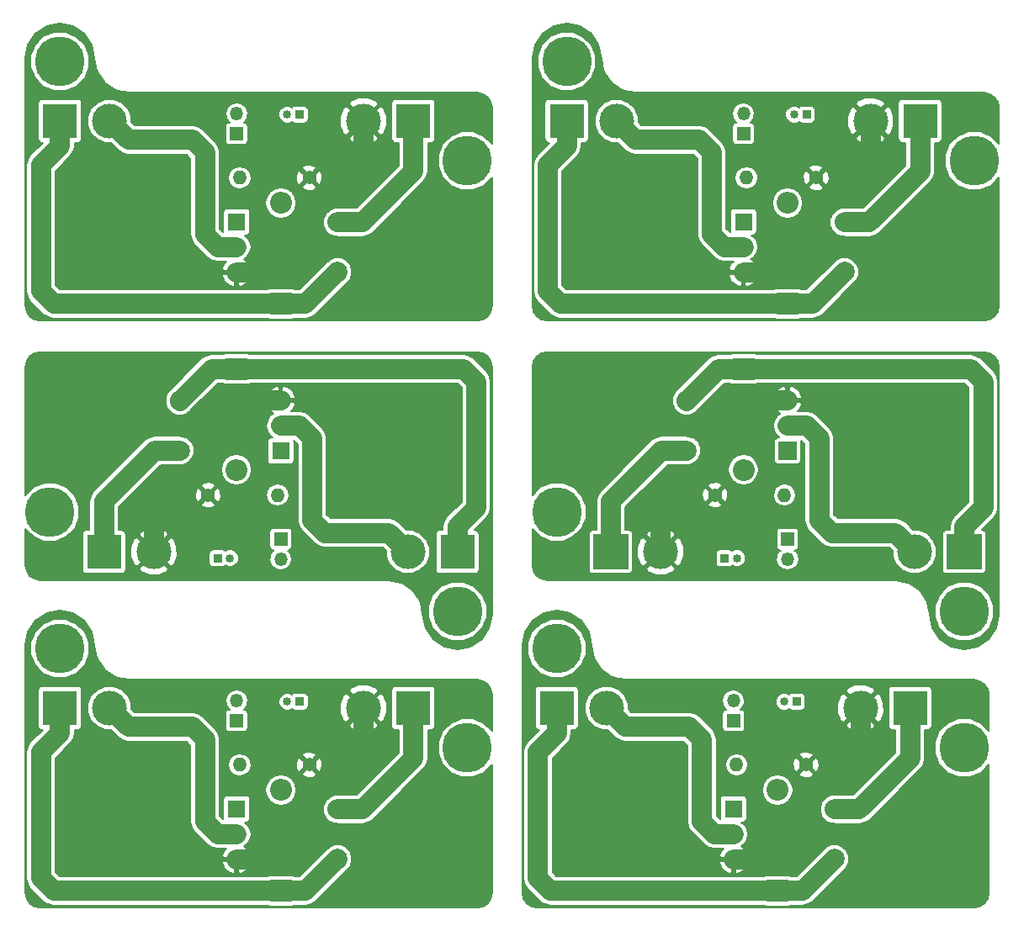
<source format=gbl>
%MOIN*%
%OFA0B0*%
%FSLAX46Y46*%
%IPPOS*%
%LPD*%
%AMREC10*
4,1,3,
0.035433070866141732,0.035433070866141739,
-0.035433070866141739,0.035433070866141732,
-0.035433070866141732,-0.035433070866141739,
0.035433070866141739,-0.035433070866141732,
0*%
%AMREC20*
4,1,3,
0.068897637795275579,0.0688976377952756,
-0.0688976377952756,0.068897637795275579,
-0.068897637795275579,-0.0688976377952756,
0.0688976377952756,-0.068897637795275579,
0*%
%AMREC30*
4,1,3,
0.016732283464566927,0.016732283464566931,
-0.016732283464566931,0.016732283464566927,
-0.016732283464566927,-0.016732283464566931,
0.016732283464566931,-0.016732283464566927,
0*%
%AMREC40*
4,1,3,
0.043307086614173228,0.043307086614173242,
-0.043307086614173242,0.043307086614173228,
-0.043307086614173228,-0.043307086614173242,
0.043307086614173242,-0.043307086614173228,
0*%
%AMREC50*
4,1,3,
0.026574803149606297,0.026574803149606308,
-0.026574803149606308,0.026574803149606297,
-0.026574803149606297,-0.026574803149606308,
0.026574803149606308,-0.026574803149606297,
0*%
%ADD10C,0.0039370078740157488*%
%ADD11C,0.19685039370078741*%
%ADD12C,0.07874015748031496*%
%ADD13R,0.070866141732283464X0.070866141732283464*%
%ADD14O,0.070866141732283464X0.070866141732283464*%
%ADD15R,0.13779527559055119X0.13779527559055119*%
%ADD16C,0.13779527559055119*%
%ADD17R,0.033464566929133861X0.033464566929133861*%
%ADD18C,0.033464566929133861*%
%ADD19R,0.086614173228346469X0.086614173228346469*%
%ADD20O,0.086614173228346469X0.086614173228346469*%
%ADD21C,0.055118110236220472*%
%ADD22O,0.055118110236220472X0.055118110236220472*%
%ADD23R,0.053149606299212608X0.053149606299212608*%
%ADD24O,0.053149606299212608X0.053149606299212608*%
%ADD25C,0.08*%
%ADD26C,0.0078740157480314977*%
%ADD37C,0.0039370078740157488*%
%ADD38C,0.19685039370078741*%
%ADD39C,0.07874015748031496*%
%ADD40R,0.070866141732283464X0.070866141732283464*%
%ADD41O,0.070866141732283464X0.070866141732283464*%
%ADD42R,0.13779527559055119X0.13779527559055119*%
%ADD43C,0.13779527559055119*%
%ADD44R,0.033464566929133861X0.033464566929133861*%
%ADD45C,0.033464566929133861*%
%ADD46R,0.086614173228346469X0.086614173228346469*%
%ADD47O,0.086614173228346469X0.086614173228346469*%
%ADD48C,0.055118110236220472*%
%ADD49O,0.055118110236220472X0.055118110236220472*%
%ADD50R,0.053149606299212608X0.053149606299212608*%
%ADD51O,0.053149606299212608X0.053149606299212608*%
%ADD52C,0.08*%
%ADD53C,0.0078740157480314977*%
%ADD54C,0.0039370078740157488*%
%ADD55C,0.19685039370078741*%
%ADD56C,0.07874015748031496*%
%AMCOMP21*
4,1,3,
0.035433070866141732,0.035433070866141739,
-0.035433070866141739,0.035433070866141732,
-0.035433070866141732,-0.035433070866141739,
0.035433070866141739,-0.035433070866141732,
0*%
%ADD57COMP21*%
%ADD58O,0.070866141732283464X0.070866141732283464*%
%AMCOMP22*
4,1,3,
0.068897637795275579,0.0688976377952756,
-0.0688976377952756,0.068897637795275579,
-0.068897637795275579,-0.0688976377952756,
0.0688976377952756,-0.068897637795275579,
0*%
%ADD59COMP22*%
%ADD60C,0.13779527559055119*%
%AMCOMP23*
4,1,3,
0.016732283464566927,0.016732283464566931,
-0.016732283464566931,0.016732283464566927,
-0.016732283464566927,-0.016732283464566931,
0.016732283464566931,-0.016732283464566927,
0*%
%ADD61COMP23*%
%ADD62C,0.033464566929133861*%
%AMCOMP24*
4,1,3,
0.043307086614173228,0.043307086614173242,
-0.043307086614173242,0.043307086614173228,
-0.043307086614173228,-0.043307086614173242,
0.043307086614173242,-0.043307086614173228,
0*%
%ADD63COMP24*%
%ADD64O,0.086614173228346469X0.086614173228346469*%
%ADD65C,0.055118110236220472*%
%ADD66O,0.055118110236220472X0.055118110236220472*%
%AMCOMP25*
4,1,3,
0.026574803149606297,0.026574803149606308,
-0.026574803149606308,0.026574803149606297,
-0.026574803149606297,-0.026574803149606308,
0.026574803149606308,-0.026574803149606297,
0*%
%ADD67COMP25*%
%ADD68O,0.053149606299212608X0.053149606299212608*%
%ADD69C,0.08*%
%ADD70C,0.0078740157480314977*%
%ADD71C,0.0039370078740157488*%
%ADD72C,0.19685039370078741*%
%ADD73C,0.07874015748031496*%
%ADD74R,0.070866141732283464X0.070866141732283464*%
%ADD75O,0.070866141732283464X0.070866141732283464*%
%ADD76R,0.13779527559055119X0.13779527559055119*%
%ADD77C,0.13779527559055119*%
%ADD78R,0.033464566929133861X0.033464566929133861*%
%ADD79C,0.033464566929133861*%
%ADD80R,0.086614173228346469X0.086614173228346469*%
%ADD81O,0.086614173228346469X0.086614173228346469*%
%ADD82C,0.055118110236220472*%
%ADD83O,0.055118110236220472X0.055118110236220472*%
%ADD84R,0.053149606299212608X0.053149606299212608*%
%ADD85O,0.053149606299212608X0.053149606299212608*%
%ADD86C,0.08*%
%ADD87C,0.0078740157480314977*%
%ADD88C,0.0039370078740157488*%
%ADD89C,0.19685039370078741*%
%ADD90C,0.07874015748031496*%
%ADD91R,0.070866141732283464X0.070866141732283464*%
%ADD92O,0.070866141732283464X0.070866141732283464*%
%ADD93R,0.13779527559055119X0.13779527559055119*%
%ADD94C,0.13779527559055119*%
%ADD95R,0.033464566929133861X0.033464566929133861*%
%ADD96C,0.033464566929133861*%
%ADD97R,0.086614173228346469X0.086614173228346469*%
%ADD98O,0.086614173228346469X0.086614173228346469*%
%ADD99C,0.055118110236220472*%
%ADD100O,0.055118110236220472X0.055118110236220472*%
%ADD101R,0.053149606299212608X0.053149606299212608*%
%ADD102O,0.053149606299212608X0.053149606299212608*%
%ADD103C,0.08*%
%ADD104C,0.0078740157480314977*%
%ADD105C,0.0039370078740157488*%
%ADD106C,0.19685039370078741*%
%ADD107C,0.07874015748031496*%
%ADD108R,0.070866141732283464X0.070866141732283464*%
%ADD109O,0.070866141732283464X0.070866141732283464*%
%ADD110R,0.13779527559055119X0.13779527559055119*%
%ADD111C,0.13779527559055119*%
%ADD112R,0.033464566929133861X0.033464566929133861*%
%ADD113C,0.033464566929133861*%
%ADD114R,0.086614173228346469X0.086614173228346469*%
%ADD115O,0.086614173228346469X0.086614173228346469*%
%ADD116C,0.055118110236220472*%
%ADD117O,0.055118110236220472X0.055118110236220472*%
%ADD118R,0.053149606299212608X0.053149606299212608*%
%ADD119O,0.053149606299212608X0.053149606299212608*%
%ADD120C,0.08*%
%ADD121C,0.0078740157480314977*%
G01*
D10*
D11*
X-0004842519Y0004212598D02*
X0001771574Y0000654921D03*
X0000157401Y0001048622D03*
D12*
X0001257480Y0000214173D03*
X0001257480Y0000411023D03*
D13*
X0000857480Y0000412598D03*
D14*
X0000857480Y0000312598D03*
X0000857480Y0000212598D03*
D15*
X0000157480Y0000812598D03*
D16*
X0000354330Y0000812598D03*
D17*
X0001107480Y0000837598D03*
D18*
X0001058267Y0000837598D03*
D19*
X0001032480Y0000087598D03*
D20*
X0001032480Y0000487598D03*
D21*
X0001145275Y0000587598D03*
D22*
X0000869685Y0000587598D03*
D23*
X0000857480Y0000762598D03*
D24*
X0000857480Y0000841338D03*
D15*
X0001557480Y0000812598D03*
D16*
X0001360629Y0000812598D03*
D25*
X0000857480Y0000312598D02*
X0000782480Y0000312598D01*
X0000782480Y0000312598D02*
X0000732480Y0000362598D01*
X0000732480Y0000362598D02*
X0000732480Y0000687598D01*
X0000732480Y0000687598D02*
X0000682480Y0000737598D01*
X0000682480Y0000737598D02*
X0000429330Y0000737598D01*
X0000429330Y0000737598D02*
X0000354330Y0000812598D01*
X0001032480Y0000087598D02*
X0001130905Y0000087598D01*
X0001130905Y0000087598D02*
X0001257480Y0000214173D01*
X0001032480Y0000087598D02*
X0000982480Y0000087598D01*
X0000982480Y0000087598D02*
X0000132480Y0000087598D01*
X0000132480Y0000087598D02*
X0000082480Y0000137598D01*
X0000082480Y0000137598D02*
X0000082480Y0000637598D01*
X0000082480Y0000637598D02*
X0000157480Y0000712598D01*
X0000157480Y0000712598D02*
X0000157480Y0000812598D01*
X0001255905Y0000212598D02*
X0001257480Y0000214173D01*
X0001257480Y0000411023D02*
X0001355905Y0000411023D01*
X0001557480Y0000612598D02*
X0001557480Y0000812598D01*
X0001355905Y0000411023D02*
X0001557480Y0000612598D01*
X0000857480Y0000212598D02*
X0000907480Y0000212598D01*
X0001360629Y0000665747D02*
X0001360629Y0000812598D01*
X0000907480Y0000212598D02*
X0001360629Y0000665747D01*
D26*
G36*
X0000209680Y0001189014D02*
X0000253933Y0001159445D01*
X0000283503Y0001115192D01*
X0000294688Y0001058959D01*
X0000303679Y0001013761D01*
X0000303679Y0001013760D01*
X0000305222Y0001010035D01*
X0000306765Y0001006310D01*
X0000306765Y0001006309D01*
X0000332368Y0000967992D01*
X0000338071Y0000962289D01*
X0000376388Y0000936686D01*
X0000376388Y0000936686D01*
X0000380753Y0000934878D01*
X0000383839Y0000933600D01*
X0000383839Y0000933600D01*
X0000429038Y0000924609D01*
X0000431074Y0000924609D01*
X0000433070Y0000924212D01*
X0001808987Y0000924212D01*
X0001833091Y0000919418D01*
X0001851799Y0000906917D01*
X0001864299Y0000888209D01*
X0001869094Y0000864106D01*
X0001869094Y0000721623D01*
X0001837449Y0000753323D01*
X0001794778Y0000771042D01*
X0001748574Y0000771083D01*
X0001705871Y0000753438D01*
X0001673172Y0000720796D01*
X0001655453Y0000678124D01*
X0001655412Y0000631920D01*
X0001673057Y0000589218D01*
X0001705699Y0000556518D01*
X0001748371Y0000538799D01*
X0001794575Y0000538759D01*
X0001837277Y0000556403D01*
X0001869094Y0000588164D01*
X0001869094Y0000080775D01*
X0001864299Y0000056672D01*
X0001851799Y0000037964D01*
X0001833091Y0000025463D01*
X0001808987Y0000020669D01*
X0000080775Y0000020669D01*
X0000056672Y0000025463D01*
X0000037964Y0000037964D01*
X0000025463Y0000056672D01*
X0000020669Y0000080775D01*
X0000020669Y0000637598D01*
X0000024763Y0000637598D01*
X0000024763Y0000637598D01*
X0000024763Y0000137598D01*
X0000024763Y0000137598D01*
X0000029157Y0000115511D01*
X0000041668Y0000096786D01*
X0000091668Y0000046786D01*
X0000091668Y0000046786D01*
X0000106129Y0000037124D01*
X0000110393Y0000034275D01*
X0000132480Y0000029881D01*
X0000978880Y0000029881D01*
X0000982145Y0000027650D01*
X0000989173Y0000026227D01*
X0001075787Y0000026227D01*
X0001082352Y0000027463D01*
X0001086111Y0000029881D01*
X0001130905Y0000029881D01*
X0001130905Y0000029881D01*
X0001152992Y0000034275D01*
X0001171717Y0000046786D01*
X0001296717Y0000171786D01*
X0001296717Y0000171786D01*
X0001298292Y0000173361D01*
X0001300078Y0000176034D01*
X0001305847Y0000181794D01*
X0001309001Y0000189389D01*
X0001310803Y0000192086D01*
X0001311430Y0000195239D01*
X0001314556Y0000202768D01*
X0001314564Y0000210992D01*
X0001315196Y0000214173D01*
X0001314569Y0000217326D01*
X0001314576Y0000225478D01*
X0001311436Y0000233079D01*
X0001310803Y0000236260D01*
X0001309017Y0000238933D01*
X0001305904Y0000246467D01*
X0001300093Y0000252288D01*
X0001298292Y0000254984D01*
X0001295619Y0000256771D01*
X0001289859Y0000262540D01*
X0001282264Y0000265694D01*
X0001279567Y0000267496D01*
X0001276414Y0000268123D01*
X0001268885Y0000271249D01*
X0001260661Y0000271257D01*
X0001257480Y0000271889D01*
X0001254327Y0000271262D01*
X0001246174Y0000271269D01*
X0001238573Y0000268129D01*
X0001235393Y0000267496D01*
X0001232720Y0000265710D01*
X0001225185Y0000262597D01*
X0001219365Y0000256786D01*
X0001216668Y0000254984D01*
X0001215093Y0000253410D01*
X0001215093Y0000253410D01*
X0001106998Y0000145314D01*
X0001086080Y0000145314D01*
X0001082815Y0000147545D01*
X0001075787Y0000148969D01*
X0000989173Y0000148969D01*
X0000982607Y0000147733D01*
X0000978848Y0000145314D01*
X0000156387Y0000145314D01*
X0000140196Y0000161505D01*
X0000140196Y0000197370D01*
X0000800095Y0000197370D01*
X0000810291Y0000176569D01*
X0000827670Y0000161253D01*
X0000842252Y0000155214D01*
X0000851417Y0000159557D01*
X0000851417Y0000206535D01*
X0000863543Y0000206535D01*
X0000863543Y0000159557D01*
X0000872707Y0000155214D01*
X0000887289Y0000161253D01*
X0000904669Y0000176569D01*
X0000914864Y0000197370D01*
X0000910556Y0000206535D01*
X0000863543Y0000206535D01*
X0000851417Y0000206535D01*
X0000804404Y0000206535D01*
X0000800095Y0000197370D01*
X0000140196Y0000197370D01*
X0000140196Y0000613691D01*
X0000198291Y0000671786D01*
X0000198292Y0000671786D01*
X0000210803Y0000690511D01*
X0000212051Y0000696786D01*
X0000215196Y0000712598D01*
X0000215196Y0000712598D01*
X0000215196Y0000725637D01*
X0000226377Y0000725637D01*
X0000232943Y0000726872D01*
X0000238973Y0000730752D01*
X0000243018Y0000736673D01*
X0000244441Y0000743700D01*
X0000244441Y0000795445D01*
X0000267701Y0000795445D01*
X0000280859Y0000763599D01*
X0000305203Y0000739213D01*
X0000337026Y0000725999D01*
X0000359325Y0000725979D01*
X0000388518Y0000696786D01*
X0000388518Y0000696786D01*
X0000407243Y0000684275D01*
X0000410908Y0000683546D01*
X0000429330Y0000679881D01*
X0000429330Y0000679881D01*
X0000658573Y0000679881D01*
X0000674763Y0000663691D01*
X0000674763Y0000362598D01*
X0000674763Y0000362598D01*
X0000679157Y0000340511D01*
X0000691668Y0000321786D01*
X0000741668Y0000271786D01*
X0000741668Y0000271786D01*
X0000755421Y0000262597D01*
X0000760393Y0000259275D01*
X0000782480Y0000254881D01*
X0000817388Y0000254881D01*
X0000810291Y0000248626D01*
X0000800095Y0000227825D01*
X0000804404Y0000218661D01*
X0000851417Y0000218661D01*
X0000851417Y0000219448D01*
X0000863543Y0000219448D01*
X0000863543Y0000218661D01*
X0000910556Y0000218661D01*
X0000914864Y0000227825D01*
X0000904669Y0000248626D01*
X0000887289Y0000263942D01*
X0000886834Y0000264131D01*
X0000898292Y0000271786D01*
X0000910803Y0000290511D01*
X0000915196Y0000312598D01*
X0000910803Y0000334685D01*
X0000898292Y0000353410D01*
X0000889774Y0000359101D01*
X0000892913Y0000359101D01*
X0000899478Y0000360337D01*
X0000905508Y0000364217D01*
X0000909553Y0000370137D01*
X0000910976Y0000377165D01*
X0000910976Y0000411023D01*
X0001199763Y0000411023D01*
X0001200390Y0000407870D01*
X0001200383Y0000399718D01*
X0001203524Y0000392117D01*
X0001204157Y0000388936D01*
X0001205943Y0000386263D01*
X0001209056Y0000378728D01*
X0001214866Y0000372908D01*
X0001216668Y0000370211D01*
X0001219341Y0000368425D01*
X0001225101Y0000362656D01*
X0001232696Y0000359502D01*
X0001235393Y0000357700D01*
X0001238545Y0000357073D01*
X0001246075Y0000353946D01*
X0001254299Y0000353939D01*
X0001257480Y0000353307D01*
X0001355905Y0000353307D01*
X0001355905Y0000353307D01*
X0001377992Y0000357700D01*
X0001396717Y0000370211D01*
X0001598291Y0000571786D01*
X0001598292Y0000571786D01*
X0001610803Y0000590511D01*
X0001615196Y0000612598D01*
X0001615196Y0000725637D01*
X0001626377Y0000725637D01*
X0001632943Y0000726872D01*
X0001638973Y0000730752D01*
X0001643018Y0000736673D01*
X0001644441Y0000743700D01*
X0001644441Y0000881496D01*
X0001643206Y0000888061D01*
X0001639326Y0000894091D01*
X0001633405Y0000898136D01*
X0001626377Y0000899559D01*
X0001488582Y0000899559D01*
X0001482017Y0000898324D01*
X0001475987Y0000894444D01*
X0001471942Y0000888523D01*
X0001470519Y0000881496D01*
X0001470519Y0000743700D01*
X0001471754Y0000737135D01*
X0001475634Y0000731105D01*
X0001481554Y0000727060D01*
X0001488582Y0000725637D01*
X0001499763Y0000725637D01*
X0001499763Y0000636505D01*
X0001331998Y0000468740D01*
X0001257480Y0000468740D01*
X0001254327Y0000468112D01*
X0001246174Y0000468120D01*
X0001238573Y0000464979D01*
X0001235393Y0000464346D01*
X0001232720Y0000462560D01*
X0001225185Y0000459447D01*
X0001219365Y0000453637D01*
X0001216668Y0000451835D01*
X0001214882Y0000449162D01*
X0001209112Y0000443402D01*
X0001205958Y0000435807D01*
X0001204157Y0000433110D01*
X0001203530Y0000429957D01*
X0001200403Y0000422428D01*
X0001200396Y0000414204D01*
X0001199763Y0000411023D01*
X0000910976Y0000411023D01*
X0000910976Y0000448031D01*
X0000909741Y0000454596D01*
X0000905861Y0000460626D01*
X0000899941Y0000464671D01*
X0000892913Y0000466095D01*
X0000822047Y0000466095D01*
X0000815481Y0000464859D01*
X0000809451Y0000460979D01*
X0000805406Y0000455059D01*
X0000803983Y0000448031D01*
X0000803983Y0000377165D01*
X0000805014Y0000371687D01*
X0000790196Y0000386505D01*
X0000790196Y0000488793D01*
X0000971456Y0000488793D01*
X0000971456Y0000486402D01*
X0000976101Y0000463050D01*
X0000989330Y0000443252D01*
X0001009127Y0000430024D01*
X0001032480Y0000425379D01*
X0001055833Y0000430024D01*
X0001075630Y0000443252D01*
X0001088858Y0000463050D01*
X0001093503Y0000486402D01*
X0001093503Y0000488793D01*
X0001088858Y0000512146D01*
X0001075630Y0000531944D01*
X0001055833Y0000545172D01*
X0001032480Y0000549817D01*
X0001009127Y0000545172D01*
X0000989330Y0000531944D01*
X0000976101Y0000512146D01*
X0000971456Y0000488793D01*
X0000790196Y0000488793D01*
X0000790196Y0000587598D01*
X0000823522Y0000587598D01*
X0000826968Y0000570272D01*
X0000836783Y0000555583D01*
X0000851471Y0000545769D01*
X0000868797Y0000542322D01*
X0000870572Y0000542322D01*
X0000887898Y0000545769D01*
X0000895272Y0000550696D01*
X0001116948Y0000550696D01*
X0001119525Y0000541841D01*
X0001138995Y0000535470D01*
X0001159422Y0000537035D01*
X0001171025Y0000541841D01*
X0001173602Y0000550696D01*
X0001145275Y0000579024D01*
X0001116948Y0000550696D01*
X0000895272Y0000550696D01*
X0000902586Y0000555583D01*
X0000912401Y0000570272D01*
X0000915847Y0000587598D01*
X0000914598Y0000593877D01*
X0001093147Y0000593877D01*
X0001094712Y0000573451D01*
X0001099518Y0000561848D01*
X0001108373Y0000559271D01*
X0001136701Y0000587598D01*
X0001153849Y0000587598D01*
X0001182177Y0000559271D01*
X0001191032Y0000561848D01*
X0001197403Y0000581318D01*
X0001195838Y0000601745D01*
X0001191032Y0000613348D01*
X0001182177Y0000615925D01*
X0001153849Y0000587598D01*
X0001136701Y0000587598D01*
X0001108373Y0000615925D01*
X0001099518Y0000613348D01*
X0001093147Y0000593877D01*
X0000914598Y0000593877D01*
X0000912401Y0000604924D01*
X0000902586Y0000619613D01*
X0000895272Y0000624500D01*
X0001116948Y0000624500D01*
X0001145275Y0000596172D01*
X0001173602Y0000624500D01*
X0001171025Y0000633355D01*
X0001151555Y0000639726D01*
X0001131128Y0000638161D01*
X0001119525Y0000633355D01*
X0001116948Y0000624500D01*
X0000895272Y0000624500D01*
X0000887898Y0000629427D01*
X0000870572Y0000632874D01*
X0000868797Y0000632874D01*
X0000851471Y0000629427D01*
X0000836783Y0000619613D01*
X0000826968Y0000604924D01*
X0000823522Y0000587598D01*
X0000790196Y0000587598D01*
X0000790196Y0000687598D01*
X0000785803Y0000709685D01*
X0000773292Y0000728410D01*
X0000773291Y0000728410D01*
X0000723292Y0000778410D01*
X0000704567Y0000790921D01*
X0000682480Y0000795315D01*
X0000682480Y0000795314D01*
X0000453237Y0000795314D01*
X0000440940Y0000807612D01*
X0000440959Y0000829751D01*
X0000436172Y0000841338D01*
X0000812321Y0000841338D01*
X0000815692Y0000824389D01*
X0000825293Y0000810019D01*
X0000829776Y0000807024D01*
X0000824340Y0000806001D01*
X0000818310Y0000802121D01*
X0000814265Y0000796200D01*
X0000812841Y0000789173D01*
X0000812841Y0000736023D01*
X0000814077Y0000729458D01*
X0000817957Y0000723428D01*
X0000823877Y0000719383D01*
X0000830905Y0000717959D01*
X0000884055Y0000717959D01*
X0000890620Y0000719195D01*
X0000896650Y0000723075D01*
X0000900695Y0000728995D01*
X0000902118Y0000736023D01*
X0000902118Y0000745759D01*
X0001302365Y0000745759D01*
X0001310013Y0000732615D01*
X0001344474Y0000719333D01*
X0001381394Y0000720250D01*
X0001411246Y0000732615D01*
X0001418894Y0000745759D01*
X0001360629Y0000804024D01*
X0001302365Y0000745759D01*
X0000902118Y0000745759D01*
X0000902118Y0000789173D01*
X0000900883Y0000795738D01*
X0000897003Y0000801768D01*
X0000891082Y0000805813D01*
X0000885165Y0000807012D01*
X0000889666Y0000810019D01*
X0000899267Y0000824389D01*
X0000900538Y0000830776D01*
X0001023812Y0000830776D01*
X0001029046Y0000818110D01*
X0001038728Y0000808411D01*
X0001051385Y0000803155D01*
X0001065089Y0000803143D01*
X0001077736Y0000808369D01*
X0001077799Y0000808270D01*
X0001083720Y0000804225D01*
X0001090748Y0000802802D01*
X0001124212Y0000802802D01*
X0001130777Y0000804037D01*
X0001136807Y0000807917D01*
X0001140853Y0000813838D01*
X0001142276Y0000820866D01*
X0001142276Y0000828753D01*
X0001267365Y0000828753D01*
X0001268282Y0000791833D01*
X0001280647Y0000761981D01*
X0001293790Y0000754333D01*
X0001352055Y0000812598D01*
X0001369204Y0000812598D01*
X0001427468Y0000754333D01*
X0001440612Y0000761981D01*
X0001453894Y0000796442D01*
X0001452977Y0000833363D01*
X0001440612Y0000863214D01*
X0001427468Y0000870863D01*
X0001369204Y0000812598D01*
X0001352055Y0000812598D01*
X0001293790Y0000870863D01*
X0001280647Y0000863214D01*
X0001267365Y0000828753D01*
X0001142276Y0000828753D01*
X0001142276Y0000854330D01*
X0001141040Y0000860896D01*
X0001137160Y0000866925D01*
X0001131240Y0000870971D01*
X0001124212Y0000872394D01*
X0001090748Y0000872394D01*
X0001084182Y0000871158D01*
X0001078152Y0000867278D01*
X0001077812Y0000866780D01*
X0001077806Y0000866785D01*
X0001065150Y0000872041D01*
X0001051445Y0000872053D01*
X0001038779Y0000866819D01*
X0001029080Y0000857137D01*
X0001023824Y0000844480D01*
X0001023812Y0000830776D01*
X0000900538Y0000830776D01*
X0000902639Y0000841338D01*
X0000899267Y0000858288D01*
X0000889666Y0000872657D01*
X0000879519Y0000879437D01*
X0001302365Y0000879437D01*
X0001360629Y0000821172D01*
X0001418894Y0000879437D01*
X0001411246Y0000892581D01*
X0001376785Y0000905862D01*
X0001339864Y0000904946D01*
X0001310013Y0000892581D01*
X0001302365Y0000879437D01*
X0000879519Y0000879437D01*
X0000875297Y0000882258D01*
X0000858348Y0000885629D01*
X0000856612Y0000885629D01*
X0000839662Y0000882258D01*
X0000825293Y0000872657D01*
X0000815692Y0000858288D01*
X0000812321Y0000841338D01*
X0000436172Y0000841338D01*
X0000427801Y0000861597D01*
X0000403457Y0000885983D01*
X0000371634Y0000899197D01*
X0000337177Y0000899227D01*
X0000305331Y0000886069D01*
X0000280945Y0000861725D01*
X0000267731Y0000829902D01*
X0000267701Y0000795445D01*
X0000244441Y0000795445D01*
X0000244441Y0000881496D01*
X0000243206Y0000888061D01*
X0000239326Y0000894091D01*
X0000233405Y0000898136D01*
X0000226377Y0000899559D01*
X0000088582Y0000899559D01*
X0000082017Y0000898324D01*
X0000075987Y0000894444D01*
X0000071942Y0000888523D01*
X0000070519Y0000881496D01*
X0000070519Y0000743700D01*
X0000071754Y0000737135D01*
X0000075634Y0000731105D01*
X0000081554Y0000727060D01*
X0000088582Y0000725637D01*
X0000088895Y0000725637D01*
X0000041668Y0000678410D01*
X0000029157Y0000659685D01*
X0000024763Y0000637598D01*
X0000020669Y0000637598D01*
X0000020669Y0001025621D01*
X0000041239Y0001025621D01*
X0000058883Y0000982918D01*
X0000091526Y0000950219D01*
X0000134198Y0000932500D01*
X0000180402Y0000932460D01*
X0000223104Y0000950104D01*
X0000255804Y0000982747D01*
X0000273523Y0001025418D01*
X0000273563Y0001071622D01*
X0000255919Y0001114325D01*
X0000223276Y0001147024D01*
X0000180604Y0001164743D01*
X0000134400Y0001164783D01*
X0000091698Y0001147139D01*
X0000058998Y0001114496D01*
X0000041280Y0001071825D01*
X0000041239Y0001025621D01*
X0000020669Y0001025621D01*
X0000020669Y0001060956D01*
X0000031457Y0001115192D01*
X0000061026Y0001159445D01*
X0000105279Y0001189014D01*
X0000157480Y0001199398D01*
X0000209680Y0001189014D01*
X0000209680Y0001189014D01*
G37*
X0000209680Y0001189014D02*
X0000253933Y0001159445D01*
X0000283503Y0001115192D01*
X0000294688Y0001058959D01*
X0000303679Y0001013761D01*
X0000303679Y0001013760D01*
X0000305222Y0001010035D01*
X0000306765Y0001006310D01*
X0000306765Y0001006309D01*
X0000332368Y0000967992D01*
X0000338071Y0000962289D01*
X0000376388Y0000936686D01*
X0000376388Y0000936686D01*
X0000380753Y0000934878D01*
X0000383839Y0000933600D01*
X0000383839Y0000933600D01*
X0000429038Y0000924609D01*
X0000431074Y0000924609D01*
X0000433070Y0000924212D01*
X0001808987Y0000924212D01*
X0001833091Y0000919418D01*
X0001851799Y0000906917D01*
X0001864299Y0000888209D01*
X0001869094Y0000864106D01*
X0001869094Y0000721623D01*
X0001837449Y0000753323D01*
X0001794778Y0000771042D01*
X0001748574Y0000771083D01*
X0001705871Y0000753438D01*
X0001673172Y0000720796D01*
X0001655453Y0000678124D01*
X0001655412Y0000631920D01*
X0001673057Y0000589218D01*
X0001705699Y0000556518D01*
X0001748371Y0000538799D01*
X0001794575Y0000538759D01*
X0001837277Y0000556403D01*
X0001869094Y0000588164D01*
X0001869094Y0000080775D01*
X0001864299Y0000056672D01*
X0001851799Y0000037964D01*
X0001833091Y0000025463D01*
X0001808987Y0000020669D01*
X0000080775Y0000020669D01*
X0000056672Y0000025463D01*
X0000037964Y0000037964D01*
X0000025463Y0000056672D01*
X0000020669Y0000080775D01*
X0000020669Y0000637598D01*
X0000024763Y0000637598D01*
X0000024763Y0000637598D01*
X0000024763Y0000137598D01*
X0000024763Y0000137598D01*
X0000029157Y0000115511D01*
X0000041668Y0000096786D01*
X0000091668Y0000046786D01*
X0000091668Y0000046786D01*
X0000106129Y0000037124D01*
X0000110393Y0000034275D01*
X0000132480Y0000029881D01*
X0000978880Y0000029881D01*
X0000982145Y0000027650D01*
X0000989173Y0000026227D01*
X0001075787Y0000026227D01*
X0001082352Y0000027463D01*
X0001086111Y0000029881D01*
X0001130905Y0000029881D01*
X0001130905Y0000029881D01*
X0001152992Y0000034275D01*
X0001171717Y0000046786D01*
X0001296717Y0000171786D01*
X0001296717Y0000171786D01*
X0001298292Y0000173361D01*
X0001300078Y0000176034D01*
X0001305847Y0000181794D01*
X0001309001Y0000189389D01*
X0001310803Y0000192086D01*
X0001311430Y0000195239D01*
X0001314556Y0000202768D01*
X0001314564Y0000210992D01*
X0001315196Y0000214173D01*
X0001314569Y0000217326D01*
X0001314576Y0000225478D01*
X0001311436Y0000233079D01*
X0001310803Y0000236260D01*
X0001309017Y0000238933D01*
X0001305904Y0000246467D01*
X0001300093Y0000252288D01*
X0001298292Y0000254984D01*
X0001295619Y0000256771D01*
X0001289859Y0000262540D01*
X0001282264Y0000265694D01*
X0001279567Y0000267496D01*
X0001276414Y0000268123D01*
X0001268885Y0000271249D01*
X0001260661Y0000271257D01*
X0001257480Y0000271889D01*
X0001254327Y0000271262D01*
X0001246174Y0000271269D01*
X0001238573Y0000268129D01*
X0001235393Y0000267496D01*
X0001232720Y0000265710D01*
X0001225185Y0000262597D01*
X0001219365Y0000256786D01*
X0001216668Y0000254984D01*
X0001215093Y0000253410D01*
X0001215093Y0000253410D01*
X0001106998Y0000145314D01*
X0001086080Y0000145314D01*
X0001082815Y0000147545D01*
X0001075787Y0000148969D01*
X0000989173Y0000148969D01*
X0000982607Y0000147733D01*
X0000978848Y0000145314D01*
X0000156387Y0000145314D01*
X0000140196Y0000161505D01*
X0000140196Y0000197370D01*
X0000800095Y0000197370D01*
X0000810291Y0000176569D01*
X0000827670Y0000161253D01*
X0000842252Y0000155214D01*
X0000851417Y0000159557D01*
X0000851417Y0000206535D01*
X0000863543Y0000206535D01*
X0000863543Y0000159557D01*
X0000872707Y0000155214D01*
X0000887289Y0000161253D01*
X0000904669Y0000176569D01*
X0000914864Y0000197370D01*
X0000910556Y0000206535D01*
X0000863543Y0000206535D01*
X0000851417Y0000206535D01*
X0000804404Y0000206535D01*
X0000800095Y0000197370D01*
X0000140196Y0000197370D01*
X0000140196Y0000613691D01*
X0000198291Y0000671786D01*
X0000198292Y0000671786D01*
X0000210803Y0000690511D01*
X0000212051Y0000696786D01*
X0000215196Y0000712598D01*
X0000215196Y0000712598D01*
X0000215196Y0000725637D01*
X0000226377Y0000725637D01*
X0000232943Y0000726872D01*
X0000238973Y0000730752D01*
X0000243018Y0000736673D01*
X0000244441Y0000743700D01*
X0000244441Y0000795445D01*
X0000267701Y0000795445D01*
X0000280859Y0000763599D01*
X0000305203Y0000739213D01*
X0000337026Y0000725999D01*
X0000359325Y0000725979D01*
X0000388518Y0000696786D01*
X0000388518Y0000696786D01*
X0000407243Y0000684275D01*
X0000410908Y0000683546D01*
X0000429330Y0000679881D01*
X0000429330Y0000679881D01*
X0000658573Y0000679881D01*
X0000674763Y0000663691D01*
X0000674763Y0000362598D01*
X0000674763Y0000362598D01*
X0000679157Y0000340511D01*
X0000691668Y0000321786D01*
X0000741668Y0000271786D01*
X0000741668Y0000271786D01*
X0000755421Y0000262597D01*
X0000760393Y0000259275D01*
X0000782480Y0000254881D01*
X0000817388Y0000254881D01*
X0000810291Y0000248626D01*
X0000800095Y0000227825D01*
X0000804404Y0000218661D01*
X0000851417Y0000218661D01*
X0000851417Y0000219448D01*
X0000863543Y0000219448D01*
X0000863543Y0000218661D01*
X0000910556Y0000218661D01*
X0000914864Y0000227825D01*
X0000904669Y0000248626D01*
X0000887289Y0000263942D01*
X0000886834Y0000264131D01*
X0000898292Y0000271786D01*
X0000910803Y0000290511D01*
X0000915196Y0000312598D01*
X0000910803Y0000334685D01*
X0000898292Y0000353410D01*
X0000889774Y0000359101D01*
X0000892913Y0000359101D01*
X0000899478Y0000360337D01*
X0000905508Y0000364217D01*
X0000909553Y0000370137D01*
X0000910976Y0000377165D01*
X0000910976Y0000411023D01*
X0001199763Y0000411023D01*
X0001200390Y0000407870D01*
X0001200383Y0000399718D01*
X0001203524Y0000392117D01*
X0001204157Y0000388936D01*
X0001205943Y0000386263D01*
X0001209056Y0000378728D01*
X0001214866Y0000372908D01*
X0001216668Y0000370211D01*
X0001219341Y0000368425D01*
X0001225101Y0000362656D01*
X0001232696Y0000359502D01*
X0001235393Y0000357700D01*
X0001238545Y0000357073D01*
X0001246075Y0000353946D01*
X0001254299Y0000353939D01*
X0001257480Y0000353307D01*
X0001355905Y0000353307D01*
X0001355905Y0000353307D01*
X0001377992Y0000357700D01*
X0001396717Y0000370211D01*
X0001598291Y0000571786D01*
X0001598292Y0000571786D01*
X0001610803Y0000590511D01*
X0001615196Y0000612598D01*
X0001615196Y0000725637D01*
X0001626377Y0000725637D01*
X0001632943Y0000726872D01*
X0001638973Y0000730752D01*
X0001643018Y0000736673D01*
X0001644441Y0000743700D01*
X0001644441Y0000881496D01*
X0001643206Y0000888061D01*
X0001639326Y0000894091D01*
X0001633405Y0000898136D01*
X0001626377Y0000899559D01*
X0001488582Y0000899559D01*
X0001482017Y0000898324D01*
X0001475987Y0000894444D01*
X0001471942Y0000888523D01*
X0001470519Y0000881496D01*
X0001470519Y0000743700D01*
X0001471754Y0000737135D01*
X0001475634Y0000731105D01*
X0001481554Y0000727060D01*
X0001488582Y0000725637D01*
X0001499763Y0000725637D01*
X0001499763Y0000636505D01*
X0001331998Y0000468740D01*
X0001257480Y0000468740D01*
X0001254327Y0000468112D01*
X0001246174Y0000468120D01*
X0001238573Y0000464979D01*
X0001235393Y0000464346D01*
X0001232720Y0000462560D01*
X0001225185Y0000459447D01*
X0001219365Y0000453637D01*
X0001216668Y0000451835D01*
X0001214882Y0000449162D01*
X0001209112Y0000443402D01*
X0001205958Y0000435807D01*
X0001204157Y0000433110D01*
X0001203530Y0000429957D01*
X0001200403Y0000422428D01*
X0001200396Y0000414204D01*
X0001199763Y0000411023D01*
X0000910976Y0000411023D01*
X0000910976Y0000448031D01*
X0000909741Y0000454596D01*
X0000905861Y0000460626D01*
X0000899941Y0000464671D01*
X0000892913Y0000466095D01*
X0000822047Y0000466095D01*
X0000815481Y0000464859D01*
X0000809451Y0000460979D01*
X0000805406Y0000455059D01*
X0000803983Y0000448031D01*
X0000803983Y0000377165D01*
X0000805014Y0000371687D01*
X0000790196Y0000386505D01*
X0000790196Y0000488793D01*
X0000971456Y0000488793D01*
X0000971456Y0000486402D01*
X0000976101Y0000463050D01*
X0000989330Y0000443252D01*
X0001009127Y0000430024D01*
X0001032480Y0000425379D01*
X0001055833Y0000430024D01*
X0001075630Y0000443252D01*
X0001088858Y0000463050D01*
X0001093503Y0000486402D01*
X0001093503Y0000488793D01*
X0001088858Y0000512146D01*
X0001075630Y0000531944D01*
X0001055833Y0000545172D01*
X0001032480Y0000549817D01*
X0001009127Y0000545172D01*
X0000989330Y0000531944D01*
X0000976101Y0000512146D01*
X0000971456Y0000488793D01*
X0000790196Y0000488793D01*
X0000790196Y0000587598D01*
X0000823522Y0000587598D01*
X0000826968Y0000570272D01*
X0000836783Y0000555583D01*
X0000851471Y0000545769D01*
X0000868797Y0000542322D01*
X0000870572Y0000542322D01*
X0000887898Y0000545769D01*
X0000895272Y0000550696D01*
X0001116948Y0000550696D01*
X0001119525Y0000541841D01*
X0001138995Y0000535470D01*
X0001159422Y0000537035D01*
X0001171025Y0000541841D01*
X0001173602Y0000550696D01*
X0001145275Y0000579024D01*
X0001116948Y0000550696D01*
X0000895272Y0000550696D01*
X0000902586Y0000555583D01*
X0000912401Y0000570272D01*
X0000915847Y0000587598D01*
X0000914598Y0000593877D01*
X0001093147Y0000593877D01*
X0001094712Y0000573451D01*
X0001099518Y0000561848D01*
X0001108373Y0000559271D01*
X0001136701Y0000587598D01*
X0001153849Y0000587598D01*
X0001182177Y0000559271D01*
X0001191032Y0000561848D01*
X0001197403Y0000581318D01*
X0001195838Y0000601745D01*
X0001191032Y0000613348D01*
X0001182177Y0000615925D01*
X0001153849Y0000587598D01*
X0001136701Y0000587598D01*
X0001108373Y0000615925D01*
X0001099518Y0000613348D01*
X0001093147Y0000593877D01*
X0000914598Y0000593877D01*
X0000912401Y0000604924D01*
X0000902586Y0000619613D01*
X0000895272Y0000624500D01*
X0001116948Y0000624500D01*
X0001145275Y0000596172D01*
X0001173602Y0000624500D01*
X0001171025Y0000633355D01*
X0001151555Y0000639726D01*
X0001131128Y0000638161D01*
X0001119525Y0000633355D01*
X0001116948Y0000624500D01*
X0000895272Y0000624500D01*
X0000887898Y0000629427D01*
X0000870572Y0000632874D01*
X0000868797Y0000632874D01*
X0000851471Y0000629427D01*
X0000836783Y0000619613D01*
X0000826968Y0000604924D01*
X0000823522Y0000587598D01*
X0000790196Y0000587598D01*
X0000790196Y0000687598D01*
X0000785803Y0000709685D01*
X0000773292Y0000728410D01*
X0000773291Y0000728410D01*
X0000723292Y0000778410D01*
X0000704567Y0000790921D01*
X0000682480Y0000795315D01*
X0000682480Y0000795314D01*
X0000453237Y0000795314D01*
X0000440940Y0000807612D01*
X0000440959Y0000829751D01*
X0000436172Y0000841338D01*
X0000812321Y0000841338D01*
X0000815692Y0000824389D01*
X0000825293Y0000810019D01*
X0000829776Y0000807024D01*
X0000824340Y0000806001D01*
X0000818310Y0000802121D01*
X0000814265Y0000796200D01*
X0000812841Y0000789173D01*
X0000812841Y0000736023D01*
X0000814077Y0000729458D01*
X0000817957Y0000723428D01*
X0000823877Y0000719383D01*
X0000830905Y0000717959D01*
X0000884055Y0000717959D01*
X0000890620Y0000719195D01*
X0000896650Y0000723075D01*
X0000900695Y0000728995D01*
X0000902118Y0000736023D01*
X0000902118Y0000745759D01*
X0001302365Y0000745759D01*
X0001310013Y0000732615D01*
X0001344474Y0000719333D01*
X0001381394Y0000720250D01*
X0001411246Y0000732615D01*
X0001418894Y0000745759D01*
X0001360629Y0000804024D01*
X0001302365Y0000745759D01*
X0000902118Y0000745759D01*
X0000902118Y0000789173D01*
X0000900883Y0000795738D01*
X0000897003Y0000801768D01*
X0000891082Y0000805813D01*
X0000885165Y0000807012D01*
X0000889666Y0000810019D01*
X0000899267Y0000824389D01*
X0000900538Y0000830776D01*
X0001023812Y0000830776D01*
X0001029046Y0000818110D01*
X0001038728Y0000808411D01*
X0001051385Y0000803155D01*
X0001065089Y0000803143D01*
X0001077736Y0000808369D01*
X0001077799Y0000808270D01*
X0001083720Y0000804225D01*
X0001090748Y0000802802D01*
X0001124212Y0000802802D01*
X0001130777Y0000804037D01*
X0001136807Y0000807917D01*
X0001140853Y0000813838D01*
X0001142276Y0000820866D01*
X0001142276Y0000828753D01*
X0001267365Y0000828753D01*
X0001268282Y0000791833D01*
X0001280647Y0000761981D01*
X0001293790Y0000754333D01*
X0001352055Y0000812598D01*
X0001369204Y0000812598D01*
X0001427468Y0000754333D01*
X0001440612Y0000761981D01*
X0001453894Y0000796442D01*
X0001452977Y0000833363D01*
X0001440612Y0000863214D01*
X0001427468Y0000870863D01*
X0001369204Y0000812598D01*
X0001352055Y0000812598D01*
X0001293790Y0000870863D01*
X0001280647Y0000863214D01*
X0001267365Y0000828753D01*
X0001142276Y0000828753D01*
X0001142276Y0000854330D01*
X0001141040Y0000860896D01*
X0001137160Y0000866925D01*
X0001131240Y0000870971D01*
X0001124212Y0000872394D01*
X0001090748Y0000872394D01*
X0001084182Y0000871158D01*
X0001078152Y0000867278D01*
X0001077812Y0000866780D01*
X0001077806Y0000866785D01*
X0001065150Y0000872041D01*
X0001051445Y0000872053D01*
X0001038779Y0000866819D01*
X0001029080Y0000857137D01*
X0001023824Y0000844480D01*
X0001023812Y0000830776D01*
X0000900538Y0000830776D01*
X0000902639Y0000841338D01*
X0000899267Y0000858288D01*
X0000889666Y0000872657D01*
X0000879519Y0000879437D01*
X0001302365Y0000879437D01*
X0001360629Y0000821172D01*
X0001418894Y0000879437D01*
X0001411246Y0000892581D01*
X0001376785Y0000905862D01*
X0001339864Y0000904946D01*
X0001310013Y0000892581D01*
X0001302365Y0000879437D01*
X0000879519Y0000879437D01*
X0000875297Y0000882258D01*
X0000858348Y0000885629D01*
X0000856612Y0000885629D01*
X0000839662Y0000882258D01*
X0000825293Y0000872657D01*
X0000815692Y0000858288D01*
X0000812321Y0000841338D01*
X0000436172Y0000841338D01*
X0000427801Y0000861597D01*
X0000403457Y0000885983D01*
X0000371634Y0000899197D01*
X0000337177Y0000899227D01*
X0000305331Y0000886069D01*
X0000280945Y0000861725D01*
X0000267731Y0000829902D01*
X0000267701Y0000795445D01*
X0000244441Y0000795445D01*
X0000244441Y0000881496D01*
X0000243206Y0000888061D01*
X0000239326Y0000894091D01*
X0000233405Y0000898136D01*
X0000226377Y0000899559D01*
X0000088582Y0000899559D01*
X0000082017Y0000898324D01*
X0000075987Y0000894444D01*
X0000071942Y0000888523D01*
X0000070519Y0000881496D01*
X0000070519Y0000743700D01*
X0000071754Y0000737135D01*
X0000075634Y0000731105D01*
X0000081554Y0000727060D01*
X0000088582Y0000725637D01*
X0000088895Y0000725637D01*
X0000041668Y0000678410D01*
X0000029157Y0000659685D01*
X0000024763Y0000637598D01*
X0000020669Y0000637598D01*
X0000020669Y0001025621D01*
X0000041239Y0001025621D01*
X0000058883Y0000982918D01*
X0000091526Y0000950219D01*
X0000134198Y0000932500D01*
X0000180402Y0000932460D01*
X0000223104Y0000950104D01*
X0000255804Y0000982747D01*
X0000273523Y0001025418D01*
X0000273563Y0001071622D01*
X0000255919Y0001114325D01*
X0000223276Y0001147024D01*
X0000180604Y0001164743D01*
X0000134400Y0001164783D01*
X0000091698Y0001147139D01*
X0000058998Y0001114496D01*
X0000041280Y0001071825D01*
X0000041239Y0001025621D01*
X0000020669Y0001025621D01*
X0000020669Y0001060956D01*
X0000031457Y0001115192D01*
X0000061026Y0001159445D01*
X0000105279Y0001189014D01*
X0000157480Y0001199398D01*
X0000209680Y0001189014D01*
G04 next file*
G04 #@! TF.FileFunction,Copper,L2,Bot,Signal*
G04 Gerber Fmt 4.6, Leading zero omitted, Abs format (unit mm)*
G04 Created by KiCad (PCBNEW 4.0.7) date 08/24/19 09:27:58*
G01*
G04 APERTURE LIST*
G04 APERTURE END LIST*
D37*
D38*
X-0002874015Y0004212598D02*
X0003740078Y0000654921D03*
X0002125905Y0001048622D03*
D39*
X0003225984Y0000214173D03*
X0003225984Y0000411023D03*
D40*
X0002825984Y0000412598D03*
D41*
X0002825984Y0000312598D03*
X0002825984Y0000212598D03*
D42*
X0002125984Y0000812598D03*
D43*
X0002322834Y0000812598D03*
D44*
X0003075984Y0000837598D03*
D45*
X0003026771Y0000837598D03*
D46*
X0003000984Y0000087598D03*
D47*
X0003000984Y0000487598D03*
D48*
X0003113779Y0000587598D03*
D49*
X0002838188Y0000587598D03*
D50*
X0002825984Y0000762598D03*
D51*
X0002825984Y0000841338D03*
D42*
X0003525984Y0000812598D03*
D43*
X0003329133Y0000812598D03*
D52*
X0002825984Y0000312598D02*
X0002750984Y0000312598D01*
X0002750984Y0000312598D02*
X0002700984Y0000362598D01*
X0002700984Y0000362598D02*
X0002700984Y0000687598D01*
X0002700984Y0000687598D02*
X0002650984Y0000737598D01*
X0002650984Y0000737598D02*
X0002397834Y0000737598D01*
X0002397834Y0000737598D02*
X0002322834Y0000812598D01*
X0003000984Y0000087598D02*
X0003099409Y0000087598D01*
X0003099409Y0000087598D02*
X0003225984Y0000214173D01*
X0003000984Y0000087598D02*
X0002950984Y0000087598D01*
X0002950984Y0000087598D02*
X0002100984Y0000087598D01*
X0002100984Y0000087598D02*
X0002050984Y0000137598D01*
X0002050984Y0000137598D02*
X0002050984Y0000637598D01*
X0002050984Y0000637598D02*
X0002125984Y0000712598D01*
X0002125984Y0000712598D02*
X0002125984Y0000812598D01*
X0003224409Y0000212598D02*
X0003225984Y0000214173D01*
X0003225984Y0000411023D02*
X0003324409Y0000411023D01*
X0003525984Y0000612598D02*
X0003525984Y0000812598D01*
X0003324409Y0000411023D02*
X0003525984Y0000612598D01*
X0002825984Y0000212598D02*
X0002875984Y0000212598D01*
X0003329133Y0000665747D02*
X0003329133Y0000812598D01*
X0002875984Y0000212598D02*
X0003329133Y0000665747D01*
D53*
G36*
X0002178184Y0001189014D02*
X0002222437Y0001159445D01*
X0002252007Y0001115192D01*
X0002263192Y0001058959D01*
X0002272182Y0001013761D01*
X0002272182Y0001013760D01*
X0002273726Y0001010035D01*
X0002275269Y0001006310D01*
X0002275269Y0001006309D01*
X0002300872Y0000967992D01*
X0002306575Y0000962289D01*
X0002344892Y0000936686D01*
X0002344892Y0000936686D01*
X0002349257Y0000934878D01*
X0002352343Y0000933600D01*
X0002352343Y0000933600D01*
X0002397542Y0000924609D01*
X0002399578Y0000924609D01*
X0002401574Y0000924212D01*
X0003777491Y0000924212D01*
X0003801595Y0000919418D01*
X0003820303Y0000906917D01*
X0003832803Y0000888209D01*
X0003837598Y0000864106D01*
X0003837598Y0000721623D01*
X0003805953Y0000753323D01*
X0003763282Y0000771042D01*
X0003717078Y0000771083D01*
X0003674375Y0000753438D01*
X0003641675Y0000720796D01*
X0003623957Y0000678124D01*
X0003623916Y0000631920D01*
X0003641561Y0000589218D01*
X0003674203Y0000556518D01*
X0003716875Y0000538799D01*
X0003763079Y0000538759D01*
X0003805781Y0000556403D01*
X0003837598Y0000588164D01*
X0003837598Y0000080775D01*
X0003832803Y0000056672D01*
X0003820303Y0000037964D01*
X0003801595Y0000025463D01*
X0003777491Y0000020669D01*
X0002049279Y0000020669D01*
X0002025176Y0000025463D01*
X0002006468Y0000037964D01*
X0001993967Y0000056672D01*
X0001989173Y0000080775D01*
X0001989173Y0000637598D01*
X0001993267Y0000637598D01*
X0001993267Y0000637598D01*
X0001993267Y0000137598D01*
X0001993267Y0000137598D01*
X0001997661Y0000115511D01*
X0002010172Y0000096786D01*
X0002060172Y0000046786D01*
X0002060172Y0000046786D01*
X0002074633Y0000037124D01*
X0002078897Y0000034275D01*
X0002100984Y0000029881D01*
X0002947384Y0000029881D01*
X0002950649Y0000027650D01*
X0002957677Y0000026227D01*
X0003044291Y0000026227D01*
X0003050856Y0000027463D01*
X0003054615Y0000029881D01*
X0003099409Y0000029881D01*
X0003099409Y0000029881D01*
X0003121496Y0000034275D01*
X0003140221Y0000046786D01*
X0003265221Y0000171786D01*
X0003265221Y0000171786D01*
X0003266796Y0000173361D01*
X0003268582Y0000176034D01*
X0003274351Y0000181794D01*
X0003277505Y0000189389D01*
X0003279307Y0000192086D01*
X0003279934Y0000195239D01*
X0003283060Y0000202768D01*
X0003283068Y0000210992D01*
X0003283700Y0000214173D01*
X0003283073Y0000217326D01*
X0003283080Y0000225478D01*
X0003279940Y0000233079D01*
X0003279307Y0000236260D01*
X0003277521Y0000238933D01*
X0003274408Y0000246467D01*
X0003268597Y0000252288D01*
X0003266796Y0000254984D01*
X0003264122Y0000256771D01*
X0003258363Y0000262540D01*
X0003250768Y0000265694D01*
X0003248071Y0000267496D01*
X0003244918Y0000268123D01*
X0003237389Y0000271249D01*
X0003229165Y0000271257D01*
X0003225984Y0000271889D01*
X0003222831Y0000271262D01*
X0003214678Y0000271269D01*
X0003207077Y0000268129D01*
X0003203897Y0000267496D01*
X0003201224Y0000265710D01*
X0003193689Y0000262597D01*
X0003187868Y0000256786D01*
X0003185172Y0000254984D01*
X0003183597Y0000253410D01*
X0003183597Y0000253410D01*
X0003075502Y0000145314D01*
X0003054584Y0000145314D01*
X0003051319Y0000147545D01*
X0003044291Y0000148969D01*
X0002957677Y0000148969D01*
X0002951111Y0000147733D01*
X0002947352Y0000145314D01*
X0002124891Y0000145314D01*
X0002108700Y0000161505D01*
X0002108700Y0000197370D01*
X0002768599Y0000197370D01*
X0002778795Y0000176569D01*
X0002796174Y0000161253D01*
X0002810756Y0000155214D01*
X0002819921Y0000159557D01*
X0002819921Y0000206535D01*
X0002832047Y0000206535D01*
X0002832047Y0000159557D01*
X0002841211Y0000155214D01*
X0002855793Y0000161253D01*
X0002873173Y0000176569D01*
X0002883368Y0000197370D01*
X0002879060Y0000206535D01*
X0002832047Y0000206535D01*
X0002819921Y0000206535D01*
X0002772908Y0000206535D01*
X0002768599Y0000197370D01*
X0002108700Y0000197370D01*
X0002108700Y0000613691D01*
X0002166795Y0000671786D01*
X0002166796Y0000671786D01*
X0002179307Y0000690511D01*
X0002180555Y0000696786D01*
X0002183700Y0000712598D01*
X0002183700Y0000712598D01*
X0002183700Y0000725637D01*
X0002194881Y0000725637D01*
X0002201447Y0000726872D01*
X0002207477Y0000730752D01*
X0002211522Y0000736673D01*
X0002212945Y0000743700D01*
X0002212945Y0000795445D01*
X0002236205Y0000795445D01*
X0002249363Y0000763599D01*
X0002273707Y0000739213D01*
X0002305530Y0000725999D01*
X0002327829Y0000725979D01*
X0002357022Y0000696786D01*
X0002357022Y0000696786D01*
X0002375747Y0000684275D01*
X0002379411Y0000683546D01*
X0002397834Y0000679881D01*
X0002397834Y0000679881D01*
X0002627077Y0000679881D01*
X0002643267Y0000663691D01*
X0002643267Y0000362598D01*
X0002643267Y0000362598D01*
X0002647661Y0000340511D01*
X0002660172Y0000321786D01*
X0002710172Y0000271786D01*
X0002710172Y0000271786D01*
X0002723925Y0000262597D01*
X0002728897Y0000259275D01*
X0002750984Y0000254881D01*
X0002785892Y0000254881D01*
X0002778795Y0000248626D01*
X0002768599Y0000227825D01*
X0002772908Y0000218661D01*
X0002819921Y0000218661D01*
X0002819921Y0000219448D01*
X0002832047Y0000219448D01*
X0002832047Y0000218661D01*
X0002879060Y0000218661D01*
X0002883368Y0000227825D01*
X0002873173Y0000248626D01*
X0002855793Y0000263942D01*
X0002855338Y0000264131D01*
X0002866796Y0000271786D01*
X0002879307Y0000290511D01*
X0002883700Y0000312598D01*
X0002879307Y0000334685D01*
X0002866796Y0000353410D01*
X0002858277Y0000359101D01*
X0002861417Y0000359101D01*
X0002867982Y0000360337D01*
X0002874012Y0000364217D01*
X0002878057Y0000370137D01*
X0002879480Y0000377165D01*
X0002879480Y0000411023D01*
X0003168267Y0000411023D01*
X0003168894Y0000407870D01*
X0003168887Y0000399718D01*
X0003172028Y0000392117D01*
X0003172661Y0000388936D01*
X0003174447Y0000386263D01*
X0003177560Y0000378728D01*
X0003183370Y0000372908D01*
X0003185172Y0000370211D01*
X0003187845Y0000368425D01*
X0003193605Y0000362656D01*
X0003201200Y0000359502D01*
X0003203897Y0000357700D01*
X0003207049Y0000357073D01*
X0003214579Y0000353946D01*
X0003222803Y0000353939D01*
X0003225984Y0000353307D01*
X0003324409Y0000353307D01*
X0003324409Y0000353307D01*
X0003346496Y0000357700D01*
X0003365221Y0000370211D01*
X0003566795Y0000571786D01*
X0003566796Y0000571786D01*
X0003579307Y0000590511D01*
X0003583700Y0000612598D01*
X0003583700Y0000725637D01*
X0003594881Y0000725637D01*
X0003601447Y0000726872D01*
X0003607477Y0000730752D01*
X0003611522Y0000736673D01*
X0003612945Y0000743700D01*
X0003612945Y0000881496D01*
X0003611710Y0000888061D01*
X0003607830Y0000894091D01*
X0003601909Y0000898136D01*
X0003594881Y0000899559D01*
X0003457086Y0000899559D01*
X0003450521Y0000898324D01*
X0003444491Y0000894444D01*
X0003440446Y0000888523D01*
X0003439022Y0000881496D01*
X0003439022Y0000743700D01*
X0003440258Y0000737135D01*
X0003444138Y0000731105D01*
X0003450058Y0000727060D01*
X0003457086Y0000725637D01*
X0003468267Y0000725637D01*
X0003468267Y0000636505D01*
X0003300502Y0000468740D01*
X0003225984Y0000468740D01*
X0003222831Y0000468112D01*
X0003214678Y0000468120D01*
X0003207077Y0000464979D01*
X0003203897Y0000464346D01*
X0003201224Y0000462560D01*
X0003193689Y0000459447D01*
X0003187869Y0000453637D01*
X0003185172Y0000451835D01*
X0003183386Y0000449162D01*
X0003177616Y0000443402D01*
X0003174462Y0000435807D01*
X0003172661Y0000433110D01*
X0003172033Y0000429957D01*
X0003168907Y0000422428D01*
X0003168900Y0000414204D01*
X0003168267Y0000411023D01*
X0002879480Y0000411023D01*
X0002879480Y0000448031D01*
X0002878245Y0000454596D01*
X0002874365Y0000460626D01*
X0002868445Y0000464671D01*
X0002861417Y0000466095D01*
X0002790551Y0000466095D01*
X0002783985Y0000464859D01*
X0002777955Y0000460979D01*
X0002773910Y0000455059D01*
X0002772487Y0000448031D01*
X0002772487Y0000377165D01*
X0002773518Y0000371687D01*
X0002758700Y0000386505D01*
X0002758700Y0000488793D01*
X0002939960Y0000488793D01*
X0002939960Y0000486402D01*
X0002944605Y0000463050D01*
X0002957834Y0000443252D01*
X0002977631Y0000430024D01*
X0003000984Y0000425379D01*
X0003024336Y0000430024D01*
X0003044134Y0000443252D01*
X0003057362Y0000463050D01*
X0003062007Y0000486402D01*
X0003062007Y0000488793D01*
X0003057362Y0000512146D01*
X0003044134Y0000531944D01*
X0003024336Y0000545172D01*
X0003000984Y0000549817D01*
X0002977631Y0000545172D01*
X0002957834Y0000531944D01*
X0002944605Y0000512146D01*
X0002939960Y0000488793D01*
X0002758700Y0000488793D01*
X0002758700Y0000587598D01*
X0002792026Y0000587598D01*
X0002795472Y0000570272D01*
X0002805287Y0000555583D01*
X0002819975Y0000545769D01*
X0002837301Y0000542322D01*
X0002839075Y0000542322D01*
X0002856402Y0000545769D01*
X0002863776Y0000550696D01*
X0003085452Y0000550696D01*
X0003088029Y0000541841D01*
X0003107499Y0000535470D01*
X0003127926Y0000537035D01*
X0003139529Y0000541841D01*
X0003142106Y0000550696D01*
X0003113779Y0000579024D01*
X0003085452Y0000550696D01*
X0002863776Y0000550696D01*
X0002871090Y0000555583D01*
X0002880905Y0000570272D01*
X0002884351Y0000587598D01*
X0002883102Y0000593877D01*
X0003061651Y0000593877D01*
X0003063216Y0000573451D01*
X0003068022Y0000561848D01*
X0003076877Y0000559271D01*
X0003105205Y0000587598D01*
X0003122353Y0000587598D01*
X0003150681Y0000559271D01*
X0003159536Y0000561848D01*
X0003165907Y0000581318D01*
X0003164342Y0000601745D01*
X0003159536Y0000613348D01*
X0003150681Y0000615925D01*
X0003122353Y0000587598D01*
X0003105205Y0000587598D01*
X0003076877Y0000615925D01*
X0003068022Y0000613348D01*
X0003061651Y0000593877D01*
X0002883102Y0000593877D01*
X0002880905Y0000604924D01*
X0002871090Y0000619613D01*
X0002863776Y0000624500D01*
X0003085452Y0000624500D01*
X0003113779Y0000596172D01*
X0003142106Y0000624500D01*
X0003139529Y0000633355D01*
X0003120059Y0000639726D01*
X0003099632Y0000638161D01*
X0003088029Y0000633355D01*
X0003085452Y0000624500D01*
X0002863776Y0000624500D01*
X0002856402Y0000629427D01*
X0002839075Y0000632874D01*
X0002837301Y0000632874D01*
X0002819975Y0000629427D01*
X0002805287Y0000619613D01*
X0002795472Y0000604924D01*
X0002792026Y0000587598D01*
X0002758700Y0000587598D01*
X0002758700Y0000687598D01*
X0002754307Y0000709685D01*
X0002741795Y0000728410D01*
X0002741795Y0000728410D01*
X0002691796Y0000778410D01*
X0002673071Y0000790921D01*
X0002650984Y0000795315D01*
X0002650984Y0000795314D01*
X0002421741Y0000795314D01*
X0002409444Y0000807612D01*
X0002409463Y0000829751D01*
X0002404676Y0000841338D01*
X0002780825Y0000841338D01*
X0002784196Y0000824389D01*
X0002793797Y0000810019D01*
X0002798280Y0000807024D01*
X0002792844Y0000806001D01*
X0002786814Y0000802121D01*
X0002782768Y0000796200D01*
X0002781345Y0000789173D01*
X0002781345Y0000736023D01*
X0002782581Y0000729458D01*
X0002786461Y0000723428D01*
X0002792381Y0000719383D01*
X0002799409Y0000717959D01*
X0002852559Y0000717959D01*
X0002859124Y0000719195D01*
X0002865154Y0000723075D01*
X0002869199Y0000728995D01*
X0002870622Y0000736023D01*
X0002870622Y0000745759D01*
X0003270869Y0000745759D01*
X0003278517Y0000732615D01*
X0003312978Y0000719333D01*
X0003349898Y0000720250D01*
X0003379750Y0000732615D01*
X0003387398Y0000745759D01*
X0003329133Y0000804024D01*
X0003270869Y0000745759D01*
X0002870622Y0000745759D01*
X0002870622Y0000789173D01*
X0002869387Y0000795738D01*
X0002865507Y0000801768D01*
X0002859586Y0000805813D01*
X0002853669Y0000807012D01*
X0002858170Y0000810019D01*
X0002867771Y0000824389D01*
X0002869042Y0000830776D01*
X0002992316Y0000830776D01*
X0002997550Y0000818110D01*
X0003007232Y0000808411D01*
X0003019889Y0000803155D01*
X0003033593Y0000803143D01*
X0003046240Y0000808369D01*
X0003046303Y0000808270D01*
X0003052224Y0000804225D01*
X0003059251Y0000802802D01*
X0003092716Y0000802802D01*
X0003099281Y0000804037D01*
X0003105311Y0000807917D01*
X0003109357Y0000813838D01*
X0003110780Y0000820866D01*
X0003110780Y0000828753D01*
X0003235869Y0000828753D01*
X0003236786Y0000791833D01*
X0003249151Y0000761981D01*
X0003262294Y0000754333D01*
X0003320559Y0000812598D01*
X0003337708Y0000812598D01*
X0003395972Y0000754333D01*
X0003409116Y0000761981D01*
X0003422398Y0000796442D01*
X0003421481Y0000833363D01*
X0003409116Y0000863214D01*
X0003395972Y0000870863D01*
X0003337708Y0000812598D01*
X0003320559Y0000812598D01*
X0003262294Y0000870863D01*
X0003249151Y0000863214D01*
X0003235869Y0000828753D01*
X0003110780Y0000828753D01*
X0003110780Y0000854330D01*
X0003109544Y0000860896D01*
X0003105664Y0000866925D01*
X0003099744Y0000870971D01*
X0003092716Y0000872394D01*
X0003059251Y0000872394D01*
X0003052686Y0000871158D01*
X0003046656Y0000867278D01*
X0003046316Y0000866780D01*
X0003046310Y0000866785D01*
X0003033654Y0000872041D01*
X0003019949Y0000872053D01*
X0003007283Y0000866819D01*
X0002997584Y0000857137D01*
X0002992328Y0000844480D01*
X0002992316Y0000830776D01*
X0002869042Y0000830776D01*
X0002871143Y0000841338D01*
X0002867771Y0000858288D01*
X0002858170Y0000872657D01*
X0002848023Y0000879437D01*
X0003270869Y0000879437D01*
X0003329133Y0000821172D01*
X0003387398Y0000879437D01*
X0003379750Y0000892581D01*
X0003345289Y0000905862D01*
X0003308368Y0000904946D01*
X0003278517Y0000892581D01*
X0003270869Y0000879437D01*
X0002848023Y0000879437D01*
X0002843801Y0000882258D01*
X0002826851Y0000885629D01*
X0002825116Y0000885629D01*
X0002808166Y0000882258D01*
X0002793797Y0000872657D01*
X0002784196Y0000858288D01*
X0002780825Y0000841338D01*
X0002404676Y0000841338D01*
X0002396305Y0000861597D01*
X0002371961Y0000885983D01*
X0002340138Y0000899197D01*
X0002305681Y0000899227D01*
X0002273835Y0000886069D01*
X0002249449Y0000861725D01*
X0002236235Y0000829902D01*
X0002236205Y0000795445D01*
X0002212945Y0000795445D01*
X0002212945Y0000881496D01*
X0002211710Y0000888061D01*
X0002207830Y0000894091D01*
X0002201909Y0000898136D01*
X0002194881Y0000899559D01*
X0002057086Y0000899559D01*
X0002050521Y0000898324D01*
X0002044491Y0000894444D01*
X0002040446Y0000888523D01*
X0002039022Y0000881496D01*
X0002039022Y0000743700D01*
X0002040258Y0000737135D01*
X0002044138Y0000731105D01*
X0002050058Y0000727060D01*
X0002057086Y0000725637D01*
X0002057399Y0000725637D01*
X0002010172Y0000678410D01*
X0001997661Y0000659685D01*
X0001993267Y0000637598D01*
X0001989173Y0000637598D01*
X0001989173Y0001025621D01*
X0002009743Y0001025621D01*
X0002027387Y0000982918D01*
X0002060030Y0000950219D01*
X0002102702Y0000932500D01*
X0002148906Y0000932460D01*
X0002191608Y0000950104D01*
X0002224308Y0000982747D01*
X0002242027Y0001025418D01*
X0002242067Y0001071622D01*
X0002224423Y0001114325D01*
X0002191780Y0001147024D01*
X0002149108Y0001164743D01*
X0002102904Y0001164783D01*
X0002060202Y0001147139D01*
X0002027502Y0001114496D01*
X0002009783Y0001071825D01*
X0002009743Y0001025621D01*
X0001989173Y0001025621D01*
X0001989173Y0001060956D01*
X0001999961Y0001115192D01*
X0002029530Y0001159445D01*
X0002073783Y0001189014D01*
X0002125984Y0001199398D01*
X0002178184Y0001189014D01*
X0002178184Y0001189014D01*
G37*
X0002178184Y0001189014D02*
X0002222437Y0001159445D01*
X0002252007Y0001115192D01*
X0002263192Y0001058959D01*
X0002272182Y0001013761D01*
X0002272182Y0001013760D01*
X0002273726Y0001010035D01*
X0002275269Y0001006310D01*
X0002275269Y0001006309D01*
X0002300872Y0000967992D01*
X0002306575Y0000962289D01*
X0002344892Y0000936686D01*
X0002344892Y0000936686D01*
X0002349257Y0000934878D01*
X0002352343Y0000933600D01*
X0002352343Y0000933600D01*
X0002397542Y0000924609D01*
X0002399578Y0000924609D01*
X0002401574Y0000924212D01*
X0003777491Y0000924212D01*
X0003801595Y0000919418D01*
X0003820303Y0000906917D01*
X0003832803Y0000888209D01*
X0003837598Y0000864106D01*
X0003837598Y0000721623D01*
X0003805953Y0000753323D01*
X0003763282Y0000771042D01*
X0003717078Y0000771083D01*
X0003674375Y0000753438D01*
X0003641675Y0000720796D01*
X0003623957Y0000678124D01*
X0003623916Y0000631920D01*
X0003641561Y0000589218D01*
X0003674203Y0000556518D01*
X0003716875Y0000538799D01*
X0003763079Y0000538759D01*
X0003805781Y0000556403D01*
X0003837598Y0000588164D01*
X0003837598Y0000080775D01*
X0003832803Y0000056672D01*
X0003820303Y0000037964D01*
X0003801595Y0000025463D01*
X0003777491Y0000020669D01*
X0002049279Y0000020669D01*
X0002025176Y0000025463D01*
X0002006468Y0000037964D01*
X0001993967Y0000056672D01*
X0001989173Y0000080775D01*
X0001989173Y0000637598D01*
X0001993267Y0000637598D01*
X0001993267Y0000637598D01*
X0001993267Y0000137598D01*
X0001993267Y0000137598D01*
X0001997661Y0000115511D01*
X0002010172Y0000096786D01*
X0002060172Y0000046786D01*
X0002060172Y0000046786D01*
X0002074633Y0000037124D01*
X0002078897Y0000034275D01*
X0002100984Y0000029881D01*
X0002947384Y0000029881D01*
X0002950649Y0000027650D01*
X0002957677Y0000026227D01*
X0003044291Y0000026227D01*
X0003050856Y0000027463D01*
X0003054615Y0000029881D01*
X0003099409Y0000029881D01*
X0003099409Y0000029881D01*
X0003121496Y0000034275D01*
X0003140221Y0000046786D01*
X0003265221Y0000171786D01*
X0003265221Y0000171786D01*
X0003266796Y0000173361D01*
X0003268582Y0000176034D01*
X0003274351Y0000181794D01*
X0003277505Y0000189389D01*
X0003279307Y0000192086D01*
X0003279934Y0000195239D01*
X0003283060Y0000202768D01*
X0003283068Y0000210992D01*
X0003283700Y0000214173D01*
X0003283073Y0000217326D01*
X0003283080Y0000225478D01*
X0003279940Y0000233079D01*
X0003279307Y0000236260D01*
X0003277521Y0000238933D01*
X0003274408Y0000246467D01*
X0003268597Y0000252288D01*
X0003266796Y0000254984D01*
X0003264122Y0000256771D01*
X0003258363Y0000262540D01*
X0003250768Y0000265694D01*
X0003248071Y0000267496D01*
X0003244918Y0000268123D01*
X0003237389Y0000271249D01*
X0003229165Y0000271257D01*
X0003225984Y0000271889D01*
X0003222831Y0000271262D01*
X0003214678Y0000271269D01*
X0003207077Y0000268129D01*
X0003203897Y0000267496D01*
X0003201224Y0000265710D01*
X0003193689Y0000262597D01*
X0003187868Y0000256786D01*
X0003185172Y0000254984D01*
X0003183597Y0000253410D01*
X0003183597Y0000253410D01*
X0003075502Y0000145314D01*
X0003054584Y0000145314D01*
X0003051319Y0000147545D01*
X0003044291Y0000148969D01*
X0002957677Y0000148969D01*
X0002951111Y0000147733D01*
X0002947352Y0000145314D01*
X0002124891Y0000145314D01*
X0002108700Y0000161505D01*
X0002108700Y0000197370D01*
X0002768599Y0000197370D01*
X0002778795Y0000176569D01*
X0002796174Y0000161253D01*
X0002810756Y0000155214D01*
X0002819921Y0000159557D01*
X0002819921Y0000206535D01*
X0002832047Y0000206535D01*
X0002832047Y0000159557D01*
X0002841211Y0000155214D01*
X0002855793Y0000161253D01*
X0002873173Y0000176569D01*
X0002883368Y0000197370D01*
X0002879060Y0000206535D01*
X0002832047Y0000206535D01*
X0002819921Y0000206535D01*
X0002772908Y0000206535D01*
X0002768599Y0000197370D01*
X0002108700Y0000197370D01*
X0002108700Y0000613691D01*
X0002166795Y0000671786D01*
X0002166796Y0000671786D01*
X0002179307Y0000690511D01*
X0002180555Y0000696786D01*
X0002183700Y0000712598D01*
X0002183700Y0000712598D01*
X0002183700Y0000725637D01*
X0002194881Y0000725637D01*
X0002201447Y0000726872D01*
X0002207477Y0000730752D01*
X0002211522Y0000736673D01*
X0002212945Y0000743700D01*
X0002212945Y0000795445D01*
X0002236205Y0000795445D01*
X0002249363Y0000763599D01*
X0002273707Y0000739213D01*
X0002305530Y0000725999D01*
X0002327829Y0000725979D01*
X0002357022Y0000696786D01*
X0002357022Y0000696786D01*
X0002375747Y0000684275D01*
X0002379411Y0000683546D01*
X0002397834Y0000679881D01*
X0002397834Y0000679881D01*
X0002627077Y0000679881D01*
X0002643267Y0000663691D01*
X0002643267Y0000362598D01*
X0002643267Y0000362598D01*
X0002647661Y0000340511D01*
X0002660172Y0000321786D01*
X0002710172Y0000271786D01*
X0002710172Y0000271786D01*
X0002723925Y0000262597D01*
X0002728897Y0000259275D01*
X0002750984Y0000254881D01*
X0002785892Y0000254881D01*
X0002778795Y0000248626D01*
X0002768599Y0000227825D01*
X0002772908Y0000218661D01*
X0002819921Y0000218661D01*
X0002819921Y0000219448D01*
X0002832047Y0000219448D01*
X0002832047Y0000218661D01*
X0002879060Y0000218661D01*
X0002883368Y0000227825D01*
X0002873173Y0000248626D01*
X0002855793Y0000263942D01*
X0002855338Y0000264131D01*
X0002866796Y0000271786D01*
X0002879307Y0000290511D01*
X0002883700Y0000312598D01*
X0002879307Y0000334685D01*
X0002866796Y0000353410D01*
X0002858277Y0000359101D01*
X0002861417Y0000359101D01*
X0002867982Y0000360337D01*
X0002874012Y0000364217D01*
X0002878057Y0000370137D01*
X0002879480Y0000377165D01*
X0002879480Y0000411023D01*
X0003168267Y0000411023D01*
X0003168894Y0000407870D01*
X0003168887Y0000399718D01*
X0003172028Y0000392117D01*
X0003172661Y0000388936D01*
X0003174447Y0000386263D01*
X0003177560Y0000378728D01*
X0003183370Y0000372908D01*
X0003185172Y0000370211D01*
X0003187845Y0000368425D01*
X0003193605Y0000362656D01*
X0003201200Y0000359502D01*
X0003203897Y0000357700D01*
X0003207049Y0000357073D01*
X0003214579Y0000353946D01*
X0003222803Y0000353939D01*
X0003225984Y0000353307D01*
X0003324409Y0000353307D01*
X0003324409Y0000353307D01*
X0003346496Y0000357700D01*
X0003365221Y0000370211D01*
X0003566795Y0000571786D01*
X0003566796Y0000571786D01*
X0003579307Y0000590511D01*
X0003583700Y0000612598D01*
X0003583700Y0000725637D01*
X0003594881Y0000725637D01*
X0003601447Y0000726872D01*
X0003607477Y0000730752D01*
X0003611522Y0000736673D01*
X0003612945Y0000743700D01*
X0003612945Y0000881496D01*
X0003611710Y0000888061D01*
X0003607830Y0000894091D01*
X0003601909Y0000898136D01*
X0003594881Y0000899559D01*
X0003457086Y0000899559D01*
X0003450521Y0000898324D01*
X0003444491Y0000894444D01*
X0003440446Y0000888523D01*
X0003439022Y0000881496D01*
X0003439022Y0000743700D01*
X0003440258Y0000737135D01*
X0003444138Y0000731105D01*
X0003450058Y0000727060D01*
X0003457086Y0000725637D01*
X0003468267Y0000725637D01*
X0003468267Y0000636505D01*
X0003300502Y0000468740D01*
X0003225984Y0000468740D01*
X0003222831Y0000468112D01*
X0003214678Y0000468120D01*
X0003207077Y0000464979D01*
X0003203897Y0000464346D01*
X0003201224Y0000462560D01*
X0003193689Y0000459447D01*
X0003187869Y0000453637D01*
X0003185172Y0000451835D01*
X0003183386Y0000449162D01*
X0003177616Y0000443402D01*
X0003174462Y0000435807D01*
X0003172661Y0000433110D01*
X0003172033Y0000429957D01*
X0003168907Y0000422428D01*
X0003168900Y0000414204D01*
X0003168267Y0000411023D01*
X0002879480Y0000411023D01*
X0002879480Y0000448031D01*
X0002878245Y0000454596D01*
X0002874365Y0000460626D01*
X0002868445Y0000464671D01*
X0002861417Y0000466095D01*
X0002790551Y0000466095D01*
X0002783985Y0000464859D01*
X0002777955Y0000460979D01*
X0002773910Y0000455059D01*
X0002772487Y0000448031D01*
X0002772487Y0000377165D01*
X0002773518Y0000371687D01*
X0002758700Y0000386505D01*
X0002758700Y0000488793D01*
X0002939960Y0000488793D01*
X0002939960Y0000486402D01*
X0002944605Y0000463050D01*
X0002957834Y0000443252D01*
X0002977631Y0000430024D01*
X0003000984Y0000425379D01*
X0003024336Y0000430024D01*
X0003044134Y0000443252D01*
X0003057362Y0000463050D01*
X0003062007Y0000486402D01*
X0003062007Y0000488793D01*
X0003057362Y0000512146D01*
X0003044134Y0000531944D01*
X0003024336Y0000545172D01*
X0003000984Y0000549817D01*
X0002977631Y0000545172D01*
X0002957834Y0000531944D01*
X0002944605Y0000512146D01*
X0002939960Y0000488793D01*
X0002758700Y0000488793D01*
X0002758700Y0000587598D01*
X0002792026Y0000587598D01*
X0002795472Y0000570272D01*
X0002805287Y0000555583D01*
X0002819975Y0000545769D01*
X0002837301Y0000542322D01*
X0002839075Y0000542322D01*
X0002856402Y0000545769D01*
X0002863776Y0000550696D01*
X0003085452Y0000550696D01*
X0003088029Y0000541841D01*
X0003107499Y0000535470D01*
X0003127926Y0000537035D01*
X0003139529Y0000541841D01*
X0003142106Y0000550696D01*
X0003113779Y0000579024D01*
X0003085452Y0000550696D01*
X0002863776Y0000550696D01*
X0002871090Y0000555583D01*
X0002880905Y0000570272D01*
X0002884351Y0000587598D01*
X0002883102Y0000593877D01*
X0003061651Y0000593877D01*
X0003063216Y0000573451D01*
X0003068022Y0000561848D01*
X0003076877Y0000559271D01*
X0003105205Y0000587598D01*
X0003122353Y0000587598D01*
X0003150681Y0000559271D01*
X0003159536Y0000561848D01*
X0003165907Y0000581318D01*
X0003164342Y0000601745D01*
X0003159536Y0000613348D01*
X0003150681Y0000615925D01*
X0003122353Y0000587598D01*
X0003105205Y0000587598D01*
X0003076877Y0000615925D01*
X0003068022Y0000613348D01*
X0003061651Y0000593877D01*
X0002883102Y0000593877D01*
X0002880905Y0000604924D01*
X0002871090Y0000619613D01*
X0002863776Y0000624500D01*
X0003085452Y0000624500D01*
X0003113779Y0000596172D01*
X0003142106Y0000624500D01*
X0003139529Y0000633355D01*
X0003120059Y0000639726D01*
X0003099632Y0000638161D01*
X0003088029Y0000633355D01*
X0003085452Y0000624500D01*
X0002863776Y0000624500D01*
X0002856402Y0000629427D01*
X0002839075Y0000632874D01*
X0002837301Y0000632874D01*
X0002819975Y0000629427D01*
X0002805287Y0000619613D01*
X0002795472Y0000604924D01*
X0002792026Y0000587598D01*
X0002758700Y0000587598D01*
X0002758700Y0000687598D01*
X0002754307Y0000709685D01*
X0002741795Y0000728410D01*
X0002741795Y0000728410D01*
X0002691796Y0000778410D01*
X0002673071Y0000790921D01*
X0002650984Y0000795315D01*
X0002650984Y0000795314D01*
X0002421741Y0000795314D01*
X0002409444Y0000807612D01*
X0002409463Y0000829751D01*
X0002404676Y0000841338D01*
X0002780825Y0000841338D01*
X0002784196Y0000824389D01*
X0002793797Y0000810019D01*
X0002798280Y0000807024D01*
X0002792844Y0000806001D01*
X0002786814Y0000802121D01*
X0002782768Y0000796200D01*
X0002781345Y0000789173D01*
X0002781345Y0000736023D01*
X0002782581Y0000729458D01*
X0002786461Y0000723428D01*
X0002792381Y0000719383D01*
X0002799409Y0000717959D01*
X0002852559Y0000717959D01*
X0002859124Y0000719195D01*
X0002865154Y0000723075D01*
X0002869199Y0000728995D01*
X0002870622Y0000736023D01*
X0002870622Y0000745759D01*
X0003270869Y0000745759D01*
X0003278517Y0000732615D01*
X0003312978Y0000719333D01*
X0003349898Y0000720250D01*
X0003379750Y0000732615D01*
X0003387398Y0000745759D01*
X0003329133Y0000804024D01*
X0003270869Y0000745759D01*
X0002870622Y0000745759D01*
X0002870622Y0000789173D01*
X0002869387Y0000795738D01*
X0002865507Y0000801768D01*
X0002859586Y0000805813D01*
X0002853669Y0000807012D01*
X0002858170Y0000810019D01*
X0002867771Y0000824389D01*
X0002869042Y0000830776D01*
X0002992316Y0000830776D01*
X0002997550Y0000818110D01*
X0003007232Y0000808411D01*
X0003019889Y0000803155D01*
X0003033593Y0000803143D01*
X0003046240Y0000808369D01*
X0003046303Y0000808270D01*
X0003052224Y0000804225D01*
X0003059251Y0000802802D01*
X0003092716Y0000802802D01*
X0003099281Y0000804037D01*
X0003105311Y0000807917D01*
X0003109357Y0000813838D01*
X0003110780Y0000820866D01*
X0003110780Y0000828753D01*
X0003235869Y0000828753D01*
X0003236786Y0000791833D01*
X0003249151Y0000761981D01*
X0003262294Y0000754333D01*
X0003320559Y0000812598D01*
X0003337708Y0000812598D01*
X0003395972Y0000754333D01*
X0003409116Y0000761981D01*
X0003422398Y0000796442D01*
X0003421481Y0000833363D01*
X0003409116Y0000863214D01*
X0003395972Y0000870863D01*
X0003337708Y0000812598D01*
X0003320559Y0000812598D01*
X0003262294Y0000870863D01*
X0003249151Y0000863214D01*
X0003235869Y0000828753D01*
X0003110780Y0000828753D01*
X0003110780Y0000854330D01*
X0003109544Y0000860896D01*
X0003105664Y0000866925D01*
X0003099744Y0000870971D01*
X0003092716Y0000872394D01*
X0003059251Y0000872394D01*
X0003052686Y0000871158D01*
X0003046656Y0000867278D01*
X0003046316Y0000866780D01*
X0003046310Y0000866785D01*
X0003033654Y0000872041D01*
X0003019949Y0000872053D01*
X0003007283Y0000866819D01*
X0002997584Y0000857137D01*
X0002992328Y0000844480D01*
X0002992316Y0000830776D01*
X0002869042Y0000830776D01*
X0002871143Y0000841338D01*
X0002867771Y0000858288D01*
X0002858170Y0000872657D01*
X0002848023Y0000879437D01*
X0003270869Y0000879437D01*
X0003329133Y0000821172D01*
X0003387398Y0000879437D01*
X0003379750Y0000892581D01*
X0003345289Y0000905862D01*
X0003308368Y0000904946D01*
X0003278517Y0000892581D01*
X0003270869Y0000879437D01*
X0002848023Y0000879437D01*
X0002843801Y0000882258D01*
X0002826851Y0000885629D01*
X0002825116Y0000885629D01*
X0002808166Y0000882258D01*
X0002793797Y0000872657D01*
X0002784196Y0000858288D01*
X0002780825Y0000841338D01*
X0002404676Y0000841338D01*
X0002396305Y0000861597D01*
X0002371961Y0000885983D01*
X0002340138Y0000899197D01*
X0002305681Y0000899227D01*
X0002273835Y0000886069D01*
X0002249449Y0000861725D01*
X0002236235Y0000829902D01*
X0002236205Y0000795445D01*
X0002212945Y0000795445D01*
X0002212945Y0000881496D01*
X0002211710Y0000888061D01*
X0002207830Y0000894091D01*
X0002201909Y0000898136D01*
X0002194881Y0000899559D01*
X0002057086Y0000899559D01*
X0002050521Y0000898324D01*
X0002044491Y0000894444D01*
X0002040446Y0000888523D01*
X0002039022Y0000881496D01*
X0002039022Y0000743700D01*
X0002040258Y0000737135D01*
X0002044138Y0000731105D01*
X0002050058Y0000727060D01*
X0002057086Y0000725637D01*
X0002057399Y0000725637D01*
X0002010172Y0000678410D01*
X0001997661Y0000659685D01*
X0001993267Y0000637598D01*
X0001989173Y0000637598D01*
X0001989173Y0001025621D01*
X0002009743Y0001025621D01*
X0002027387Y0000982918D01*
X0002060030Y0000950219D01*
X0002102702Y0000932500D01*
X0002148906Y0000932460D01*
X0002191608Y0000950104D01*
X0002224308Y0000982747D01*
X0002242027Y0001025418D01*
X0002242067Y0001071622D01*
X0002224423Y0001114325D01*
X0002191780Y0001147024D01*
X0002149108Y0001164743D01*
X0002102904Y0001164783D01*
X0002060202Y0001147139D01*
X0002027502Y0001114496D01*
X0002009783Y0001071825D01*
X0002009743Y0001025621D01*
X0001989173Y0001025621D01*
X0001989173Y0001060956D01*
X0001999961Y0001115192D01*
X0002029530Y0001159445D01*
X0002073783Y0001189014D01*
X0002125984Y0001199398D01*
X0002178184Y0001189014D01*
G04 next file*
G04 #@! TF.FileFunction,Copper,L2,Bot,Signal*
G04 Gerber Fmt 4.6, Leading zero omitted, Abs format (unit mm)*
G04 Created by KiCad (PCBNEW 4.0.7) date 08/24/19 09:27:58*
G01*
G04 APERTURE LIST*
G04 APERTURE END LIST*
D54*
D55*
X0008740157Y-0001968503D02*
X0002126062Y0001589173D03*
X0003740236Y0001195472D03*
D56*
X0002640157Y0002029921D03*
X0002640157Y0001833070D03*
D57*
X0003040157Y0001831496D03*
D58*
X0003040157Y0001931496D03*
X0003040157Y0002031496D03*
D59*
X0003740157Y0001431496D03*
D60*
X0003543307Y0001431496D03*
D61*
X0002790157Y0001406496D03*
D62*
X0002839370Y0001406496D03*
D63*
X0002865157Y0002156496D03*
D64*
X0002865157Y0001756496D03*
D65*
X0002752362Y0001656496D03*
D66*
X0003027952Y0001656496D03*
D67*
X0003040157Y0001481496D03*
D68*
X0003040157Y0001402755D03*
D59*
X0002340157Y0001431496D03*
D60*
X0002537007Y0001431496D03*
D69*
X0003040157Y0001931496D02*
X0003115157Y0001931496D01*
X0003115157Y0001931496D02*
X0003165157Y0001881496D01*
X0003165157Y0001881496D02*
X0003165157Y0001556496D01*
X0003165157Y0001556496D02*
X0003215157Y0001506496D01*
X0003215157Y0001506496D02*
X0003468307Y0001506496D01*
X0003468307Y0001506496D02*
X0003543307Y0001431496D01*
X0002865157Y0002156496D02*
X0002766732Y0002156496D01*
X0002766732Y0002156496D02*
X0002640157Y0002029921D01*
X0002865157Y0002156496D02*
X0002915157Y0002156496D01*
X0002915157Y0002156496D02*
X0003765157Y0002156496D01*
X0003765157Y0002156496D02*
X0003815157Y0002106496D01*
X0003815157Y0002106496D02*
X0003815157Y0001606496D01*
X0003815157Y0001606496D02*
X0003740157Y0001531496D01*
X0003740157Y0001531496D02*
X0003740157Y0001431496D01*
X0002641732Y0002031496D02*
X0002640157Y0002029921D01*
X0002640157Y0001833070D02*
X0002541732Y0001833070D01*
X0002340157Y0001631496D02*
X0002340157Y0001431496D01*
X0002541732Y0001833070D02*
X0002340157Y0001631496D01*
X0003040157Y0002031496D02*
X0002990157Y0002031496D01*
X0002537007Y0001578346D02*
X0002537007Y0001431496D01*
X0002990157Y0002031496D02*
X0002537007Y0001578346D01*
D70*
G36*
X0003687957Y0001055079D02*
X0003643703Y0001084648D01*
X0003614134Y0001128902D01*
X0003602949Y0001185134D01*
X0003593958Y0001230333D01*
X0003593958Y0001230333D01*
X0003592415Y0001234058D01*
X0003590872Y0001237784D01*
X0003590872Y0001237784D01*
X0003565269Y0001276102D01*
X0003559566Y0001281804D01*
X0003521249Y0001307407D01*
X0003521248Y0001307407D01*
X0003516884Y0001309215D01*
X0003513798Y0001310494D01*
X0003513798Y0001310494D01*
X0003468599Y0001319484D01*
X0003466563Y0001319484D01*
X0003464566Y0001319881D01*
X0002088649Y0001319881D01*
X0002064546Y0001324676D01*
X0002045838Y0001337176D01*
X0002033337Y0001355884D01*
X0002028543Y0001379988D01*
X0002028543Y0001522470D01*
X0002060188Y0001490770D01*
X0002102859Y0001473051D01*
X0002149063Y0001473011D01*
X0002191766Y0001490655D01*
X0002224465Y0001523298D01*
X0002242184Y0001565969D01*
X0002242224Y0001612173D01*
X0002224580Y0001654876D01*
X0002191937Y0001687575D01*
X0002149266Y0001705294D01*
X0002103062Y0001705335D01*
X0002060359Y0001687690D01*
X0002028543Y0001655929D01*
X0002028543Y0002163318D01*
X0002033337Y0002187422D01*
X0002045838Y0002206130D01*
X0002064546Y0002218630D01*
X0002088649Y0002223425D01*
X0003816861Y0002223425D01*
X0003840965Y0002218630D01*
X0003859673Y0002206130D01*
X0003872173Y0002187422D01*
X0003876968Y0002163318D01*
X0003876968Y0001606496D01*
X0003872874Y0001606496D01*
X0003872873Y0001606496D01*
X0003872873Y0002106495D01*
X0003872874Y0002106496D01*
X0003868480Y0002128583D01*
X0003855969Y0002147307D01*
X0003805969Y0002197307D01*
X0003805969Y0002197307D01*
X0003791508Y0002206970D01*
X0003787244Y0002209819D01*
X0003765157Y0002214212D01*
X0002918757Y0002214212D01*
X0002915492Y0002216443D01*
X0002908464Y0002217866D01*
X0002821850Y0002217866D01*
X0002815285Y0002216631D01*
X0002811526Y0002214212D01*
X0002766732Y0002214212D01*
X0002766732Y0002214212D01*
X0002744645Y0002209819D01*
X0002725920Y0002197307D01*
X0002600920Y0002072307D01*
X0002600920Y0002072307D01*
X0002599345Y0002070732D01*
X0002597559Y0002068060D01*
X0002591790Y0002062300D01*
X0002588636Y0002054704D01*
X0002586834Y0002052008D01*
X0002586207Y0002048855D01*
X0002583080Y0002041326D01*
X0002583073Y0002033102D01*
X0002582440Y0002029921D01*
X0002583068Y0002026768D01*
X0002583060Y0002018615D01*
X0002586201Y0002011014D01*
X0002586834Y0002007834D01*
X0002588620Y0002005161D01*
X0002591733Y0001997626D01*
X0002597543Y0001991806D01*
X0002599345Y0001989109D01*
X0002602018Y0001987323D01*
X0002607778Y0001981553D01*
X0002615373Y0001978399D01*
X0002618070Y0001976598D01*
X0002621223Y0001975970D01*
X0002628752Y0001972844D01*
X0002636976Y0001972837D01*
X0002640157Y0001972204D01*
X0002643310Y0001972831D01*
X0002651462Y0001972824D01*
X0002659063Y0001975965D01*
X0002662244Y0001976598D01*
X0002664917Y0001978384D01*
X0002672452Y0001981497D01*
X0002678272Y0001987307D01*
X0002680969Y0001989109D01*
X0002682544Y0001990684D01*
X0002682544Y0001990684D01*
X0002790639Y0002098779D01*
X0002811557Y0002098779D01*
X0002814822Y0002096548D01*
X0002821850Y0002095125D01*
X0002908464Y0002095125D01*
X0002915029Y0002096360D01*
X0002918788Y0002098779D01*
X0003741250Y0002098779D01*
X0003757440Y0002082589D01*
X0003757440Y0002046723D01*
X0003097542Y0002046723D01*
X0003087346Y0002067524D01*
X0003069967Y0002082840D01*
X0003055384Y0002088880D01*
X0003046220Y0002084536D01*
X0003046220Y0002037559D01*
X0003034094Y0002037559D01*
X0003034094Y0002084536D01*
X0003024930Y0002088880D01*
X0003010347Y0002082840D01*
X0002992968Y0002067524D01*
X0002982772Y0002046723D01*
X0002987081Y0002037559D01*
X0003034094Y0002037559D01*
X0003046220Y0002037559D01*
X0003093233Y0002037559D01*
X0003097542Y0002046723D01*
X0003757440Y0002046723D01*
X0003757440Y0001630403D01*
X0003699345Y0001572307D01*
X0003699345Y0001572307D01*
X0003686834Y0001553583D01*
X0003685586Y0001547307D01*
X0003682440Y0001531496D01*
X0003682440Y0001531495D01*
X0003682440Y0001518457D01*
X0003671259Y0001518457D01*
X0003664694Y0001517221D01*
X0003658664Y0001513341D01*
X0003654619Y0001507421D01*
X0003653196Y0001500393D01*
X0003653196Y0001448649D01*
X0003629936Y0001448649D01*
X0003616777Y0001480494D01*
X0003592434Y0001504881D01*
X0003560611Y0001518095D01*
X0003538312Y0001518114D01*
X0003509118Y0001547307D01*
X0003509118Y0001547307D01*
X0003490394Y0001559819D01*
X0003486729Y0001560548D01*
X0003468307Y0001564212D01*
X0003468306Y0001564212D01*
X0003239064Y0001564212D01*
X0003222873Y0001580402D01*
X0003222873Y0001881495D01*
X0003222874Y0001881496D01*
X0003218480Y0001903583D01*
X0003205969Y0001922307D01*
X0003155969Y0001972307D01*
X0003155969Y0001972307D01*
X0003142216Y0001981497D01*
X0003137244Y0001984819D01*
X0003115157Y0001989212D01*
X0003080248Y0001989212D01*
X0003087346Y0001995467D01*
X0003097542Y0002016268D01*
X0003093233Y0002025433D01*
X0003046220Y0002025433D01*
X0003046220Y0002024645D01*
X0003034094Y0002024645D01*
X0003034094Y0002025433D01*
X0002987081Y0002025433D01*
X0002982772Y0002016268D01*
X0002992968Y0001995467D01*
X0003010347Y0001980151D01*
X0003010802Y0001979963D01*
X0002999345Y0001972307D01*
X0002986834Y0001953583D01*
X0002982440Y0001931496D01*
X0002986834Y0001909408D01*
X0002999345Y0001890684D01*
X0003007863Y0001884992D01*
X0003004724Y0001884992D01*
X0002998159Y0001883757D01*
X0002992129Y0001879877D01*
X0002988083Y0001873956D01*
X0002986660Y0001866929D01*
X0002986660Y0001833070D01*
X0002697874Y0001833070D01*
X0002697246Y0001836223D01*
X0002697253Y0001844376D01*
X0002694113Y0001851977D01*
X0002693480Y0001855157D01*
X0002691694Y0001857830D01*
X0002688581Y0001865365D01*
X0002682771Y0001871186D01*
X0002680969Y0001873882D01*
X0002678296Y0001875668D01*
X0002672536Y0001881438D01*
X0002664941Y0001884592D01*
X0002662244Y0001886393D01*
X0002659091Y0001887021D01*
X0002651562Y0001890147D01*
X0002643338Y0001890154D01*
X0002640157Y0001890787D01*
X0002541732Y0001890787D01*
X0002541732Y0001890787D01*
X0002519645Y0001886393D01*
X0002500920Y0001873882D01*
X0002299345Y0001672307D01*
X0002299345Y0001672307D01*
X0002286834Y0001653583D01*
X0002282440Y0001631496D01*
X0002282440Y0001518457D01*
X0002271259Y0001518457D01*
X0002264694Y0001517221D01*
X0002258664Y0001513341D01*
X0002254619Y0001507421D01*
X0002253196Y0001500393D01*
X0002253196Y0001362598D01*
X0002254431Y0001356033D01*
X0002258311Y0001350003D01*
X0002264232Y0001345957D01*
X0002271259Y0001344534D01*
X0002409055Y0001344534D01*
X0002415620Y0001345770D01*
X0002421650Y0001349650D01*
X0002425695Y0001355570D01*
X0002427118Y0001362598D01*
X0002427118Y0001500393D01*
X0002425883Y0001506959D01*
X0002422003Y0001512988D01*
X0002416082Y0001517034D01*
X0002409055Y0001518457D01*
X0002397874Y0001518457D01*
X0002397874Y0001607589D01*
X0002565639Y0001775354D01*
X0002640157Y0001775354D01*
X0002643310Y0001775981D01*
X0002651462Y0001775974D01*
X0002659063Y0001779115D01*
X0002662244Y0001779747D01*
X0002664917Y0001781533D01*
X0002672452Y0001784646D01*
X0002678272Y0001790457D01*
X0002680969Y0001792259D01*
X0002682755Y0001794932D01*
X0002688524Y0001800691D01*
X0002691678Y0001808287D01*
X0002693480Y0001810983D01*
X0002694107Y0001814136D01*
X0002697234Y0001821665D01*
X0002697241Y0001829890D01*
X0002697874Y0001833070D01*
X0002986660Y0001833070D01*
X0002986660Y0001796062D01*
X0002987896Y0001789497D01*
X0002991776Y0001783467D01*
X0002997696Y0001779422D01*
X0003004724Y0001777999D01*
X0003075590Y0001777999D01*
X0003082155Y0001779234D01*
X0003088185Y0001783114D01*
X0003092230Y0001789035D01*
X0003093654Y0001796062D01*
X0003093654Y0001866929D01*
X0003092623Y0001872406D01*
X0003107440Y0001857589D01*
X0003107440Y0001755300D01*
X0002926181Y0001755300D01*
X0002926181Y0001757691D01*
X0002921535Y0001781044D01*
X0002908307Y0001800841D01*
X0002888510Y0001814070D01*
X0002865157Y0001818715D01*
X0002841804Y0001814070D01*
X0002822007Y0001800841D01*
X0002808779Y0001781044D01*
X0002804133Y0001757691D01*
X0002804133Y0001755300D01*
X0002808779Y0001731947D01*
X0002822007Y0001712150D01*
X0002841804Y0001698922D01*
X0002865157Y0001694276D01*
X0002888510Y0001698922D01*
X0002908307Y0001712150D01*
X0002921535Y0001731947D01*
X0002926181Y0001755300D01*
X0003107440Y0001755300D01*
X0003107440Y0001656496D01*
X0003074115Y0001656496D01*
X0003070668Y0001673822D01*
X0003060854Y0001688510D01*
X0003046165Y0001698325D01*
X0003028839Y0001701771D01*
X0003027065Y0001701771D01*
X0003009739Y0001698325D01*
X0003002365Y0001693397D01*
X0002780689Y0001693397D01*
X0002778112Y0001702252D01*
X0002758641Y0001708624D01*
X0002738215Y0001707059D01*
X0002726612Y0001702252D01*
X0002724034Y0001693397D01*
X0002752362Y0001665070D01*
X0002780689Y0001693397D01*
X0003002365Y0001693397D01*
X0002995051Y0001688510D01*
X0002985236Y0001673822D01*
X0002981790Y0001656496D01*
X0002983039Y0001650216D01*
X0002804490Y0001650216D01*
X0002802925Y0001670642D01*
X0002798119Y0001682246D01*
X0002789263Y0001684823D01*
X0002760936Y0001656496D01*
X0002743787Y0001656496D01*
X0002715460Y0001684823D01*
X0002706605Y0001682246D01*
X0002700234Y0001662775D01*
X0002701799Y0001642349D01*
X0002706605Y0001630745D01*
X0002715460Y0001628168D01*
X0002743787Y0001656496D01*
X0002760936Y0001656496D01*
X0002789263Y0001628168D01*
X0002798119Y0001630745D01*
X0002804490Y0001650216D01*
X0002983039Y0001650216D01*
X0002985236Y0001639169D01*
X0002995051Y0001624481D01*
X0003002365Y0001619594D01*
X0002780689Y0001619594D01*
X0002752362Y0001647921D01*
X0002724034Y0001619594D01*
X0002726612Y0001610739D01*
X0002746082Y0001604367D01*
X0002766509Y0001605932D01*
X0002778112Y0001610739D01*
X0002780689Y0001619594D01*
X0003002365Y0001619594D01*
X0003009739Y0001614666D01*
X0003027065Y0001611220D01*
X0003028839Y0001611220D01*
X0003046165Y0001614666D01*
X0003060854Y0001624481D01*
X0003070668Y0001639169D01*
X0003074115Y0001656496D01*
X0003107440Y0001656496D01*
X0003107440Y0001556496D01*
X0003111834Y0001534408D01*
X0003124345Y0001515684D01*
X0003124345Y0001515684D01*
X0003174345Y0001465684D01*
X0003193070Y0001453172D01*
X0003215157Y0001448779D01*
X0003215157Y0001448779D01*
X0003444400Y0001448779D01*
X0003456697Y0001436482D01*
X0003456677Y0001414342D01*
X0003461465Y0001402755D01*
X0003085316Y0001402755D01*
X0003081945Y0001419705D01*
X0003072343Y0001434074D01*
X0003067860Y0001437069D01*
X0003073297Y0001438092D01*
X0003079327Y0001441973D01*
X0003083372Y0001447893D01*
X0003084795Y0001454921D01*
X0003084795Y0001508070D01*
X0003083560Y0001514636D01*
X0003079680Y0001520666D01*
X0003073760Y0001524711D01*
X0003066732Y0001526134D01*
X0003013582Y0001526134D01*
X0003007017Y0001524899D01*
X0003000987Y0001521018D01*
X0002996942Y0001515098D01*
X0002995519Y0001508070D01*
X0002995519Y0001498335D01*
X0002595272Y0001498335D01*
X0002587624Y0001511478D01*
X0002553163Y0001524760D01*
X0002516242Y0001523843D01*
X0002486391Y0001511478D01*
X0002478743Y0001498335D01*
X0002537007Y0001440070D01*
X0002595272Y0001498335D01*
X0002995519Y0001498335D01*
X0002995519Y0001454921D01*
X0002996754Y0001448355D01*
X0003000634Y0001442325D01*
X0003006554Y0001438280D01*
X0003012472Y0001437082D01*
X0003007971Y0001434074D01*
X0002998369Y0001419705D01*
X0002997099Y0001413318D01*
X0002873824Y0001413318D01*
X0002868591Y0001425984D01*
X0002858909Y0001435683D01*
X0002846252Y0001440938D01*
X0002832547Y0001440950D01*
X0002819901Y0001435725D01*
X0002819837Y0001435823D01*
X0002813917Y0001439868D01*
X0002806889Y0001441291D01*
X0002773425Y0001441291D01*
X0002766859Y0001440056D01*
X0002760829Y0001436176D01*
X0002756784Y0001430256D01*
X0002755361Y0001423228D01*
X0002755361Y0001415340D01*
X0002630272Y0001415340D01*
X0002629355Y0001452260D01*
X0002616990Y0001482112D01*
X0002603846Y0001489760D01*
X0002545582Y0001431496D01*
X0002528433Y0001431496D01*
X0002470168Y0001489760D01*
X0002457025Y0001482112D01*
X0002443743Y0001447651D01*
X0002444660Y0001410731D01*
X0002457025Y0001380879D01*
X0002470168Y0001373231D01*
X0002528433Y0001431496D01*
X0002545582Y0001431496D01*
X0002603846Y0001373231D01*
X0002616990Y0001380879D01*
X0002630272Y0001415340D01*
X0002755361Y0001415340D01*
X0002755361Y0001389763D01*
X0002756596Y0001383198D01*
X0002760477Y0001377168D01*
X0002766397Y0001373123D01*
X0002773425Y0001371700D01*
X0002806889Y0001371700D01*
X0002813455Y0001372935D01*
X0002819484Y0001376815D01*
X0002819825Y0001377314D01*
X0002819830Y0001377308D01*
X0002832487Y0001372053D01*
X0002846192Y0001372041D01*
X0002858858Y0001377274D01*
X0002868557Y0001386956D01*
X0002873812Y0001399613D01*
X0002873824Y0001413318D01*
X0002997099Y0001413318D01*
X0002994998Y0001402755D01*
X0002998369Y0001385806D01*
X0003007971Y0001371437D01*
X0003018118Y0001364657D01*
X0002595272Y0001364657D01*
X0002537007Y0001422921D01*
X0002478743Y0001364657D01*
X0002486391Y0001351513D01*
X0002520852Y0001338231D01*
X0002557772Y0001339148D01*
X0002587624Y0001351513D01*
X0002595272Y0001364657D01*
X0003018118Y0001364657D01*
X0003022340Y0001361836D01*
X0003039289Y0001358464D01*
X0003041025Y0001358464D01*
X0003057974Y0001361836D01*
X0003072343Y0001371437D01*
X0003081945Y0001385806D01*
X0003085316Y0001402755D01*
X0003461465Y0001402755D01*
X0003469836Y0001382497D01*
X0003494180Y0001358110D01*
X0003526002Y0001344896D01*
X0003560460Y0001344866D01*
X0003592305Y0001358025D01*
X0003616692Y0001382368D01*
X0003629906Y0001414191D01*
X0003629936Y0001448649D01*
X0003653196Y0001448649D01*
X0003653196Y0001362598D01*
X0003654431Y0001356033D01*
X0003658311Y0001350003D01*
X0003664232Y0001345957D01*
X0003671259Y0001344534D01*
X0003809055Y0001344534D01*
X0003815620Y0001345770D01*
X0003821650Y0001349650D01*
X0003825695Y0001355570D01*
X0003827118Y0001362598D01*
X0003827118Y0001500393D01*
X0003825883Y0001506959D01*
X0003822003Y0001512988D01*
X0003816082Y0001517034D01*
X0003809055Y0001518457D01*
X0003808742Y0001518457D01*
X0003855969Y0001565684D01*
X0003868480Y0001584408D01*
X0003872874Y0001606496D01*
X0003876968Y0001606496D01*
X0003876968Y0001218473D01*
X0003856398Y0001218473D01*
X0003838753Y0001261175D01*
X0003806111Y0001293875D01*
X0003763439Y0001311593D01*
X0003717235Y0001311634D01*
X0003674533Y0001293990D01*
X0003641833Y0001261347D01*
X0003624114Y0001218675D01*
X0003624074Y0001172471D01*
X0003641718Y0001129769D01*
X0003674361Y0001097069D01*
X0003717032Y0001079350D01*
X0003763236Y0001079310D01*
X0003805939Y0001096954D01*
X0003838638Y0001129597D01*
X0003856357Y0001172269D01*
X0003856398Y0001218473D01*
X0003876968Y0001218473D01*
X0003876968Y0001183137D01*
X0003866180Y0001128902D01*
X0003836611Y0001084648D01*
X0003792357Y0001055079D01*
X0003740157Y0001044696D01*
X0003687957Y0001055079D01*
X0003687957Y0001055079D01*
G37*
X0003687957Y0001055079D02*
X0003643703Y0001084648D01*
X0003614134Y0001128902D01*
X0003602949Y0001185134D01*
X0003593958Y0001230333D01*
X0003593958Y0001230333D01*
X0003592415Y0001234058D01*
X0003590872Y0001237784D01*
X0003590872Y0001237784D01*
X0003565269Y0001276102D01*
X0003559566Y0001281804D01*
X0003521249Y0001307407D01*
X0003521248Y0001307407D01*
X0003516884Y0001309215D01*
X0003513798Y0001310494D01*
X0003513798Y0001310494D01*
X0003468599Y0001319484D01*
X0003466563Y0001319484D01*
X0003464566Y0001319881D01*
X0002088649Y0001319881D01*
X0002064546Y0001324676D01*
X0002045838Y0001337176D01*
X0002033337Y0001355884D01*
X0002028543Y0001379988D01*
X0002028543Y0001522470D01*
X0002060188Y0001490770D01*
X0002102859Y0001473051D01*
X0002149063Y0001473011D01*
X0002191766Y0001490655D01*
X0002224465Y0001523298D01*
X0002242184Y0001565969D01*
X0002242224Y0001612173D01*
X0002224580Y0001654876D01*
X0002191937Y0001687575D01*
X0002149266Y0001705294D01*
X0002103062Y0001705335D01*
X0002060359Y0001687690D01*
X0002028543Y0001655929D01*
X0002028543Y0002163318D01*
X0002033337Y0002187422D01*
X0002045838Y0002206130D01*
X0002064546Y0002218630D01*
X0002088649Y0002223425D01*
X0003816861Y0002223425D01*
X0003840965Y0002218630D01*
X0003859673Y0002206130D01*
X0003872173Y0002187422D01*
X0003876968Y0002163318D01*
X0003876968Y0001606496D01*
X0003872874Y0001606496D01*
X0003872873Y0001606496D01*
X0003872873Y0002106495D01*
X0003872874Y0002106496D01*
X0003868480Y0002128583D01*
X0003855969Y0002147307D01*
X0003805969Y0002197307D01*
X0003805969Y0002197307D01*
X0003791508Y0002206970D01*
X0003787244Y0002209819D01*
X0003765157Y0002214212D01*
X0002918757Y0002214212D01*
X0002915492Y0002216443D01*
X0002908464Y0002217866D01*
X0002821850Y0002217866D01*
X0002815285Y0002216631D01*
X0002811526Y0002214212D01*
X0002766732Y0002214212D01*
X0002766732Y0002214212D01*
X0002744645Y0002209819D01*
X0002725920Y0002197307D01*
X0002600920Y0002072307D01*
X0002600920Y0002072307D01*
X0002599345Y0002070732D01*
X0002597559Y0002068060D01*
X0002591790Y0002062300D01*
X0002588636Y0002054704D01*
X0002586834Y0002052008D01*
X0002586207Y0002048855D01*
X0002583080Y0002041326D01*
X0002583073Y0002033102D01*
X0002582440Y0002029921D01*
X0002583068Y0002026768D01*
X0002583060Y0002018615D01*
X0002586201Y0002011014D01*
X0002586834Y0002007834D01*
X0002588620Y0002005161D01*
X0002591733Y0001997626D01*
X0002597543Y0001991806D01*
X0002599345Y0001989109D01*
X0002602018Y0001987323D01*
X0002607778Y0001981553D01*
X0002615373Y0001978399D01*
X0002618070Y0001976598D01*
X0002621223Y0001975970D01*
X0002628752Y0001972844D01*
X0002636976Y0001972837D01*
X0002640157Y0001972204D01*
X0002643310Y0001972831D01*
X0002651462Y0001972824D01*
X0002659063Y0001975965D01*
X0002662244Y0001976598D01*
X0002664917Y0001978384D01*
X0002672452Y0001981497D01*
X0002678272Y0001987307D01*
X0002680969Y0001989109D01*
X0002682544Y0001990684D01*
X0002682544Y0001990684D01*
X0002790639Y0002098779D01*
X0002811557Y0002098779D01*
X0002814822Y0002096548D01*
X0002821850Y0002095125D01*
X0002908464Y0002095125D01*
X0002915029Y0002096360D01*
X0002918788Y0002098779D01*
X0003741250Y0002098779D01*
X0003757440Y0002082589D01*
X0003757440Y0002046723D01*
X0003097542Y0002046723D01*
X0003087346Y0002067524D01*
X0003069967Y0002082840D01*
X0003055384Y0002088880D01*
X0003046220Y0002084536D01*
X0003046220Y0002037559D01*
X0003034094Y0002037559D01*
X0003034094Y0002084536D01*
X0003024930Y0002088880D01*
X0003010347Y0002082840D01*
X0002992968Y0002067524D01*
X0002982772Y0002046723D01*
X0002987081Y0002037559D01*
X0003034094Y0002037559D01*
X0003046220Y0002037559D01*
X0003093233Y0002037559D01*
X0003097542Y0002046723D01*
X0003757440Y0002046723D01*
X0003757440Y0001630403D01*
X0003699345Y0001572307D01*
X0003699345Y0001572307D01*
X0003686834Y0001553583D01*
X0003685586Y0001547307D01*
X0003682440Y0001531496D01*
X0003682440Y0001531495D01*
X0003682440Y0001518457D01*
X0003671259Y0001518457D01*
X0003664694Y0001517221D01*
X0003658664Y0001513341D01*
X0003654619Y0001507421D01*
X0003653196Y0001500393D01*
X0003653196Y0001448649D01*
X0003629936Y0001448649D01*
X0003616777Y0001480494D01*
X0003592434Y0001504881D01*
X0003560611Y0001518095D01*
X0003538312Y0001518114D01*
X0003509118Y0001547307D01*
X0003509118Y0001547307D01*
X0003490394Y0001559819D01*
X0003486729Y0001560548D01*
X0003468307Y0001564212D01*
X0003468306Y0001564212D01*
X0003239064Y0001564212D01*
X0003222873Y0001580402D01*
X0003222873Y0001881495D01*
X0003222874Y0001881496D01*
X0003218480Y0001903583D01*
X0003205969Y0001922307D01*
X0003155969Y0001972307D01*
X0003155969Y0001972307D01*
X0003142216Y0001981497D01*
X0003137244Y0001984819D01*
X0003115157Y0001989212D01*
X0003080248Y0001989212D01*
X0003087346Y0001995467D01*
X0003097542Y0002016268D01*
X0003093233Y0002025433D01*
X0003046220Y0002025433D01*
X0003046220Y0002024645D01*
X0003034094Y0002024645D01*
X0003034094Y0002025433D01*
X0002987081Y0002025433D01*
X0002982772Y0002016268D01*
X0002992968Y0001995467D01*
X0003010347Y0001980151D01*
X0003010802Y0001979963D01*
X0002999345Y0001972307D01*
X0002986834Y0001953583D01*
X0002982440Y0001931496D01*
X0002986834Y0001909408D01*
X0002999345Y0001890684D01*
X0003007863Y0001884992D01*
X0003004724Y0001884992D01*
X0002998159Y0001883757D01*
X0002992129Y0001879877D01*
X0002988083Y0001873956D01*
X0002986660Y0001866929D01*
X0002986660Y0001833070D01*
X0002697874Y0001833070D01*
X0002697246Y0001836223D01*
X0002697253Y0001844376D01*
X0002694113Y0001851977D01*
X0002693480Y0001855157D01*
X0002691694Y0001857830D01*
X0002688581Y0001865365D01*
X0002682771Y0001871186D01*
X0002680969Y0001873882D01*
X0002678296Y0001875668D01*
X0002672536Y0001881438D01*
X0002664941Y0001884592D01*
X0002662244Y0001886393D01*
X0002659091Y0001887021D01*
X0002651562Y0001890147D01*
X0002643338Y0001890154D01*
X0002640157Y0001890787D01*
X0002541732Y0001890787D01*
X0002541732Y0001890787D01*
X0002519645Y0001886393D01*
X0002500920Y0001873882D01*
X0002299345Y0001672307D01*
X0002299345Y0001672307D01*
X0002286834Y0001653583D01*
X0002282440Y0001631496D01*
X0002282440Y0001518457D01*
X0002271259Y0001518457D01*
X0002264694Y0001517221D01*
X0002258664Y0001513341D01*
X0002254619Y0001507421D01*
X0002253196Y0001500393D01*
X0002253196Y0001362598D01*
X0002254431Y0001356033D01*
X0002258311Y0001350003D01*
X0002264232Y0001345957D01*
X0002271259Y0001344534D01*
X0002409055Y0001344534D01*
X0002415620Y0001345770D01*
X0002421650Y0001349650D01*
X0002425695Y0001355570D01*
X0002427118Y0001362598D01*
X0002427118Y0001500393D01*
X0002425883Y0001506959D01*
X0002422003Y0001512988D01*
X0002416082Y0001517034D01*
X0002409055Y0001518457D01*
X0002397874Y0001518457D01*
X0002397874Y0001607589D01*
X0002565639Y0001775354D01*
X0002640157Y0001775354D01*
X0002643310Y0001775981D01*
X0002651462Y0001775974D01*
X0002659063Y0001779115D01*
X0002662244Y0001779747D01*
X0002664917Y0001781533D01*
X0002672452Y0001784646D01*
X0002678272Y0001790457D01*
X0002680969Y0001792259D01*
X0002682755Y0001794932D01*
X0002688524Y0001800691D01*
X0002691678Y0001808287D01*
X0002693480Y0001810983D01*
X0002694107Y0001814136D01*
X0002697234Y0001821665D01*
X0002697241Y0001829890D01*
X0002697874Y0001833070D01*
X0002986660Y0001833070D01*
X0002986660Y0001796062D01*
X0002987896Y0001789497D01*
X0002991776Y0001783467D01*
X0002997696Y0001779422D01*
X0003004724Y0001777999D01*
X0003075590Y0001777999D01*
X0003082155Y0001779234D01*
X0003088185Y0001783114D01*
X0003092230Y0001789035D01*
X0003093654Y0001796062D01*
X0003093654Y0001866929D01*
X0003092623Y0001872406D01*
X0003107440Y0001857589D01*
X0003107440Y0001755300D01*
X0002926181Y0001755300D01*
X0002926181Y0001757691D01*
X0002921535Y0001781044D01*
X0002908307Y0001800841D01*
X0002888510Y0001814070D01*
X0002865157Y0001818715D01*
X0002841804Y0001814070D01*
X0002822007Y0001800841D01*
X0002808779Y0001781044D01*
X0002804133Y0001757691D01*
X0002804133Y0001755300D01*
X0002808779Y0001731947D01*
X0002822007Y0001712150D01*
X0002841804Y0001698922D01*
X0002865157Y0001694276D01*
X0002888510Y0001698922D01*
X0002908307Y0001712150D01*
X0002921535Y0001731947D01*
X0002926181Y0001755300D01*
X0003107440Y0001755300D01*
X0003107440Y0001656496D01*
X0003074115Y0001656496D01*
X0003070668Y0001673822D01*
X0003060854Y0001688510D01*
X0003046165Y0001698325D01*
X0003028839Y0001701771D01*
X0003027065Y0001701771D01*
X0003009739Y0001698325D01*
X0003002365Y0001693397D01*
X0002780689Y0001693397D01*
X0002778112Y0001702252D01*
X0002758641Y0001708624D01*
X0002738215Y0001707059D01*
X0002726612Y0001702252D01*
X0002724034Y0001693397D01*
X0002752362Y0001665070D01*
X0002780689Y0001693397D01*
X0003002365Y0001693397D01*
X0002995051Y0001688510D01*
X0002985236Y0001673822D01*
X0002981790Y0001656496D01*
X0002983039Y0001650216D01*
X0002804490Y0001650216D01*
X0002802925Y0001670642D01*
X0002798119Y0001682246D01*
X0002789263Y0001684823D01*
X0002760936Y0001656496D01*
X0002743787Y0001656496D01*
X0002715460Y0001684823D01*
X0002706605Y0001682246D01*
X0002700234Y0001662775D01*
X0002701799Y0001642349D01*
X0002706605Y0001630745D01*
X0002715460Y0001628168D01*
X0002743787Y0001656496D01*
X0002760936Y0001656496D01*
X0002789263Y0001628168D01*
X0002798119Y0001630745D01*
X0002804490Y0001650216D01*
X0002983039Y0001650216D01*
X0002985236Y0001639169D01*
X0002995051Y0001624481D01*
X0003002365Y0001619594D01*
X0002780689Y0001619594D01*
X0002752362Y0001647921D01*
X0002724034Y0001619594D01*
X0002726612Y0001610739D01*
X0002746082Y0001604367D01*
X0002766509Y0001605932D01*
X0002778112Y0001610739D01*
X0002780689Y0001619594D01*
X0003002365Y0001619594D01*
X0003009739Y0001614666D01*
X0003027065Y0001611220D01*
X0003028839Y0001611220D01*
X0003046165Y0001614666D01*
X0003060854Y0001624481D01*
X0003070668Y0001639169D01*
X0003074115Y0001656496D01*
X0003107440Y0001656496D01*
X0003107440Y0001556496D01*
X0003111834Y0001534408D01*
X0003124345Y0001515684D01*
X0003124345Y0001515684D01*
X0003174345Y0001465684D01*
X0003193070Y0001453172D01*
X0003215157Y0001448779D01*
X0003215157Y0001448779D01*
X0003444400Y0001448779D01*
X0003456697Y0001436482D01*
X0003456677Y0001414342D01*
X0003461465Y0001402755D01*
X0003085316Y0001402755D01*
X0003081945Y0001419705D01*
X0003072343Y0001434074D01*
X0003067860Y0001437069D01*
X0003073297Y0001438092D01*
X0003079327Y0001441973D01*
X0003083372Y0001447893D01*
X0003084795Y0001454921D01*
X0003084795Y0001508070D01*
X0003083560Y0001514636D01*
X0003079680Y0001520666D01*
X0003073760Y0001524711D01*
X0003066732Y0001526134D01*
X0003013582Y0001526134D01*
X0003007017Y0001524899D01*
X0003000987Y0001521018D01*
X0002996942Y0001515098D01*
X0002995519Y0001508070D01*
X0002995519Y0001498335D01*
X0002595272Y0001498335D01*
X0002587624Y0001511478D01*
X0002553163Y0001524760D01*
X0002516242Y0001523843D01*
X0002486391Y0001511478D01*
X0002478743Y0001498335D01*
X0002537007Y0001440070D01*
X0002595272Y0001498335D01*
X0002995519Y0001498335D01*
X0002995519Y0001454921D01*
X0002996754Y0001448355D01*
X0003000634Y0001442325D01*
X0003006554Y0001438280D01*
X0003012472Y0001437082D01*
X0003007971Y0001434074D01*
X0002998369Y0001419705D01*
X0002997099Y0001413318D01*
X0002873824Y0001413318D01*
X0002868591Y0001425984D01*
X0002858909Y0001435683D01*
X0002846252Y0001440938D01*
X0002832547Y0001440950D01*
X0002819901Y0001435725D01*
X0002819837Y0001435823D01*
X0002813917Y0001439868D01*
X0002806889Y0001441291D01*
X0002773425Y0001441291D01*
X0002766859Y0001440056D01*
X0002760829Y0001436176D01*
X0002756784Y0001430256D01*
X0002755361Y0001423228D01*
X0002755361Y0001415340D01*
X0002630272Y0001415340D01*
X0002629355Y0001452260D01*
X0002616990Y0001482112D01*
X0002603846Y0001489760D01*
X0002545582Y0001431496D01*
X0002528433Y0001431496D01*
X0002470168Y0001489760D01*
X0002457025Y0001482112D01*
X0002443743Y0001447651D01*
X0002444660Y0001410731D01*
X0002457025Y0001380879D01*
X0002470168Y0001373231D01*
X0002528433Y0001431496D01*
X0002545582Y0001431496D01*
X0002603846Y0001373231D01*
X0002616990Y0001380879D01*
X0002630272Y0001415340D01*
X0002755361Y0001415340D01*
X0002755361Y0001389763D01*
X0002756596Y0001383198D01*
X0002760477Y0001377168D01*
X0002766397Y0001373123D01*
X0002773425Y0001371700D01*
X0002806889Y0001371700D01*
X0002813455Y0001372935D01*
X0002819484Y0001376815D01*
X0002819825Y0001377314D01*
X0002819830Y0001377308D01*
X0002832487Y0001372053D01*
X0002846192Y0001372041D01*
X0002858858Y0001377274D01*
X0002868557Y0001386956D01*
X0002873812Y0001399613D01*
X0002873824Y0001413318D01*
X0002997099Y0001413318D01*
X0002994998Y0001402755D01*
X0002998369Y0001385806D01*
X0003007971Y0001371437D01*
X0003018118Y0001364657D01*
X0002595272Y0001364657D01*
X0002537007Y0001422921D01*
X0002478743Y0001364657D01*
X0002486391Y0001351513D01*
X0002520852Y0001338231D01*
X0002557772Y0001339148D01*
X0002587624Y0001351513D01*
X0002595272Y0001364657D01*
X0003018118Y0001364657D01*
X0003022340Y0001361836D01*
X0003039289Y0001358464D01*
X0003041025Y0001358464D01*
X0003057974Y0001361836D01*
X0003072343Y0001371437D01*
X0003081945Y0001385806D01*
X0003085316Y0001402755D01*
X0003461465Y0001402755D01*
X0003469836Y0001382497D01*
X0003494180Y0001358110D01*
X0003526002Y0001344896D01*
X0003560460Y0001344866D01*
X0003592305Y0001358025D01*
X0003616692Y0001382368D01*
X0003629906Y0001414191D01*
X0003629936Y0001448649D01*
X0003653196Y0001448649D01*
X0003653196Y0001362598D01*
X0003654431Y0001356033D01*
X0003658311Y0001350003D01*
X0003664232Y0001345957D01*
X0003671259Y0001344534D01*
X0003809055Y0001344534D01*
X0003815620Y0001345770D01*
X0003821650Y0001349650D01*
X0003825695Y0001355570D01*
X0003827118Y0001362598D01*
X0003827118Y0001500393D01*
X0003825883Y0001506959D01*
X0003822003Y0001512988D01*
X0003816082Y0001517034D01*
X0003809055Y0001518457D01*
X0003808742Y0001518457D01*
X0003855969Y0001565684D01*
X0003868480Y0001584408D01*
X0003872874Y0001606496D01*
X0003876968Y0001606496D01*
X0003876968Y0001218473D01*
X0003856398Y0001218473D01*
X0003838753Y0001261175D01*
X0003806111Y0001293875D01*
X0003763439Y0001311593D01*
X0003717235Y0001311634D01*
X0003674533Y0001293990D01*
X0003641833Y0001261347D01*
X0003624114Y0001218675D01*
X0003624074Y0001172471D01*
X0003641718Y0001129769D01*
X0003674361Y0001097069D01*
X0003717032Y0001079350D01*
X0003763236Y0001079310D01*
X0003805939Y0001096954D01*
X0003838638Y0001129597D01*
X0003856357Y0001172269D01*
X0003856398Y0001218473D01*
X0003876968Y0001218473D01*
X0003876968Y0001183137D01*
X0003866180Y0001128902D01*
X0003836611Y0001084648D01*
X0003792357Y0001055079D01*
X0003740157Y0001044696D01*
X0003687957Y0001055079D01*
G04 next file*
G04 #@! TF.FileFunction,Copper,L2,Bot,Signal*
G04 Gerber Fmt 4.6, Leading zero omitted, Abs format (unit mm)*
G04 Created by KiCad (PCBNEW 4.0.7) date 08/24/19 09:27:58*
G01*
G04 APERTURE LIST*
G04 APERTURE END LIST*
D71*
D72*
X-0002834645Y0006539370D02*
X0003779448Y0002981693D03*
X0002165275Y0003375393D03*
D73*
X0003265354Y0002540945D03*
X0003265354Y0002737795D03*
D74*
X0002865354Y0002739370D03*
D75*
X0002865354Y0002639370D03*
X0002865354Y0002539370D03*
D76*
X0002165354Y0003139370D03*
D77*
X0002362204Y0003139370D03*
D78*
X0003115354Y0003164370D03*
D79*
X0003066141Y0003164370D03*
D80*
X0003040354Y0002414370D03*
D81*
X0003040354Y0002814370D03*
D82*
X0003153149Y0002914370D03*
D83*
X0002877559Y0002914370D03*
D84*
X0002865354Y0003089370D03*
D85*
X0002865354Y0003168110D03*
D76*
X0003565354Y0003139370D03*
D77*
X0003368503Y0003139370D03*
D86*
X0002865354Y0002639370D02*
X0002790354Y0002639370D01*
X0002790354Y0002639370D02*
X0002740354Y0002689370D01*
X0002740354Y0002689370D02*
X0002740354Y0003014370D01*
X0002740354Y0003014370D02*
X0002690354Y0003064370D01*
X0002690354Y0003064370D02*
X0002437204Y0003064370D01*
X0002437204Y0003064370D02*
X0002362204Y0003139370D01*
X0003040354Y0002414370D02*
X0003138779Y0002414370D01*
X0003138779Y0002414370D02*
X0003265354Y0002540945D01*
X0003040354Y0002414370D02*
X0002990354Y0002414370D01*
X0002990354Y0002414370D02*
X0002140354Y0002414370D01*
X0002140354Y0002414370D02*
X0002090354Y0002464370D01*
X0002090354Y0002464370D02*
X0002090354Y0002964370D01*
X0002090354Y0002964370D02*
X0002165354Y0003039370D01*
X0002165354Y0003039370D02*
X0002165354Y0003139370D01*
X0003263779Y0002539370D02*
X0003265354Y0002540945D01*
X0003265354Y0002737795D02*
X0003363779Y0002737795D01*
X0003565354Y0002939370D02*
X0003565354Y0003139370D01*
X0003363779Y0002737795D02*
X0003565354Y0002939370D01*
X0002865354Y0002539370D02*
X0002915354Y0002539370D01*
X0003368503Y0002992519D02*
X0003368503Y0003139370D01*
X0002915354Y0002539370D02*
X0003368503Y0002992519D01*
D87*
G36*
X0002217554Y0003515786D02*
X0002261807Y0003486217D01*
X0002291377Y0003441964D01*
X0002302562Y0003385731D01*
X0002311553Y0003340532D01*
X0002311553Y0003340532D01*
X0002313096Y0003336807D01*
X0002314639Y0003333081D01*
X0002314639Y0003333081D01*
X0002340242Y0003294764D01*
X0002345945Y0003289061D01*
X0002384262Y0003263458D01*
X0002384262Y0003263458D01*
X0002388627Y0003261650D01*
X0002391713Y0003260372D01*
X0002391713Y0003260372D01*
X0002436912Y0003251381D01*
X0002438948Y0003251381D01*
X0002440944Y0003250984D01*
X0003816861Y0003250984D01*
X0003840965Y0003246190D01*
X0003859673Y0003233689D01*
X0003872174Y0003214981D01*
X0003876968Y0003190877D01*
X0003876968Y0003048395D01*
X0003845323Y0003080095D01*
X0003802652Y0003097814D01*
X0003756448Y0003097855D01*
X0003713745Y0003080210D01*
X0003681046Y0003047568D01*
X0003663327Y0003004896D01*
X0003663286Y0002958692D01*
X0003680931Y0002915990D01*
X0003713573Y0002883290D01*
X0003756245Y0002865571D01*
X0003802449Y0002865531D01*
X0003845151Y0002883175D01*
X0003876968Y0002914936D01*
X0003876968Y0002407547D01*
X0003872174Y0002383444D01*
X0003859673Y0002364736D01*
X0003840965Y0002352235D01*
X0003816861Y0002347441D01*
X0002088649Y0002347441D01*
X0002064546Y0002352235D01*
X0002045838Y0002364736D01*
X0002033337Y0002383444D01*
X0002028543Y0002407547D01*
X0002028543Y0002964370D01*
X0002032637Y0002964370D01*
X0002032637Y0002964370D01*
X0002032637Y0002464370D01*
X0002032637Y0002464370D01*
X0002037031Y0002442283D01*
X0002049542Y0002423558D01*
X0002099542Y0002373558D01*
X0002099542Y0002373558D01*
X0002114003Y0002363896D01*
X0002118267Y0002361047D01*
X0002140354Y0002356653D01*
X0002986754Y0002356653D01*
X0002990019Y0002354422D01*
X0002997047Y0002352999D01*
X0003083661Y0002352999D01*
X0003090226Y0002354234D01*
X0003093985Y0002356653D01*
X0003138779Y0002356653D01*
X0003138779Y0002356653D01*
X0003160866Y0002361047D01*
X0003179591Y0002373558D01*
X0003304591Y0002498558D01*
X0003304591Y0002498558D01*
X0003306166Y0002500133D01*
X0003307952Y0002502806D01*
X0003313721Y0002508565D01*
X0003316875Y0002516161D01*
X0003318677Y0002518857D01*
X0003319304Y0002522010D01*
X0003322431Y0002529540D01*
X0003322438Y0002537764D01*
X0003323070Y0002540945D01*
X0003322443Y0002544098D01*
X0003322450Y0002552250D01*
X0003319310Y0002559851D01*
X0003318677Y0002563032D01*
X0003316891Y0002565705D01*
X0003313778Y0002573239D01*
X0003307967Y0002579060D01*
X0003306166Y0002581756D01*
X0003303493Y0002583542D01*
X0003297733Y0002589312D01*
X0003290138Y0002592466D01*
X0003287441Y0002594268D01*
X0003284288Y0002594895D01*
X0003276759Y0002598021D01*
X0003268535Y0002598028D01*
X0003265354Y0002598661D01*
X0003262201Y0002598034D01*
X0003254048Y0002598041D01*
X0003246447Y0002594900D01*
X0003243267Y0002594268D01*
X0003240594Y0002592482D01*
X0003233059Y0002589369D01*
X0003227239Y0002583558D01*
X0003224542Y0002581756D01*
X0003222967Y0002580182D01*
X0003222967Y0002580181D01*
X0003114872Y0002472086D01*
X0003093954Y0002472086D01*
X0003090689Y0002474317D01*
X0003083661Y0002475741D01*
X0002997047Y0002475741D01*
X0002990481Y0002474505D01*
X0002986722Y0002472086D01*
X0002164261Y0002472086D01*
X0002148070Y0002488277D01*
X0002148070Y0002524142D01*
X0002807969Y0002524142D01*
X0002818165Y0002503341D01*
X0002835544Y0002488025D01*
X0002850127Y0002481986D01*
X0002859291Y0002486329D01*
X0002859291Y0002533307D01*
X0002871417Y0002533307D01*
X0002871417Y0002486329D01*
X0002880581Y0002481986D01*
X0002895163Y0002488025D01*
X0002912543Y0002503341D01*
X0002922738Y0002524142D01*
X0002918430Y0002533307D01*
X0002871417Y0002533307D01*
X0002859291Y0002533307D01*
X0002812278Y0002533307D01*
X0002807969Y0002524142D01*
X0002148070Y0002524142D01*
X0002148070Y0002940463D01*
X0002206165Y0002998558D01*
X0002206166Y0002998558D01*
X0002218677Y0003017283D01*
X0002219925Y0003023558D01*
X0002223070Y0003039370D01*
X0002223070Y0003039370D01*
X0002223070Y0003052409D01*
X0002234251Y0003052409D01*
X0002240817Y0003053644D01*
X0002246847Y0003057524D01*
X0002250892Y0003063444D01*
X0002252315Y0003070472D01*
X0002252315Y0003122217D01*
X0002275575Y0003122217D01*
X0002288733Y0003090371D01*
X0002313077Y0003065985D01*
X0002344900Y0003052771D01*
X0002367199Y0003052751D01*
X0002396392Y0003023558D01*
X0002396392Y0003023558D01*
X0002415117Y0003011047D01*
X0002418782Y0003010318D01*
X0002437204Y0003006653D01*
X0002437204Y0003006653D01*
X0002666447Y0003006653D01*
X0002682637Y0002990463D01*
X0002682637Y0002689370D01*
X0002682637Y0002689370D01*
X0002687031Y0002667283D01*
X0002699542Y0002648558D01*
X0002749542Y0002598558D01*
X0002749542Y0002598558D01*
X0002763295Y0002589369D01*
X0002768267Y0002586047D01*
X0002790354Y0002581653D01*
X0002825262Y0002581653D01*
X0002818165Y0002575398D01*
X0002807969Y0002554597D01*
X0002812278Y0002545433D01*
X0002859291Y0002545433D01*
X0002859291Y0002546220D01*
X0002871417Y0002546220D01*
X0002871417Y0002545433D01*
X0002918430Y0002545433D01*
X0002922738Y0002554597D01*
X0002912543Y0002575398D01*
X0002895163Y0002590714D01*
X0002894708Y0002590903D01*
X0002906166Y0002598558D01*
X0002918677Y0002617283D01*
X0002923070Y0002639370D01*
X0002918677Y0002661457D01*
X0002906166Y0002680182D01*
X0002897648Y0002685873D01*
X0002900787Y0002685873D01*
X0002907352Y0002687108D01*
X0002913382Y0002690989D01*
X0002917427Y0002696909D01*
X0002918850Y0002703937D01*
X0002918850Y0002737795D01*
X0003207637Y0002737795D01*
X0003208264Y0002734642D01*
X0003208257Y0002726490D01*
X0003211398Y0002718889D01*
X0003212031Y0002715708D01*
X0003213817Y0002713035D01*
X0003216930Y0002705500D01*
X0003222740Y0002699680D01*
X0003224542Y0002696983D01*
X0003227215Y0002695197D01*
X0003232975Y0002689428D01*
X0003240570Y0002686274D01*
X0003243267Y0002684472D01*
X0003246420Y0002683845D01*
X0003253949Y0002680718D01*
X0003262173Y0002680711D01*
X0003265354Y0002680078D01*
X0003363779Y0002680078D01*
X0003363779Y0002680078D01*
X0003385866Y0002684472D01*
X0003404591Y0002696983D01*
X0003606165Y0002898558D01*
X0003606166Y0002898558D01*
X0003618677Y0002917283D01*
X0003623070Y0002939370D01*
X0003623070Y0003052409D01*
X0003634251Y0003052409D01*
X0003640817Y0003053644D01*
X0003646847Y0003057524D01*
X0003650892Y0003063444D01*
X0003652315Y0003070472D01*
X0003652315Y0003208267D01*
X0003651080Y0003214833D01*
X0003647200Y0003220863D01*
X0003641279Y0003224908D01*
X0003634251Y0003226331D01*
X0003496456Y0003226331D01*
X0003489891Y0003225096D01*
X0003483861Y0003221216D01*
X0003479816Y0003215295D01*
X0003478393Y0003208267D01*
X0003478393Y0003070472D01*
X0003479628Y0003063907D01*
X0003483508Y0003057877D01*
X0003489428Y0003053832D01*
X0003496456Y0003052409D01*
X0003507637Y0003052409D01*
X0003507637Y0002963277D01*
X0003339872Y0002795512D01*
X0003265354Y0002795512D01*
X0003262201Y0002794884D01*
X0003254048Y0002794892D01*
X0003246447Y0002791751D01*
X0003243267Y0002791118D01*
X0003240594Y0002789332D01*
X0003233059Y0002786219D01*
X0003227239Y0002780409D01*
X0003224542Y0002778607D01*
X0003222756Y0002775934D01*
X0003216986Y0002770174D01*
X0003213832Y0002762579D01*
X0003212031Y0002759882D01*
X0003211404Y0002756729D01*
X0003208277Y0002749200D01*
X0003208270Y0002740976D01*
X0003207637Y0002737795D01*
X0002918850Y0002737795D01*
X0002918850Y0002774803D01*
X0002917615Y0002781368D01*
X0002913735Y0002787398D01*
X0002907815Y0002791443D01*
X0002900787Y0002792867D01*
X0002829921Y0002792867D01*
X0002823355Y0002791631D01*
X0002817326Y0002787751D01*
X0002813280Y0002781831D01*
X0002811857Y0002774803D01*
X0002811857Y0002703937D01*
X0002812888Y0002698459D01*
X0002798070Y0002713277D01*
X0002798070Y0002815565D01*
X0002979330Y0002815565D01*
X0002979330Y0002813174D01*
X0002983975Y0002789822D01*
X0002997204Y0002770024D01*
X0003017001Y0002756796D01*
X0003040354Y0002752151D01*
X0003063707Y0002756796D01*
X0003083504Y0002770024D01*
X0003096732Y0002789822D01*
X0003101377Y0002813174D01*
X0003101377Y0002815565D01*
X0003096732Y0002838918D01*
X0003083504Y0002858716D01*
X0003063707Y0002871944D01*
X0003040354Y0002876589D01*
X0003017001Y0002871944D01*
X0002997204Y0002858716D01*
X0002983975Y0002838918D01*
X0002979330Y0002815565D01*
X0002798070Y0002815565D01*
X0002798070Y0002914370D01*
X0002831396Y0002914370D01*
X0002834842Y0002897044D01*
X0002844657Y0002882355D01*
X0002859345Y0002872541D01*
X0002876672Y0002869094D01*
X0002878446Y0002869094D01*
X0002895772Y0002872541D01*
X0002903146Y0002877468D01*
X0003124822Y0002877468D01*
X0003127399Y0002868613D01*
X0003146870Y0002862242D01*
X0003167296Y0002863807D01*
X0003178899Y0002868613D01*
X0003181476Y0002877468D01*
X0003153149Y0002905795D01*
X0003124822Y0002877468D01*
X0002903146Y0002877468D01*
X0002910460Y0002882355D01*
X0002920275Y0002897044D01*
X0002923721Y0002914370D01*
X0002922472Y0002920649D01*
X0003101021Y0002920649D01*
X0003102586Y0002900223D01*
X0003107392Y0002888620D01*
X0003116247Y0002886042D01*
X0003144575Y0002914370D01*
X0003161723Y0002914370D01*
X0003190051Y0002886042D01*
X0003198906Y0002888620D01*
X0003205277Y0002908090D01*
X0003203712Y0002928517D01*
X0003198906Y0002940120D01*
X0003190051Y0002942697D01*
X0003161723Y0002914370D01*
X0003144575Y0002914370D01*
X0003116247Y0002942697D01*
X0003107392Y0002940120D01*
X0003101021Y0002920649D01*
X0002922472Y0002920649D01*
X0002920275Y0002931696D01*
X0002910460Y0002946385D01*
X0002903146Y0002951272D01*
X0003124822Y0002951272D01*
X0003153149Y0002922944D01*
X0003181476Y0002951272D01*
X0003178899Y0002960127D01*
X0003159429Y0002966498D01*
X0003139002Y0002964933D01*
X0003127399Y0002960127D01*
X0003124822Y0002951272D01*
X0002903146Y0002951272D01*
X0002895772Y0002956199D01*
X0002878446Y0002959645D01*
X0002876672Y0002959645D01*
X0002859345Y0002956199D01*
X0002844657Y0002946385D01*
X0002834842Y0002931696D01*
X0002831396Y0002914370D01*
X0002798070Y0002914370D01*
X0002798070Y0003014370D01*
X0002793677Y0003036457D01*
X0002781166Y0003055182D01*
X0002781165Y0003055182D01*
X0002731166Y0003105182D01*
X0002712441Y0003117693D01*
X0002690354Y0003122086D01*
X0002690354Y0003122086D01*
X0002461111Y0003122086D01*
X0002448814Y0003134383D01*
X0002448833Y0003156523D01*
X0002444046Y0003168110D01*
X0002820195Y0003168110D01*
X0002823566Y0003151160D01*
X0002833167Y0003136791D01*
X0002837650Y0003133796D01*
X0002832214Y0003132773D01*
X0002826184Y0003128893D01*
X0002822139Y0003122972D01*
X0002820715Y0003115945D01*
X0002820715Y0003062795D01*
X0002821951Y0003056230D01*
X0002825831Y0003050200D01*
X0002831751Y0003046155D01*
X0002838779Y0003044731D01*
X0002891929Y0003044731D01*
X0002898494Y0003045967D01*
X0002904524Y0003049847D01*
X0002908569Y0003055767D01*
X0002909992Y0003062795D01*
X0002909992Y0003072531D01*
X0003310239Y0003072531D01*
X0003317887Y0003059387D01*
X0003352348Y0003046105D01*
X0003389268Y0003047022D01*
X0003419120Y0003059387D01*
X0003426768Y0003072531D01*
X0003368503Y0003130795D01*
X0003310239Y0003072531D01*
X0002909992Y0003072531D01*
X0002909992Y0003115945D01*
X0002908757Y0003122510D01*
X0002904877Y0003128540D01*
X0002898956Y0003132585D01*
X0002893039Y0003133783D01*
X0002897540Y0003136791D01*
X0002907141Y0003151160D01*
X0002908412Y0003157548D01*
X0003031686Y0003157548D01*
X0003036920Y0003144882D01*
X0003046602Y0003135183D01*
X0003059259Y0003129927D01*
X0003072963Y0003129915D01*
X0003085610Y0003135141D01*
X0003085673Y0003135042D01*
X0003091594Y0003130997D01*
X0003098622Y0003129574D01*
X0003132086Y0003129574D01*
X0003138651Y0003130809D01*
X0003144681Y0003134689D01*
X0003148727Y0003140610D01*
X0003150150Y0003147638D01*
X0003150150Y0003155525D01*
X0003275239Y0003155525D01*
X0003276156Y0003118605D01*
X0003288521Y0003088753D01*
X0003301664Y0003081105D01*
X0003359929Y0003139370D01*
X0003377078Y0003139370D01*
X0003435342Y0003081105D01*
X0003448486Y0003088753D01*
X0003461768Y0003123214D01*
X0003460851Y0003160135D01*
X0003448486Y0003189986D01*
X0003435342Y0003197634D01*
X0003377078Y0003139370D01*
X0003359929Y0003139370D01*
X0003301664Y0003197634D01*
X0003288521Y0003189986D01*
X0003275239Y0003155525D01*
X0003150150Y0003155525D01*
X0003150150Y0003181102D01*
X0003148914Y0003187667D01*
X0003145034Y0003193697D01*
X0003139114Y0003197743D01*
X0003132086Y0003199166D01*
X0003098622Y0003199166D01*
X0003092056Y0003197930D01*
X0003086026Y0003194050D01*
X0003085686Y0003193552D01*
X0003085680Y0003193557D01*
X0003073024Y0003198813D01*
X0003059319Y0003198825D01*
X0003046653Y0003193591D01*
X0003036954Y0003183909D01*
X0003031698Y0003171252D01*
X0003031686Y0003157548D01*
X0002908412Y0003157548D01*
X0002910513Y0003168110D01*
X0002907141Y0003185060D01*
X0002897540Y0003199429D01*
X0002887393Y0003206209D01*
X0003310239Y0003206209D01*
X0003368503Y0003147944D01*
X0003426768Y0003206209D01*
X0003419120Y0003219352D01*
X0003384659Y0003232634D01*
X0003347738Y0003231717D01*
X0003317887Y0003219352D01*
X0003310239Y0003206209D01*
X0002887393Y0003206209D01*
X0002883171Y0003209030D01*
X0002866222Y0003212401D01*
X0002864486Y0003212401D01*
X0002847537Y0003209030D01*
X0002833167Y0003199429D01*
X0002823566Y0003185060D01*
X0002820195Y0003168110D01*
X0002444046Y0003168110D01*
X0002435675Y0003188369D01*
X0002411331Y0003212755D01*
X0002379508Y0003225969D01*
X0002345051Y0003225999D01*
X0002313205Y0003212841D01*
X0002288819Y0003188497D01*
X0002275605Y0003156674D01*
X0002275575Y0003122217D01*
X0002252315Y0003122217D01*
X0002252315Y0003208267D01*
X0002251080Y0003214833D01*
X0002247200Y0003220863D01*
X0002241279Y0003224908D01*
X0002234251Y0003226331D01*
X0002096456Y0003226331D01*
X0002089891Y0003225096D01*
X0002083861Y0003221216D01*
X0002079816Y0003215295D01*
X0002078393Y0003208267D01*
X0002078393Y0003070472D01*
X0002079628Y0003063907D01*
X0002083508Y0003057877D01*
X0002089428Y0003053832D01*
X0002096456Y0003052409D01*
X0002096769Y0003052409D01*
X0002049542Y0003005182D01*
X0002037031Y0002986457D01*
X0002032637Y0002964370D01*
X0002028543Y0002964370D01*
X0002028543Y0003352393D01*
X0002049113Y0003352393D01*
X0002066757Y0003309690D01*
X0002099400Y0003276991D01*
X0002142072Y0003259272D01*
X0002188276Y0003259232D01*
X0002230978Y0003276876D01*
X0002263678Y0003309519D01*
X0002281397Y0003352190D01*
X0002281437Y0003398394D01*
X0002263793Y0003441097D01*
X0002231150Y0003473796D01*
X0002188478Y0003491515D01*
X0002142274Y0003491555D01*
X0002099572Y0003473911D01*
X0002066872Y0003441268D01*
X0002049154Y0003398597D01*
X0002049113Y0003352393D01*
X0002028543Y0003352393D01*
X0002028543Y0003387728D01*
X0002039331Y0003441964D01*
X0002068900Y0003486217D01*
X0002113153Y0003515786D01*
X0002165354Y0003526170D01*
X0002217554Y0003515786D01*
X0002217554Y0003515786D01*
G37*
X0002217554Y0003515786D02*
X0002261807Y0003486217D01*
X0002291377Y0003441964D01*
X0002302562Y0003385731D01*
X0002311553Y0003340532D01*
X0002311553Y0003340532D01*
X0002313096Y0003336807D01*
X0002314639Y0003333081D01*
X0002314639Y0003333081D01*
X0002340242Y0003294764D01*
X0002345945Y0003289061D01*
X0002384262Y0003263458D01*
X0002384262Y0003263458D01*
X0002388627Y0003261650D01*
X0002391713Y0003260372D01*
X0002391713Y0003260372D01*
X0002436912Y0003251381D01*
X0002438948Y0003251381D01*
X0002440944Y0003250984D01*
X0003816861Y0003250984D01*
X0003840965Y0003246190D01*
X0003859673Y0003233689D01*
X0003872174Y0003214981D01*
X0003876968Y0003190877D01*
X0003876968Y0003048395D01*
X0003845323Y0003080095D01*
X0003802652Y0003097814D01*
X0003756448Y0003097855D01*
X0003713745Y0003080210D01*
X0003681046Y0003047568D01*
X0003663327Y0003004896D01*
X0003663286Y0002958692D01*
X0003680931Y0002915990D01*
X0003713573Y0002883290D01*
X0003756245Y0002865571D01*
X0003802449Y0002865531D01*
X0003845151Y0002883175D01*
X0003876968Y0002914936D01*
X0003876968Y0002407547D01*
X0003872174Y0002383444D01*
X0003859673Y0002364736D01*
X0003840965Y0002352235D01*
X0003816861Y0002347441D01*
X0002088649Y0002347441D01*
X0002064546Y0002352235D01*
X0002045838Y0002364736D01*
X0002033337Y0002383444D01*
X0002028543Y0002407547D01*
X0002028543Y0002964370D01*
X0002032637Y0002964370D01*
X0002032637Y0002964370D01*
X0002032637Y0002464370D01*
X0002032637Y0002464370D01*
X0002037031Y0002442283D01*
X0002049542Y0002423558D01*
X0002099542Y0002373558D01*
X0002099542Y0002373558D01*
X0002114003Y0002363896D01*
X0002118267Y0002361047D01*
X0002140354Y0002356653D01*
X0002986754Y0002356653D01*
X0002990019Y0002354422D01*
X0002997047Y0002352999D01*
X0003083661Y0002352999D01*
X0003090226Y0002354234D01*
X0003093985Y0002356653D01*
X0003138779Y0002356653D01*
X0003138779Y0002356653D01*
X0003160866Y0002361047D01*
X0003179591Y0002373558D01*
X0003304591Y0002498558D01*
X0003304591Y0002498558D01*
X0003306166Y0002500133D01*
X0003307952Y0002502806D01*
X0003313721Y0002508565D01*
X0003316875Y0002516161D01*
X0003318677Y0002518857D01*
X0003319304Y0002522010D01*
X0003322431Y0002529540D01*
X0003322438Y0002537764D01*
X0003323070Y0002540945D01*
X0003322443Y0002544098D01*
X0003322450Y0002552250D01*
X0003319310Y0002559851D01*
X0003318677Y0002563032D01*
X0003316891Y0002565705D01*
X0003313778Y0002573239D01*
X0003307967Y0002579060D01*
X0003306166Y0002581756D01*
X0003303493Y0002583542D01*
X0003297733Y0002589312D01*
X0003290138Y0002592466D01*
X0003287441Y0002594268D01*
X0003284288Y0002594895D01*
X0003276759Y0002598021D01*
X0003268535Y0002598028D01*
X0003265354Y0002598661D01*
X0003262201Y0002598034D01*
X0003254048Y0002598041D01*
X0003246447Y0002594900D01*
X0003243267Y0002594268D01*
X0003240594Y0002592482D01*
X0003233059Y0002589369D01*
X0003227239Y0002583558D01*
X0003224542Y0002581756D01*
X0003222967Y0002580182D01*
X0003222967Y0002580181D01*
X0003114872Y0002472086D01*
X0003093954Y0002472086D01*
X0003090689Y0002474317D01*
X0003083661Y0002475741D01*
X0002997047Y0002475741D01*
X0002990481Y0002474505D01*
X0002986722Y0002472086D01*
X0002164261Y0002472086D01*
X0002148070Y0002488277D01*
X0002148070Y0002524142D01*
X0002807969Y0002524142D01*
X0002818165Y0002503341D01*
X0002835544Y0002488025D01*
X0002850127Y0002481986D01*
X0002859291Y0002486329D01*
X0002859291Y0002533307D01*
X0002871417Y0002533307D01*
X0002871417Y0002486329D01*
X0002880581Y0002481986D01*
X0002895163Y0002488025D01*
X0002912543Y0002503341D01*
X0002922738Y0002524142D01*
X0002918430Y0002533307D01*
X0002871417Y0002533307D01*
X0002859291Y0002533307D01*
X0002812278Y0002533307D01*
X0002807969Y0002524142D01*
X0002148070Y0002524142D01*
X0002148070Y0002940463D01*
X0002206165Y0002998558D01*
X0002206166Y0002998558D01*
X0002218677Y0003017283D01*
X0002219925Y0003023558D01*
X0002223070Y0003039370D01*
X0002223070Y0003039370D01*
X0002223070Y0003052409D01*
X0002234251Y0003052409D01*
X0002240817Y0003053644D01*
X0002246847Y0003057524D01*
X0002250892Y0003063444D01*
X0002252315Y0003070472D01*
X0002252315Y0003122217D01*
X0002275575Y0003122217D01*
X0002288733Y0003090371D01*
X0002313077Y0003065985D01*
X0002344900Y0003052771D01*
X0002367199Y0003052751D01*
X0002396392Y0003023558D01*
X0002396392Y0003023558D01*
X0002415117Y0003011047D01*
X0002418782Y0003010318D01*
X0002437204Y0003006653D01*
X0002437204Y0003006653D01*
X0002666447Y0003006653D01*
X0002682637Y0002990463D01*
X0002682637Y0002689370D01*
X0002682637Y0002689370D01*
X0002687031Y0002667283D01*
X0002699542Y0002648558D01*
X0002749542Y0002598558D01*
X0002749542Y0002598558D01*
X0002763295Y0002589369D01*
X0002768267Y0002586047D01*
X0002790354Y0002581653D01*
X0002825262Y0002581653D01*
X0002818165Y0002575398D01*
X0002807969Y0002554597D01*
X0002812278Y0002545433D01*
X0002859291Y0002545433D01*
X0002859291Y0002546220D01*
X0002871417Y0002546220D01*
X0002871417Y0002545433D01*
X0002918430Y0002545433D01*
X0002922738Y0002554597D01*
X0002912543Y0002575398D01*
X0002895163Y0002590714D01*
X0002894708Y0002590903D01*
X0002906166Y0002598558D01*
X0002918677Y0002617283D01*
X0002923070Y0002639370D01*
X0002918677Y0002661457D01*
X0002906166Y0002680182D01*
X0002897648Y0002685873D01*
X0002900787Y0002685873D01*
X0002907352Y0002687108D01*
X0002913382Y0002690989D01*
X0002917427Y0002696909D01*
X0002918850Y0002703937D01*
X0002918850Y0002737795D01*
X0003207637Y0002737795D01*
X0003208264Y0002734642D01*
X0003208257Y0002726490D01*
X0003211398Y0002718889D01*
X0003212031Y0002715708D01*
X0003213817Y0002713035D01*
X0003216930Y0002705500D01*
X0003222740Y0002699680D01*
X0003224542Y0002696983D01*
X0003227215Y0002695197D01*
X0003232975Y0002689428D01*
X0003240570Y0002686274D01*
X0003243267Y0002684472D01*
X0003246420Y0002683845D01*
X0003253949Y0002680718D01*
X0003262173Y0002680711D01*
X0003265354Y0002680078D01*
X0003363779Y0002680078D01*
X0003363779Y0002680078D01*
X0003385866Y0002684472D01*
X0003404591Y0002696983D01*
X0003606165Y0002898558D01*
X0003606166Y0002898558D01*
X0003618677Y0002917283D01*
X0003623070Y0002939370D01*
X0003623070Y0003052409D01*
X0003634251Y0003052409D01*
X0003640817Y0003053644D01*
X0003646847Y0003057524D01*
X0003650892Y0003063444D01*
X0003652315Y0003070472D01*
X0003652315Y0003208267D01*
X0003651080Y0003214833D01*
X0003647200Y0003220863D01*
X0003641279Y0003224908D01*
X0003634251Y0003226331D01*
X0003496456Y0003226331D01*
X0003489891Y0003225096D01*
X0003483861Y0003221216D01*
X0003479816Y0003215295D01*
X0003478393Y0003208267D01*
X0003478393Y0003070472D01*
X0003479628Y0003063907D01*
X0003483508Y0003057877D01*
X0003489428Y0003053832D01*
X0003496456Y0003052409D01*
X0003507637Y0003052409D01*
X0003507637Y0002963277D01*
X0003339872Y0002795512D01*
X0003265354Y0002795512D01*
X0003262201Y0002794884D01*
X0003254048Y0002794892D01*
X0003246447Y0002791751D01*
X0003243267Y0002791118D01*
X0003240594Y0002789332D01*
X0003233059Y0002786219D01*
X0003227239Y0002780409D01*
X0003224542Y0002778607D01*
X0003222756Y0002775934D01*
X0003216986Y0002770174D01*
X0003213832Y0002762579D01*
X0003212031Y0002759882D01*
X0003211404Y0002756729D01*
X0003208277Y0002749200D01*
X0003208270Y0002740976D01*
X0003207637Y0002737795D01*
X0002918850Y0002737795D01*
X0002918850Y0002774803D01*
X0002917615Y0002781368D01*
X0002913735Y0002787398D01*
X0002907815Y0002791443D01*
X0002900787Y0002792867D01*
X0002829921Y0002792867D01*
X0002823355Y0002791631D01*
X0002817326Y0002787751D01*
X0002813280Y0002781831D01*
X0002811857Y0002774803D01*
X0002811857Y0002703937D01*
X0002812888Y0002698459D01*
X0002798070Y0002713277D01*
X0002798070Y0002815565D01*
X0002979330Y0002815565D01*
X0002979330Y0002813174D01*
X0002983975Y0002789822D01*
X0002997204Y0002770024D01*
X0003017001Y0002756796D01*
X0003040354Y0002752151D01*
X0003063707Y0002756796D01*
X0003083504Y0002770024D01*
X0003096732Y0002789822D01*
X0003101377Y0002813174D01*
X0003101377Y0002815565D01*
X0003096732Y0002838918D01*
X0003083504Y0002858716D01*
X0003063707Y0002871944D01*
X0003040354Y0002876589D01*
X0003017001Y0002871944D01*
X0002997204Y0002858716D01*
X0002983975Y0002838918D01*
X0002979330Y0002815565D01*
X0002798070Y0002815565D01*
X0002798070Y0002914370D01*
X0002831396Y0002914370D01*
X0002834842Y0002897044D01*
X0002844657Y0002882355D01*
X0002859345Y0002872541D01*
X0002876672Y0002869094D01*
X0002878446Y0002869094D01*
X0002895772Y0002872541D01*
X0002903146Y0002877468D01*
X0003124822Y0002877468D01*
X0003127399Y0002868613D01*
X0003146870Y0002862242D01*
X0003167296Y0002863807D01*
X0003178899Y0002868613D01*
X0003181476Y0002877468D01*
X0003153149Y0002905795D01*
X0003124822Y0002877468D01*
X0002903146Y0002877468D01*
X0002910460Y0002882355D01*
X0002920275Y0002897044D01*
X0002923721Y0002914370D01*
X0002922472Y0002920649D01*
X0003101021Y0002920649D01*
X0003102586Y0002900223D01*
X0003107392Y0002888620D01*
X0003116247Y0002886042D01*
X0003144575Y0002914370D01*
X0003161723Y0002914370D01*
X0003190051Y0002886042D01*
X0003198906Y0002888620D01*
X0003205277Y0002908090D01*
X0003203712Y0002928517D01*
X0003198906Y0002940120D01*
X0003190051Y0002942697D01*
X0003161723Y0002914370D01*
X0003144575Y0002914370D01*
X0003116247Y0002942697D01*
X0003107392Y0002940120D01*
X0003101021Y0002920649D01*
X0002922472Y0002920649D01*
X0002920275Y0002931696D01*
X0002910460Y0002946385D01*
X0002903146Y0002951272D01*
X0003124822Y0002951272D01*
X0003153149Y0002922944D01*
X0003181476Y0002951272D01*
X0003178899Y0002960127D01*
X0003159429Y0002966498D01*
X0003139002Y0002964933D01*
X0003127399Y0002960127D01*
X0003124822Y0002951272D01*
X0002903146Y0002951272D01*
X0002895772Y0002956199D01*
X0002878446Y0002959645D01*
X0002876672Y0002959645D01*
X0002859345Y0002956199D01*
X0002844657Y0002946385D01*
X0002834842Y0002931696D01*
X0002831396Y0002914370D01*
X0002798070Y0002914370D01*
X0002798070Y0003014370D01*
X0002793677Y0003036457D01*
X0002781166Y0003055182D01*
X0002781165Y0003055182D01*
X0002731166Y0003105182D01*
X0002712441Y0003117693D01*
X0002690354Y0003122086D01*
X0002690354Y0003122086D01*
X0002461111Y0003122086D01*
X0002448814Y0003134383D01*
X0002448833Y0003156523D01*
X0002444046Y0003168110D01*
X0002820195Y0003168110D01*
X0002823566Y0003151160D01*
X0002833167Y0003136791D01*
X0002837650Y0003133796D01*
X0002832214Y0003132773D01*
X0002826184Y0003128893D01*
X0002822139Y0003122972D01*
X0002820715Y0003115945D01*
X0002820715Y0003062795D01*
X0002821951Y0003056230D01*
X0002825831Y0003050200D01*
X0002831751Y0003046155D01*
X0002838779Y0003044731D01*
X0002891929Y0003044731D01*
X0002898494Y0003045967D01*
X0002904524Y0003049847D01*
X0002908569Y0003055767D01*
X0002909992Y0003062795D01*
X0002909992Y0003072531D01*
X0003310239Y0003072531D01*
X0003317887Y0003059387D01*
X0003352348Y0003046105D01*
X0003389268Y0003047022D01*
X0003419120Y0003059387D01*
X0003426768Y0003072531D01*
X0003368503Y0003130795D01*
X0003310239Y0003072531D01*
X0002909992Y0003072531D01*
X0002909992Y0003115945D01*
X0002908757Y0003122510D01*
X0002904877Y0003128540D01*
X0002898956Y0003132585D01*
X0002893039Y0003133783D01*
X0002897540Y0003136791D01*
X0002907141Y0003151160D01*
X0002908412Y0003157548D01*
X0003031686Y0003157548D01*
X0003036920Y0003144882D01*
X0003046602Y0003135183D01*
X0003059259Y0003129927D01*
X0003072963Y0003129915D01*
X0003085610Y0003135141D01*
X0003085673Y0003135042D01*
X0003091594Y0003130997D01*
X0003098622Y0003129574D01*
X0003132086Y0003129574D01*
X0003138651Y0003130809D01*
X0003144681Y0003134689D01*
X0003148727Y0003140610D01*
X0003150150Y0003147638D01*
X0003150150Y0003155525D01*
X0003275239Y0003155525D01*
X0003276156Y0003118605D01*
X0003288521Y0003088753D01*
X0003301664Y0003081105D01*
X0003359929Y0003139370D01*
X0003377078Y0003139370D01*
X0003435342Y0003081105D01*
X0003448486Y0003088753D01*
X0003461768Y0003123214D01*
X0003460851Y0003160135D01*
X0003448486Y0003189986D01*
X0003435342Y0003197634D01*
X0003377078Y0003139370D01*
X0003359929Y0003139370D01*
X0003301664Y0003197634D01*
X0003288521Y0003189986D01*
X0003275239Y0003155525D01*
X0003150150Y0003155525D01*
X0003150150Y0003181102D01*
X0003148914Y0003187667D01*
X0003145034Y0003193697D01*
X0003139114Y0003197743D01*
X0003132086Y0003199166D01*
X0003098622Y0003199166D01*
X0003092056Y0003197930D01*
X0003086026Y0003194050D01*
X0003085686Y0003193552D01*
X0003085680Y0003193557D01*
X0003073024Y0003198813D01*
X0003059319Y0003198825D01*
X0003046653Y0003193591D01*
X0003036954Y0003183909D01*
X0003031698Y0003171252D01*
X0003031686Y0003157548D01*
X0002908412Y0003157548D01*
X0002910513Y0003168110D01*
X0002907141Y0003185060D01*
X0002897540Y0003199429D01*
X0002887393Y0003206209D01*
X0003310239Y0003206209D01*
X0003368503Y0003147944D01*
X0003426768Y0003206209D01*
X0003419120Y0003219352D01*
X0003384659Y0003232634D01*
X0003347738Y0003231717D01*
X0003317887Y0003219352D01*
X0003310239Y0003206209D01*
X0002887393Y0003206209D01*
X0002883171Y0003209030D01*
X0002866222Y0003212401D01*
X0002864486Y0003212401D01*
X0002847537Y0003209030D01*
X0002833167Y0003199429D01*
X0002823566Y0003185060D01*
X0002820195Y0003168110D01*
X0002444046Y0003168110D01*
X0002435675Y0003188369D01*
X0002411331Y0003212755D01*
X0002379508Y0003225969D01*
X0002345051Y0003225999D01*
X0002313205Y0003212841D01*
X0002288819Y0003188497D01*
X0002275605Y0003156674D01*
X0002275575Y0003122217D01*
X0002252315Y0003122217D01*
X0002252315Y0003208267D01*
X0002251080Y0003214833D01*
X0002247200Y0003220863D01*
X0002241279Y0003224908D01*
X0002234251Y0003226331D01*
X0002096456Y0003226331D01*
X0002089891Y0003225096D01*
X0002083861Y0003221216D01*
X0002079816Y0003215295D01*
X0002078393Y0003208267D01*
X0002078393Y0003070472D01*
X0002079628Y0003063907D01*
X0002083508Y0003057877D01*
X0002089428Y0003053832D01*
X0002096456Y0003052409D01*
X0002096769Y0003052409D01*
X0002049542Y0003005182D01*
X0002037031Y0002986457D01*
X0002032637Y0002964370D01*
X0002028543Y0002964370D01*
X0002028543Y0003352393D01*
X0002049113Y0003352393D01*
X0002066757Y0003309690D01*
X0002099400Y0003276991D01*
X0002142072Y0003259272D01*
X0002188276Y0003259232D01*
X0002230978Y0003276876D01*
X0002263678Y0003309519D01*
X0002281397Y0003352190D01*
X0002281437Y0003398394D01*
X0002263793Y0003441097D01*
X0002231150Y0003473796D01*
X0002188478Y0003491515D01*
X0002142274Y0003491555D01*
X0002099572Y0003473911D01*
X0002066872Y0003441268D01*
X0002049154Y0003398597D01*
X0002049113Y0003352393D01*
X0002028543Y0003352393D01*
X0002028543Y0003387728D01*
X0002039331Y0003441964D01*
X0002068900Y0003486217D01*
X0002113153Y0003515786D01*
X0002165354Y0003526170D01*
X0002217554Y0003515786D01*
G04 next file*
G04 #@! TF.FileFunction,Copper,L2,Bot,Signal*
G04 Gerber Fmt 4.6, Leading zero omitted, Abs format (unit mm)*
G04 Created by KiCad (PCBNEW 4.0.7) date 08/24/19 09:27:58*
G01*
G04 APERTURE LIST*
G04 APERTURE END LIST*
D88*
D89*
X-0004842519Y0006539369D02*
X0001771574Y0002981692D03*
X0000157401Y0003375393D03*
D90*
X0001257480Y0002540944D03*
X0001257480Y0002737794D03*
D91*
X0000857480Y0002739369D03*
D92*
X0000857480Y0002639369D03*
X0000857480Y0002539369D03*
D93*
X0000157480Y0003139369D03*
D94*
X0000354330Y0003139369D03*
D95*
X0001107480Y0003164369D03*
D96*
X0001058267Y0003164369D03*
D97*
X0001032480Y0002414369D03*
D98*
X0001032480Y0002814369D03*
D99*
X0001145275Y0002914369D03*
D100*
X0000869685Y0002914369D03*
D101*
X0000857480Y0003089369D03*
D102*
X0000857480Y0003168109D03*
D93*
X0001557480Y0003139369D03*
D94*
X0001360629Y0003139369D03*
D103*
X0000857480Y0002639369D02*
X0000782480Y0002639369D01*
X0000782480Y0002639369D02*
X0000732480Y0002689369D01*
X0000732480Y0002689369D02*
X0000732480Y0003014369D01*
X0000732480Y0003014369D02*
X0000682480Y0003064369D01*
X0000682480Y0003064369D02*
X0000429330Y0003064369D01*
X0000429330Y0003064369D02*
X0000354330Y0003139369D01*
X0001032480Y0002414369D02*
X0001130905Y0002414369D01*
X0001130905Y0002414369D02*
X0001257480Y0002540944D01*
X0001032480Y0002414369D02*
X0000982480Y0002414369D01*
X0000982480Y0002414369D02*
X0000132480Y0002414369D01*
X0000132480Y0002414369D02*
X0000082480Y0002464369D01*
X0000082480Y0002464369D02*
X0000082480Y0002964369D01*
X0000082480Y0002964369D02*
X0000157480Y0003039369D01*
X0000157480Y0003039369D02*
X0000157480Y0003139369D01*
X0001255905Y0002539369D02*
X0001257480Y0002540944D01*
X0001257480Y0002737794D02*
X0001355905Y0002737794D01*
X0001557480Y0002939369D02*
X0001557480Y0003139369D01*
X0001355905Y0002737794D02*
X0001557480Y0002939369D01*
X0000857480Y0002539369D02*
X0000907480Y0002539369D01*
X0001360629Y0002992519D02*
X0001360629Y0003139369D01*
X0000907480Y0002539369D02*
X0001360629Y0002992519D01*
D104*
G36*
X0000209680Y0003515786D02*
X0000253933Y0003486217D01*
X0000283503Y0003441963D01*
X0000294688Y0003385731D01*
X0000303679Y0003340532D01*
X0000303679Y0003340532D01*
X0000305222Y0003336806D01*
X0000306765Y0003333081D01*
X0000306765Y0003333081D01*
X0000332368Y0003294763D01*
X0000338071Y0003289060D01*
X0000376388Y0003263457D01*
X0000376388Y0003263457D01*
X0000380753Y0003261649D01*
X0000383839Y0003260371D01*
X0000383839Y0003260371D01*
X0000429038Y0003251381D01*
X0000431074Y0003251381D01*
X0000433070Y0003250983D01*
X0001808987Y0003250983D01*
X0001833091Y0003246189D01*
X0001851799Y0003233688D01*
X0001864299Y0003214980D01*
X0001869094Y0003190877D01*
X0001869094Y0003048395D01*
X0001837449Y0003080095D01*
X0001794778Y0003097814D01*
X0001748574Y0003097854D01*
X0001705871Y0003080210D01*
X0001673172Y0003047567D01*
X0001655453Y0003004895D01*
X0001655412Y0002958691D01*
X0001673057Y0002915989D01*
X0001705699Y0002883289D01*
X0001748371Y0002865570D01*
X0001794575Y0002865530D01*
X0001837277Y0002883174D01*
X0001869094Y0002914936D01*
X0001869094Y0002407547D01*
X0001864299Y0002383443D01*
X0001851799Y0002364735D01*
X0001833091Y0002352235D01*
X0001808987Y0002347440D01*
X0000080775Y0002347440D01*
X0000056672Y0002352235D01*
X0000037964Y0002364735D01*
X0000025463Y0002383443D01*
X0000020669Y0002407547D01*
X0000020669Y0002964369D01*
X0000024763Y0002964369D01*
X0000024763Y0002964369D01*
X0000024763Y0002464369D01*
X0000024763Y0002464369D01*
X0000029157Y0002442282D01*
X0000041668Y0002423557D01*
X0000091668Y0002373558D01*
X0000091668Y0002373557D01*
X0000106129Y0002363895D01*
X0000110393Y0002361046D01*
X0000132480Y0002356653D01*
X0000978880Y0002356653D01*
X0000982145Y0002354422D01*
X0000989173Y0002352998D01*
X0001075787Y0002352998D01*
X0001082352Y0002354234D01*
X0001086111Y0002356653D01*
X0001130905Y0002356653D01*
X0001130905Y0002356653D01*
X0001152992Y0002361046D01*
X0001171717Y0002373557D01*
X0001296717Y0002498557D01*
X0001296717Y0002498557D01*
X0001298292Y0002500132D01*
X0001300078Y0002502805D01*
X0001305847Y0002508565D01*
X0001309001Y0002516160D01*
X0001310803Y0002518857D01*
X0001311430Y0002522010D01*
X0001314556Y0002529539D01*
X0001314564Y0002537763D01*
X0001315196Y0002540944D01*
X0001314569Y0002544097D01*
X0001314576Y0002552249D01*
X0001311436Y0002559850D01*
X0001310803Y0002563031D01*
X0001309017Y0002565704D01*
X0001305904Y0002573239D01*
X0001300093Y0002579059D01*
X0001298292Y0002581756D01*
X0001295619Y0002583542D01*
X0001289859Y0002589311D01*
X0001282264Y0002592465D01*
X0001279567Y0002594267D01*
X0001276414Y0002594894D01*
X0001268885Y0002598021D01*
X0001260661Y0002598028D01*
X0001257480Y0002598661D01*
X0001254327Y0002598033D01*
X0001246174Y0002598040D01*
X0001238573Y0002594900D01*
X0001235393Y0002594267D01*
X0001232720Y0002592481D01*
X0001225185Y0002589368D01*
X0001219365Y0002583557D01*
X0001216668Y0002581756D01*
X0001215093Y0002580181D01*
X0001215093Y0002580181D01*
X0001106998Y0002472086D01*
X0001086080Y0002472086D01*
X0001082815Y0002474317D01*
X0001075787Y0002475740D01*
X0000989173Y0002475740D01*
X0000982607Y0002474505D01*
X0000978848Y0002472086D01*
X0000156387Y0002472086D01*
X0000140196Y0002488276D01*
X0000140196Y0002524142D01*
X0000800095Y0002524142D01*
X0000810291Y0002503341D01*
X0000827670Y0002488025D01*
X0000842252Y0002481985D01*
X0000851417Y0002486329D01*
X0000851417Y0002533306D01*
X0000863543Y0002533306D01*
X0000863543Y0002486329D01*
X0000872707Y0002481985D01*
X0000887289Y0002488025D01*
X0000904669Y0002503341D01*
X0000914864Y0002524142D01*
X0000910556Y0002533306D01*
X0000863543Y0002533306D01*
X0000851417Y0002533306D01*
X0000804404Y0002533306D01*
X0000800095Y0002524142D01*
X0000140196Y0002524142D01*
X0000140196Y0002940462D01*
X0000198291Y0002998557D01*
X0000198292Y0002998557D01*
X0000210803Y0003017282D01*
X0000212051Y0003023557D01*
X0000215196Y0003039369D01*
X0000215196Y0003039369D01*
X0000215196Y0003052408D01*
X0000226377Y0003052408D01*
X0000232943Y0003053643D01*
X0000238973Y0003057523D01*
X0000243018Y0003063444D01*
X0000244441Y0003070472D01*
X0000244441Y0003122216D01*
X0000267701Y0003122216D01*
X0000280859Y0003090370D01*
X0000305203Y0003065984D01*
X0000337026Y0003052770D01*
X0000359325Y0003052751D01*
X0000388518Y0003023558D01*
X0000388518Y0003023557D01*
X0000407243Y0003011046D01*
X0000410908Y0003010317D01*
X0000429330Y0003006653D01*
X0000429330Y0003006653D01*
X0000658573Y0003006653D01*
X0000674763Y0002990462D01*
X0000674763Y0002689369D01*
X0000674763Y0002689369D01*
X0000679157Y0002667282D01*
X0000691668Y0002648557D01*
X0000741668Y0002598558D01*
X0000741668Y0002598557D01*
X0000755421Y0002589368D01*
X0000760393Y0002586046D01*
X0000782480Y0002581653D01*
X0000817388Y0002581653D01*
X0000810291Y0002575398D01*
X0000800095Y0002554597D01*
X0000804404Y0002545432D01*
X0000851417Y0002545432D01*
X0000851417Y0002546220D01*
X0000863543Y0002546220D01*
X0000863543Y0002545432D01*
X0000910556Y0002545432D01*
X0000914864Y0002554597D01*
X0000904669Y0002575398D01*
X0000887289Y0002590714D01*
X0000886834Y0002590902D01*
X0000898292Y0002598557D01*
X0000910803Y0002617282D01*
X0000915196Y0002639369D01*
X0000910803Y0002661456D01*
X0000898292Y0002680181D01*
X0000889774Y0002685872D01*
X0000892913Y0002685872D01*
X0000899478Y0002687108D01*
X0000905508Y0002690988D01*
X0000909553Y0002696908D01*
X0000910976Y0002703936D01*
X0000910976Y0002737794D01*
X0001199763Y0002737794D01*
X0001200390Y0002734642D01*
X0001200383Y0002726489D01*
X0001203524Y0002718888D01*
X0001204157Y0002715707D01*
X0001205943Y0002713034D01*
X0001209056Y0002705500D01*
X0001214866Y0002699679D01*
X0001216668Y0002696983D01*
X0001219341Y0002695197D01*
X0001225101Y0002689427D01*
X0001232696Y0002686273D01*
X0001235393Y0002684471D01*
X0001238545Y0002683844D01*
X0001246075Y0002680718D01*
X0001254299Y0002680711D01*
X0001257480Y0002680078D01*
X0001355905Y0002680078D01*
X0001355905Y0002680078D01*
X0001377992Y0002684471D01*
X0001396717Y0002696983D01*
X0001598291Y0002898557D01*
X0001598292Y0002898557D01*
X0001610803Y0002917282D01*
X0001615196Y0002939369D01*
X0001615196Y0003052408D01*
X0001626377Y0003052408D01*
X0001632943Y0003053643D01*
X0001638973Y0003057523D01*
X0001643018Y0003063444D01*
X0001644441Y0003070472D01*
X0001644441Y0003208267D01*
X0001643206Y0003214832D01*
X0001639326Y0003220862D01*
X0001633405Y0003224907D01*
X0001626377Y0003226330D01*
X0001488582Y0003226330D01*
X0001482017Y0003225095D01*
X0001475987Y0003221215D01*
X0001471942Y0003215295D01*
X0001470519Y0003208267D01*
X0001470519Y0003070472D01*
X0001471754Y0003063906D01*
X0001475634Y0003057876D01*
X0001481554Y0003053831D01*
X0001488582Y0003052408D01*
X0001499763Y0003052408D01*
X0001499763Y0002963276D01*
X0001331998Y0002795511D01*
X0001257480Y0002795511D01*
X0001254327Y0002794884D01*
X0001246174Y0002794891D01*
X0001238573Y0002791750D01*
X0001235393Y0002791117D01*
X0001232720Y0002789332D01*
X0001225185Y0002786218D01*
X0001219365Y0002780408D01*
X0001216668Y0002778606D01*
X0001214882Y0002775933D01*
X0001209112Y0002770174D01*
X0001205958Y0002762578D01*
X0001204157Y0002759882D01*
X0001203530Y0002756729D01*
X0001200403Y0002749199D01*
X0001200396Y0002740975D01*
X0001199763Y0002737794D01*
X0000910976Y0002737794D01*
X0000910976Y0002774802D01*
X0000909741Y0002781368D01*
X0000905861Y0002787397D01*
X0000899941Y0002791443D01*
X0000892913Y0002792866D01*
X0000822047Y0002792866D01*
X0000815481Y0002791631D01*
X0000809451Y0002787750D01*
X0000805406Y0002781830D01*
X0000803983Y0002774802D01*
X0000803983Y0002703936D01*
X0000805014Y0002698459D01*
X0000790196Y0002713276D01*
X0000790196Y0002815565D01*
X0000971456Y0002815565D01*
X0000971456Y0002813174D01*
X0000976101Y0002789821D01*
X0000989330Y0002770023D01*
X0001009127Y0002756795D01*
X0001032480Y0002752150D01*
X0001055833Y0002756795D01*
X0001075630Y0002770023D01*
X0001088858Y0002789821D01*
X0001093503Y0002813174D01*
X0001093503Y0002815565D01*
X0001088858Y0002838917D01*
X0001075630Y0002858715D01*
X0001055833Y0002871943D01*
X0001032480Y0002876588D01*
X0001009127Y0002871943D01*
X0000989330Y0002858715D01*
X0000976101Y0002838917D01*
X0000971456Y0002815565D01*
X0000790196Y0002815565D01*
X0000790196Y0002914369D01*
X0000823522Y0002914369D01*
X0000826968Y0002897043D01*
X0000836783Y0002882355D01*
X0000851471Y0002872540D01*
X0000868797Y0002869094D01*
X0000870572Y0002869094D01*
X0000887898Y0002872540D01*
X0000895272Y0002877467D01*
X0001116948Y0002877467D01*
X0001119525Y0002868612D01*
X0001138995Y0002862241D01*
X0001159422Y0002863806D01*
X0001171025Y0002868612D01*
X0001173602Y0002877467D01*
X0001145275Y0002905795D01*
X0001116948Y0002877467D01*
X0000895272Y0002877467D01*
X0000902586Y0002882355D01*
X0000912401Y0002897043D01*
X0000915847Y0002914369D01*
X0000914598Y0002920649D01*
X0001093147Y0002920649D01*
X0001094712Y0002900222D01*
X0001099518Y0002888619D01*
X0001108373Y0002886042D01*
X0001136701Y0002914369D01*
X0001153849Y0002914369D01*
X0001182177Y0002886042D01*
X0001191032Y0002888619D01*
X0001197403Y0002908090D01*
X0001195838Y0002928516D01*
X0001191032Y0002940119D01*
X0001182177Y0002942697D01*
X0001153849Y0002914369D01*
X0001136701Y0002914369D01*
X0001108373Y0002942697D01*
X0001099518Y0002940119D01*
X0001093147Y0002920649D01*
X0000914598Y0002920649D01*
X0000912401Y0002931695D01*
X0000902586Y0002946384D01*
X0000895272Y0002951271D01*
X0001116948Y0002951271D01*
X0001145275Y0002922944D01*
X0001173602Y0002951271D01*
X0001171025Y0002960126D01*
X0001151555Y0002966497D01*
X0001131128Y0002964932D01*
X0001119525Y0002960126D01*
X0001116948Y0002951271D01*
X0000895272Y0002951271D01*
X0000887898Y0002956198D01*
X0000870572Y0002959645D01*
X0000868797Y0002959645D01*
X0000851471Y0002956198D01*
X0000836783Y0002946384D01*
X0000826968Y0002931695D01*
X0000823522Y0002914369D01*
X0000790196Y0002914369D01*
X0000790196Y0003014369D01*
X0000785803Y0003036456D01*
X0000773292Y0003055181D01*
X0000773291Y0003055181D01*
X0000723292Y0003105181D01*
X0000704567Y0003117692D01*
X0000682480Y0003122086D01*
X0000682480Y0003122086D01*
X0000453237Y0003122086D01*
X0000440940Y0003134383D01*
X0000440959Y0003156522D01*
X0000436172Y0003168109D01*
X0000812321Y0003168109D01*
X0000815692Y0003151160D01*
X0000825293Y0003136791D01*
X0000829776Y0003133795D01*
X0000824340Y0003132772D01*
X0000818310Y0003128892D01*
X0000814265Y0003122972D01*
X0000812841Y0003115944D01*
X0000812841Y0003062794D01*
X0000814077Y0003056229D01*
X0000817957Y0003050199D01*
X0000823877Y0003046154D01*
X0000830905Y0003044731D01*
X0000884055Y0003044731D01*
X0000890620Y0003045966D01*
X0000896650Y0003049846D01*
X0000900695Y0003055767D01*
X0000902118Y0003062794D01*
X0000902118Y0003072530D01*
X0001302365Y0003072530D01*
X0001310013Y0003059387D01*
X0001344474Y0003046105D01*
X0001381394Y0003047022D01*
X0001411246Y0003059387D01*
X0001418894Y0003072530D01*
X0001360629Y0003130795D01*
X0001302365Y0003072530D01*
X0000902118Y0003072530D01*
X0000902118Y0003115944D01*
X0000900883Y0003122509D01*
X0000897003Y0003128539D01*
X0000891082Y0003132584D01*
X0000885165Y0003133783D01*
X0000889666Y0003136791D01*
X0000899267Y0003151160D01*
X0000900538Y0003157547D01*
X0001023812Y0003157547D01*
X0001029046Y0003144881D01*
X0001038728Y0003135182D01*
X0001051385Y0003129926D01*
X0001065089Y0003129914D01*
X0001077736Y0003135140D01*
X0001077799Y0003135042D01*
X0001083720Y0003130996D01*
X0001090748Y0003129573D01*
X0001124212Y0003129573D01*
X0001130777Y0003130809D01*
X0001136807Y0003134689D01*
X0001140853Y0003140609D01*
X0001142276Y0003147637D01*
X0001142276Y0003155525D01*
X0001267365Y0003155525D01*
X0001268282Y0003118604D01*
X0001280647Y0003088753D01*
X0001293790Y0003081105D01*
X0001352055Y0003139369D01*
X0001369204Y0003139369D01*
X0001427468Y0003081105D01*
X0001440612Y0003088753D01*
X0001453894Y0003123214D01*
X0001452977Y0003160134D01*
X0001440612Y0003189986D01*
X0001427468Y0003197634D01*
X0001369204Y0003139369D01*
X0001352055Y0003139369D01*
X0001293790Y0003197634D01*
X0001280647Y0003189986D01*
X0001267365Y0003155525D01*
X0001142276Y0003155525D01*
X0001142276Y0003181101D01*
X0001141040Y0003187667D01*
X0001137160Y0003193697D01*
X0001131240Y0003197742D01*
X0001124212Y0003199165D01*
X0001090748Y0003199165D01*
X0001084182Y0003197930D01*
X0001078152Y0003194050D01*
X0001077812Y0003193551D01*
X0001077806Y0003193556D01*
X0001065150Y0003198812D01*
X0001051445Y0003198824D01*
X0001038779Y0003193590D01*
X0001029080Y0003183908D01*
X0001023824Y0003171252D01*
X0001023812Y0003157547D01*
X0000900538Y0003157547D01*
X0000902639Y0003168109D01*
X0000899267Y0003185059D01*
X0000889666Y0003199428D01*
X0000879519Y0003206208D01*
X0001302365Y0003206208D01*
X0001360629Y0003147944D01*
X0001418894Y0003206208D01*
X0001411246Y0003219352D01*
X0001376785Y0003232634D01*
X0001339864Y0003231717D01*
X0001310013Y0003219352D01*
X0001302365Y0003206208D01*
X0000879519Y0003206208D01*
X0000875297Y0003209029D01*
X0000858348Y0003212401D01*
X0000856612Y0003212401D01*
X0000839662Y0003209029D01*
X0000825293Y0003199428D01*
X0000815692Y0003185059D01*
X0000812321Y0003168109D01*
X0000436172Y0003168109D01*
X0000427801Y0003188368D01*
X0000403457Y0003212754D01*
X0000371634Y0003225968D01*
X0000337177Y0003225998D01*
X0000305331Y0003212840D01*
X0000280945Y0003188496D01*
X0000267731Y0003156673D01*
X0000267701Y0003122216D01*
X0000244441Y0003122216D01*
X0000244441Y0003208267D01*
X0000243206Y0003214832D01*
X0000239326Y0003220862D01*
X0000233405Y0003224907D01*
X0000226377Y0003226330D01*
X0000088582Y0003226330D01*
X0000082017Y0003225095D01*
X0000075987Y0003221215D01*
X0000071942Y0003215295D01*
X0000070519Y0003208267D01*
X0000070519Y0003070472D01*
X0000071754Y0003063906D01*
X0000075634Y0003057876D01*
X0000081554Y0003053831D01*
X0000088582Y0003052408D01*
X0000088895Y0003052408D01*
X0000041668Y0003005181D01*
X0000029157Y0002986456D01*
X0000024763Y0002964369D01*
X0000020669Y0002964369D01*
X0000020669Y0003352392D01*
X0000041239Y0003352392D01*
X0000058883Y0003309690D01*
X0000091526Y0003276990D01*
X0000134198Y0003259271D01*
X0000180402Y0003259231D01*
X0000223104Y0003276875D01*
X0000255804Y0003309518D01*
X0000273523Y0003352189D01*
X0000273563Y0003398393D01*
X0000255919Y0003441096D01*
X0000223276Y0003473796D01*
X0000180604Y0003491514D01*
X0000134400Y0003491555D01*
X0000091698Y0003473910D01*
X0000058998Y0003441268D01*
X0000041280Y0003398596D01*
X0000041239Y0003352392D01*
X0000020669Y0003352392D01*
X0000020669Y0003387727D01*
X0000031457Y0003441963D01*
X0000061026Y0003486217D01*
X0000105279Y0003515786D01*
X0000157480Y0003526169D01*
X0000209680Y0003515786D01*
X0000209680Y0003515786D01*
G37*
X0000209680Y0003515786D02*
X0000253933Y0003486217D01*
X0000283503Y0003441963D01*
X0000294688Y0003385731D01*
X0000303679Y0003340532D01*
X0000303679Y0003340532D01*
X0000305222Y0003336806D01*
X0000306765Y0003333081D01*
X0000306765Y0003333081D01*
X0000332368Y0003294763D01*
X0000338071Y0003289060D01*
X0000376388Y0003263457D01*
X0000376388Y0003263457D01*
X0000380753Y0003261649D01*
X0000383839Y0003260371D01*
X0000383839Y0003260371D01*
X0000429038Y0003251381D01*
X0000431074Y0003251381D01*
X0000433070Y0003250983D01*
X0001808987Y0003250983D01*
X0001833091Y0003246189D01*
X0001851799Y0003233688D01*
X0001864299Y0003214980D01*
X0001869094Y0003190877D01*
X0001869094Y0003048395D01*
X0001837449Y0003080095D01*
X0001794778Y0003097814D01*
X0001748574Y0003097854D01*
X0001705871Y0003080210D01*
X0001673172Y0003047567D01*
X0001655453Y0003004895D01*
X0001655412Y0002958691D01*
X0001673057Y0002915989D01*
X0001705699Y0002883289D01*
X0001748371Y0002865570D01*
X0001794575Y0002865530D01*
X0001837277Y0002883174D01*
X0001869094Y0002914936D01*
X0001869094Y0002407547D01*
X0001864299Y0002383443D01*
X0001851799Y0002364735D01*
X0001833091Y0002352235D01*
X0001808987Y0002347440D01*
X0000080775Y0002347440D01*
X0000056672Y0002352235D01*
X0000037964Y0002364735D01*
X0000025463Y0002383443D01*
X0000020669Y0002407547D01*
X0000020669Y0002964369D01*
X0000024763Y0002964369D01*
X0000024763Y0002964369D01*
X0000024763Y0002464369D01*
X0000024763Y0002464369D01*
X0000029157Y0002442282D01*
X0000041668Y0002423557D01*
X0000091668Y0002373558D01*
X0000091668Y0002373557D01*
X0000106129Y0002363895D01*
X0000110393Y0002361046D01*
X0000132480Y0002356653D01*
X0000978880Y0002356653D01*
X0000982145Y0002354422D01*
X0000989173Y0002352998D01*
X0001075787Y0002352998D01*
X0001082352Y0002354234D01*
X0001086111Y0002356653D01*
X0001130905Y0002356653D01*
X0001130905Y0002356653D01*
X0001152992Y0002361046D01*
X0001171717Y0002373557D01*
X0001296717Y0002498557D01*
X0001296717Y0002498557D01*
X0001298292Y0002500132D01*
X0001300078Y0002502805D01*
X0001305847Y0002508565D01*
X0001309001Y0002516160D01*
X0001310803Y0002518857D01*
X0001311430Y0002522010D01*
X0001314556Y0002529539D01*
X0001314564Y0002537763D01*
X0001315196Y0002540944D01*
X0001314569Y0002544097D01*
X0001314576Y0002552249D01*
X0001311436Y0002559850D01*
X0001310803Y0002563031D01*
X0001309017Y0002565704D01*
X0001305904Y0002573239D01*
X0001300093Y0002579059D01*
X0001298292Y0002581756D01*
X0001295619Y0002583542D01*
X0001289859Y0002589311D01*
X0001282264Y0002592465D01*
X0001279567Y0002594267D01*
X0001276414Y0002594894D01*
X0001268885Y0002598021D01*
X0001260661Y0002598028D01*
X0001257480Y0002598661D01*
X0001254327Y0002598033D01*
X0001246174Y0002598040D01*
X0001238573Y0002594900D01*
X0001235393Y0002594267D01*
X0001232720Y0002592481D01*
X0001225185Y0002589368D01*
X0001219365Y0002583557D01*
X0001216668Y0002581756D01*
X0001215093Y0002580181D01*
X0001215093Y0002580181D01*
X0001106998Y0002472086D01*
X0001086080Y0002472086D01*
X0001082815Y0002474317D01*
X0001075787Y0002475740D01*
X0000989173Y0002475740D01*
X0000982607Y0002474505D01*
X0000978848Y0002472086D01*
X0000156387Y0002472086D01*
X0000140196Y0002488276D01*
X0000140196Y0002524142D01*
X0000800095Y0002524142D01*
X0000810291Y0002503341D01*
X0000827670Y0002488025D01*
X0000842252Y0002481985D01*
X0000851417Y0002486329D01*
X0000851417Y0002533306D01*
X0000863543Y0002533306D01*
X0000863543Y0002486329D01*
X0000872707Y0002481985D01*
X0000887289Y0002488025D01*
X0000904669Y0002503341D01*
X0000914864Y0002524142D01*
X0000910556Y0002533306D01*
X0000863543Y0002533306D01*
X0000851417Y0002533306D01*
X0000804404Y0002533306D01*
X0000800095Y0002524142D01*
X0000140196Y0002524142D01*
X0000140196Y0002940462D01*
X0000198291Y0002998557D01*
X0000198292Y0002998557D01*
X0000210803Y0003017282D01*
X0000212051Y0003023557D01*
X0000215196Y0003039369D01*
X0000215196Y0003039369D01*
X0000215196Y0003052408D01*
X0000226377Y0003052408D01*
X0000232943Y0003053643D01*
X0000238973Y0003057523D01*
X0000243018Y0003063444D01*
X0000244441Y0003070472D01*
X0000244441Y0003122216D01*
X0000267701Y0003122216D01*
X0000280859Y0003090370D01*
X0000305203Y0003065984D01*
X0000337026Y0003052770D01*
X0000359325Y0003052751D01*
X0000388518Y0003023558D01*
X0000388518Y0003023557D01*
X0000407243Y0003011046D01*
X0000410908Y0003010317D01*
X0000429330Y0003006653D01*
X0000429330Y0003006653D01*
X0000658573Y0003006653D01*
X0000674763Y0002990462D01*
X0000674763Y0002689369D01*
X0000674763Y0002689369D01*
X0000679157Y0002667282D01*
X0000691668Y0002648557D01*
X0000741668Y0002598558D01*
X0000741668Y0002598557D01*
X0000755421Y0002589368D01*
X0000760393Y0002586046D01*
X0000782480Y0002581653D01*
X0000817388Y0002581653D01*
X0000810291Y0002575398D01*
X0000800095Y0002554597D01*
X0000804404Y0002545432D01*
X0000851417Y0002545432D01*
X0000851417Y0002546220D01*
X0000863543Y0002546220D01*
X0000863543Y0002545432D01*
X0000910556Y0002545432D01*
X0000914864Y0002554597D01*
X0000904669Y0002575398D01*
X0000887289Y0002590714D01*
X0000886834Y0002590902D01*
X0000898292Y0002598557D01*
X0000910803Y0002617282D01*
X0000915196Y0002639369D01*
X0000910803Y0002661456D01*
X0000898292Y0002680181D01*
X0000889774Y0002685872D01*
X0000892913Y0002685872D01*
X0000899478Y0002687108D01*
X0000905508Y0002690988D01*
X0000909553Y0002696908D01*
X0000910976Y0002703936D01*
X0000910976Y0002737794D01*
X0001199763Y0002737794D01*
X0001200390Y0002734642D01*
X0001200383Y0002726489D01*
X0001203524Y0002718888D01*
X0001204157Y0002715707D01*
X0001205943Y0002713034D01*
X0001209056Y0002705500D01*
X0001214866Y0002699679D01*
X0001216668Y0002696983D01*
X0001219341Y0002695197D01*
X0001225101Y0002689427D01*
X0001232696Y0002686273D01*
X0001235393Y0002684471D01*
X0001238545Y0002683844D01*
X0001246075Y0002680718D01*
X0001254299Y0002680711D01*
X0001257480Y0002680078D01*
X0001355905Y0002680078D01*
X0001355905Y0002680078D01*
X0001377992Y0002684471D01*
X0001396717Y0002696983D01*
X0001598291Y0002898557D01*
X0001598292Y0002898557D01*
X0001610803Y0002917282D01*
X0001615196Y0002939369D01*
X0001615196Y0003052408D01*
X0001626377Y0003052408D01*
X0001632943Y0003053643D01*
X0001638973Y0003057523D01*
X0001643018Y0003063444D01*
X0001644441Y0003070472D01*
X0001644441Y0003208267D01*
X0001643206Y0003214832D01*
X0001639326Y0003220862D01*
X0001633405Y0003224907D01*
X0001626377Y0003226330D01*
X0001488582Y0003226330D01*
X0001482017Y0003225095D01*
X0001475987Y0003221215D01*
X0001471942Y0003215295D01*
X0001470519Y0003208267D01*
X0001470519Y0003070472D01*
X0001471754Y0003063906D01*
X0001475634Y0003057876D01*
X0001481554Y0003053831D01*
X0001488582Y0003052408D01*
X0001499763Y0003052408D01*
X0001499763Y0002963276D01*
X0001331998Y0002795511D01*
X0001257480Y0002795511D01*
X0001254327Y0002794884D01*
X0001246174Y0002794891D01*
X0001238573Y0002791750D01*
X0001235393Y0002791117D01*
X0001232720Y0002789332D01*
X0001225185Y0002786218D01*
X0001219365Y0002780408D01*
X0001216668Y0002778606D01*
X0001214882Y0002775933D01*
X0001209112Y0002770174D01*
X0001205958Y0002762578D01*
X0001204157Y0002759882D01*
X0001203530Y0002756729D01*
X0001200403Y0002749199D01*
X0001200396Y0002740975D01*
X0001199763Y0002737794D01*
X0000910976Y0002737794D01*
X0000910976Y0002774802D01*
X0000909741Y0002781368D01*
X0000905861Y0002787397D01*
X0000899941Y0002791443D01*
X0000892913Y0002792866D01*
X0000822047Y0002792866D01*
X0000815481Y0002791631D01*
X0000809451Y0002787750D01*
X0000805406Y0002781830D01*
X0000803983Y0002774802D01*
X0000803983Y0002703936D01*
X0000805014Y0002698459D01*
X0000790196Y0002713276D01*
X0000790196Y0002815565D01*
X0000971456Y0002815565D01*
X0000971456Y0002813174D01*
X0000976101Y0002789821D01*
X0000989330Y0002770023D01*
X0001009127Y0002756795D01*
X0001032480Y0002752150D01*
X0001055833Y0002756795D01*
X0001075630Y0002770023D01*
X0001088858Y0002789821D01*
X0001093503Y0002813174D01*
X0001093503Y0002815565D01*
X0001088858Y0002838917D01*
X0001075630Y0002858715D01*
X0001055833Y0002871943D01*
X0001032480Y0002876588D01*
X0001009127Y0002871943D01*
X0000989330Y0002858715D01*
X0000976101Y0002838917D01*
X0000971456Y0002815565D01*
X0000790196Y0002815565D01*
X0000790196Y0002914369D01*
X0000823522Y0002914369D01*
X0000826968Y0002897043D01*
X0000836783Y0002882355D01*
X0000851471Y0002872540D01*
X0000868797Y0002869094D01*
X0000870572Y0002869094D01*
X0000887898Y0002872540D01*
X0000895272Y0002877467D01*
X0001116948Y0002877467D01*
X0001119525Y0002868612D01*
X0001138995Y0002862241D01*
X0001159422Y0002863806D01*
X0001171025Y0002868612D01*
X0001173602Y0002877467D01*
X0001145275Y0002905795D01*
X0001116948Y0002877467D01*
X0000895272Y0002877467D01*
X0000902586Y0002882355D01*
X0000912401Y0002897043D01*
X0000915847Y0002914369D01*
X0000914598Y0002920649D01*
X0001093147Y0002920649D01*
X0001094712Y0002900222D01*
X0001099518Y0002888619D01*
X0001108373Y0002886042D01*
X0001136701Y0002914369D01*
X0001153849Y0002914369D01*
X0001182177Y0002886042D01*
X0001191032Y0002888619D01*
X0001197403Y0002908090D01*
X0001195838Y0002928516D01*
X0001191032Y0002940119D01*
X0001182177Y0002942697D01*
X0001153849Y0002914369D01*
X0001136701Y0002914369D01*
X0001108373Y0002942697D01*
X0001099518Y0002940119D01*
X0001093147Y0002920649D01*
X0000914598Y0002920649D01*
X0000912401Y0002931695D01*
X0000902586Y0002946384D01*
X0000895272Y0002951271D01*
X0001116948Y0002951271D01*
X0001145275Y0002922944D01*
X0001173602Y0002951271D01*
X0001171025Y0002960126D01*
X0001151555Y0002966497D01*
X0001131128Y0002964932D01*
X0001119525Y0002960126D01*
X0001116948Y0002951271D01*
X0000895272Y0002951271D01*
X0000887898Y0002956198D01*
X0000870572Y0002959645D01*
X0000868797Y0002959645D01*
X0000851471Y0002956198D01*
X0000836783Y0002946384D01*
X0000826968Y0002931695D01*
X0000823522Y0002914369D01*
X0000790196Y0002914369D01*
X0000790196Y0003014369D01*
X0000785803Y0003036456D01*
X0000773292Y0003055181D01*
X0000773291Y0003055181D01*
X0000723292Y0003105181D01*
X0000704567Y0003117692D01*
X0000682480Y0003122086D01*
X0000682480Y0003122086D01*
X0000453237Y0003122086D01*
X0000440940Y0003134383D01*
X0000440959Y0003156522D01*
X0000436172Y0003168109D01*
X0000812321Y0003168109D01*
X0000815692Y0003151160D01*
X0000825293Y0003136791D01*
X0000829776Y0003133795D01*
X0000824340Y0003132772D01*
X0000818310Y0003128892D01*
X0000814265Y0003122972D01*
X0000812841Y0003115944D01*
X0000812841Y0003062794D01*
X0000814077Y0003056229D01*
X0000817957Y0003050199D01*
X0000823877Y0003046154D01*
X0000830905Y0003044731D01*
X0000884055Y0003044731D01*
X0000890620Y0003045966D01*
X0000896650Y0003049846D01*
X0000900695Y0003055767D01*
X0000902118Y0003062794D01*
X0000902118Y0003072530D01*
X0001302365Y0003072530D01*
X0001310013Y0003059387D01*
X0001344474Y0003046105D01*
X0001381394Y0003047022D01*
X0001411246Y0003059387D01*
X0001418894Y0003072530D01*
X0001360629Y0003130795D01*
X0001302365Y0003072530D01*
X0000902118Y0003072530D01*
X0000902118Y0003115944D01*
X0000900883Y0003122509D01*
X0000897003Y0003128539D01*
X0000891082Y0003132584D01*
X0000885165Y0003133783D01*
X0000889666Y0003136791D01*
X0000899267Y0003151160D01*
X0000900538Y0003157547D01*
X0001023812Y0003157547D01*
X0001029046Y0003144881D01*
X0001038728Y0003135182D01*
X0001051385Y0003129926D01*
X0001065089Y0003129914D01*
X0001077736Y0003135140D01*
X0001077799Y0003135042D01*
X0001083720Y0003130996D01*
X0001090748Y0003129573D01*
X0001124212Y0003129573D01*
X0001130777Y0003130809D01*
X0001136807Y0003134689D01*
X0001140853Y0003140609D01*
X0001142276Y0003147637D01*
X0001142276Y0003155525D01*
X0001267365Y0003155525D01*
X0001268282Y0003118604D01*
X0001280647Y0003088753D01*
X0001293790Y0003081105D01*
X0001352055Y0003139369D01*
X0001369204Y0003139369D01*
X0001427468Y0003081105D01*
X0001440612Y0003088753D01*
X0001453894Y0003123214D01*
X0001452977Y0003160134D01*
X0001440612Y0003189986D01*
X0001427468Y0003197634D01*
X0001369204Y0003139369D01*
X0001352055Y0003139369D01*
X0001293790Y0003197634D01*
X0001280647Y0003189986D01*
X0001267365Y0003155525D01*
X0001142276Y0003155525D01*
X0001142276Y0003181101D01*
X0001141040Y0003187667D01*
X0001137160Y0003193697D01*
X0001131240Y0003197742D01*
X0001124212Y0003199165D01*
X0001090748Y0003199165D01*
X0001084182Y0003197930D01*
X0001078152Y0003194050D01*
X0001077812Y0003193551D01*
X0001077806Y0003193556D01*
X0001065150Y0003198812D01*
X0001051445Y0003198824D01*
X0001038779Y0003193590D01*
X0001029080Y0003183908D01*
X0001023824Y0003171252D01*
X0001023812Y0003157547D01*
X0000900538Y0003157547D01*
X0000902639Y0003168109D01*
X0000899267Y0003185059D01*
X0000889666Y0003199428D01*
X0000879519Y0003206208D01*
X0001302365Y0003206208D01*
X0001360629Y0003147944D01*
X0001418894Y0003206208D01*
X0001411246Y0003219352D01*
X0001376785Y0003232634D01*
X0001339864Y0003231717D01*
X0001310013Y0003219352D01*
X0001302365Y0003206208D01*
X0000879519Y0003206208D01*
X0000875297Y0003209029D01*
X0000858348Y0003212401D01*
X0000856612Y0003212401D01*
X0000839662Y0003209029D01*
X0000825293Y0003199428D01*
X0000815692Y0003185059D01*
X0000812321Y0003168109D01*
X0000436172Y0003168109D01*
X0000427801Y0003188368D01*
X0000403457Y0003212754D01*
X0000371634Y0003225968D01*
X0000337177Y0003225998D01*
X0000305331Y0003212840D01*
X0000280945Y0003188496D01*
X0000267731Y0003156673D01*
X0000267701Y0003122216D01*
X0000244441Y0003122216D01*
X0000244441Y0003208267D01*
X0000243206Y0003214832D01*
X0000239326Y0003220862D01*
X0000233405Y0003224907D01*
X0000226377Y0003226330D01*
X0000088582Y0003226330D01*
X0000082017Y0003225095D01*
X0000075987Y0003221215D01*
X0000071942Y0003215295D01*
X0000070519Y0003208267D01*
X0000070519Y0003070472D01*
X0000071754Y0003063906D01*
X0000075634Y0003057876D01*
X0000081554Y0003053831D01*
X0000088582Y0003052408D01*
X0000088895Y0003052408D01*
X0000041668Y0003005181D01*
X0000029157Y0002986456D01*
X0000024763Y0002964369D01*
X0000020669Y0002964369D01*
X0000020669Y0003352392D01*
X0000041239Y0003352392D01*
X0000058883Y0003309690D01*
X0000091526Y0003276990D01*
X0000134198Y0003259271D01*
X0000180402Y0003259231D01*
X0000223104Y0003276875D01*
X0000255804Y0003309518D01*
X0000273523Y0003352189D01*
X0000273563Y0003398393D01*
X0000255919Y0003441096D01*
X0000223276Y0003473796D01*
X0000180604Y0003491514D01*
X0000134400Y0003491555D01*
X0000091698Y0003473910D01*
X0000058998Y0003441268D01*
X0000041280Y0003398596D01*
X0000041239Y0003352392D01*
X0000020669Y0003352392D01*
X0000020669Y0003387727D01*
X0000031457Y0003441963D01*
X0000061026Y0003486217D01*
X0000105279Y0003515786D01*
X0000157480Y0003526169D01*
X0000209680Y0003515786D01*
G04 next file*
G04 #@! TF.FileFunction,Copper,L2,Bot,Signal*
G04 Gerber Fmt 4.6, Leading zero omitted, Abs format (unit mm)*
G04 Created by KiCad (PCBNEW 4.0.7) date 08/24/19 09:27:58*
G01*
G04 APERTURE LIST*
G04 APERTURE END LIST*
D105*
D106*
X0006732283Y-0001968503D02*
X0000118188Y0001589173D03*
X0001732362Y0001195472D03*
D107*
X0000632283Y0002029921D03*
X0000632283Y0001833070D03*
D108*
X0001032283Y0001831496D03*
D109*
X0001032283Y0001931496D03*
X0001032283Y0002031496D03*
D110*
X0001732283Y0001431496D03*
D111*
X0001535433Y0001431496D03*
D112*
X0000782283Y0001406496D03*
D113*
X0000831496Y0001406496D03*
D114*
X0000857283Y0002156496D03*
D115*
X0000857283Y0001756496D03*
D116*
X0000744488Y0001656496D03*
D117*
X0001020078Y0001656496D03*
D118*
X0001032283Y0001481496D03*
D119*
X0001032283Y0001402755D03*
D110*
X0000332283Y0001431496D03*
D111*
X0000529133Y0001431496D03*
D120*
X0001032283Y0001931496D02*
X0001107283Y0001931496D01*
X0001107283Y0001931496D02*
X0001157283Y0001881496D01*
X0001157283Y0001881496D02*
X0001157283Y0001556496D01*
X0001157283Y0001556496D02*
X0001207283Y0001506496D01*
X0001207283Y0001506496D02*
X0001460433Y0001506496D01*
X0001460433Y0001506496D02*
X0001535433Y0001431496D01*
X0000857283Y0002156496D02*
X0000758858Y0002156496D01*
X0000758858Y0002156496D02*
X0000632283Y0002029921D01*
X0000857283Y0002156496D02*
X0000907283Y0002156496D01*
X0000907283Y0002156496D02*
X0001757283Y0002156496D01*
X0001757283Y0002156496D02*
X0001807283Y0002106496D01*
X0001807283Y0002106496D02*
X0001807283Y0001606496D01*
X0001807283Y0001606496D02*
X0001732283Y0001531496D01*
X0001732283Y0001531496D02*
X0001732283Y0001431496D01*
X0000633858Y0002031496D02*
X0000632283Y0002029921D01*
X0000632283Y0001833070D02*
X0000533858Y0001833070D01*
X0000332283Y0001631496D02*
X0000332283Y0001431496D01*
X0000533858Y0001833070D02*
X0000332283Y0001631496D01*
X0001032283Y0002031496D02*
X0000982283Y0002031496D01*
X0000529133Y0001578346D02*
X0000529133Y0001431496D01*
X0000982283Y0002031496D02*
X0000529133Y0001578346D01*
D121*
G36*
X0001680083Y0001055079D02*
X0001635829Y0001084648D01*
X0001606260Y0001128902D01*
X0001595075Y0001185134D01*
X0001586084Y0001230333D01*
X0001586084Y0001230333D01*
X0001584541Y0001234059D01*
X0001582998Y0001237784D01*
X0001582998Y0001237784D01*
X0001557395Y0001276102D01*
X0001551692Y0001281804D01*
X0001513375Y0001307407D01*
X0001513374Y0001307407D01*
X0001509010Y0001309215D01*
X0001505924Y0001310494D01*
X0001505924Y0001310494D01*
X0001460725Y0001319484D01*
X0001458689Y0001319484D01*
X0001456692Y0001319881D01*
X0000080775Y0001319881D01*
X0000056672Y0001324676D01*
X0000037964Y0001337176D01*
X0000025463Y0001355885D01*
X0000020669Y0001379988D01*
X0000020669Y0001522470D01*
X0000052314Y0001490770D01*
X0000094985Y0001473051D01*
X0000141189Y0001473011D01*
X0000183892Y0001490655D01*
X0000216591Y0001523298D01*
X0000234310Y0001565969D01*
X0000234350Y0001612173D01*
X0000216706Y0001654876D01*
X0000184063Y0001687575D01*
X0000141392Y0001705294D01*
X0000095188Y0001705335D01*
X0000052485Y0001687690D01*
X0000020669Y0001655929D01*
X0000020669Y0002163318D01*
X0000025463Y0002187422D01*
X0000037964Y0002206130D01*
X0000056672Y0002218630D01*
X0000080775Y0002223425D01*
X0001808987Y0002223425D01*
X0001833091Y0002218630D01*
X0001851799Y0002206130D01*
X0001864300Y0002187422D01*
X0001869094Y0002163318D01*
X0001869094Y0001606496D01*
X0001865000Y0001606496D01*
X0001865000Y0001606496D01*
X0001865000Y0002106495D01*
X0001865000Y0002106496D01*
X0001860606Y0002128583D01*
X0001848095Y0002147307D01*
X0001798095Y0002197307D01*
X0001798095Y0002197307D01*
X0001783634Y0002206970D01*
X0001779370Y0002209819D01*
X0001757283Y0002214212D01*
X0000910883Y0002214212D01*
X0000907618Y0002216443D01*
X0000900590Y0002217866D01*
X0000813976Y0002217866D01*
X0000807411Y0002216631D01*
X0000803652Y0002214212D01*
X0000758858Y0002214212D01*
X0000758858Y0002214212D01*
X0000736771Y0002209819D01*
X0000718046Y0002197307D01*
X0000593046Y0002072307D01*
X0000593046Y0002072307D01*
X0000591471Y0002070732D01*
X0000589685Y0002068060D01*
X0000583916Y0002062300D01*
X0000580762Y0002054704D01*
X0000578960Y0002052008D01*
X0000578333Y0002048855D01*
X0000575206Y0002041326D01*
X0000575199Y0002033102D01*
X0000574566Y0002029921D01*
X0000575194Y0002026768D01*
X0000575186Y0002018615D01*
X0000578327Y0002011014D01*
X0000578960Y0002007834D01*
X0000580746Y0002005161D01*
X0000583859Y0001997626D01*
X0000589669Y0001991806D01*
X0000591471Y0001989109D01*
X0000594144Y0001987323D01*
X0000599904Y0001981553D01*
X0000607499Y0001978399D01*
X0000610196Y0001976598D01*
X0000613349Y0001975970D01*
X0000620878Y0001972844D01*
X0000629102Y0001972837D01*
X0000632283Y0001972204D01*
X0000635436Y0001972831D01*
X0000643588Y0001972824D01*
X0000651189Y0001975965D01*
X0000654370Y0001976598D01*
X0000657043Y0001978384D01*
X0000664578Y0001981497D01*
X0000670398Y0001987307D01*
X0000673095Y0001989109D01*
X0000674670Y0001990684D01*
X0000674670Y0001990684D01*
X0000782765Y0002098779D01*
X0000803683Y0002098779D01*
X0000806948Y0002096548D01*
X0000813976Y0002095125D01*
X0000900590Y0002095125D01*
X0000907155Y0002096360D01*
X0000910914Y0002098779D01*
X0001733376Y0002098779D01*
X0001749566Y0002082589D01*
X0001749566Y0002046723D01*
X0001089668Y0002046723D01*
X0001079472Y0002067524D01*
X0001062093Y0002082840D01*
X0001047510Y0002088880D01*
X0001038346Y0002084536D01*
X0001038346Y0002037559D01*
X0001026220Y0002037559D01*
X0001026220Y0002084536D01*
X0001017056Y0002088880D01*
X0001002473Y0002082840D01*
X0000985094Y0002067524D01*
X0000974898Y0002046723D01*
X0000979207Y0002037559D01*
X0001026220Y0002037559D01*
X0001038346Y0002037559D01*
X0001085359Y0002037559D01*
X0001089668Y0002046723D01*
X0001749566Y0002046723D01*
X0001749566Y0001630403D01*
X0001691471Y0001572307D01*
X0001691471Y0001572307D01*
X0001678960Y0001553583D01*
X0001677712Y0001547307D01*
X0001674566Y0001531496D01*
X0001674566Y0001531495D01*
X0001674566Y0001518457D01*
X0001663385Y0001518457D01*
X0001656820Y0001517221D01*
X0001650790Y0001513341D01*
X0001646745Y0001507421D01*
X0001645322Y0001500393D01*
X0001645322Y0001448649D01*
X0001622062Y0001448649D01*
X0001608903Y0001480494D01*
X0001584560Y0001504881D01*
X0001552737Y0001518095D01*
X0001530438Y0001518114D01*
X0001501244Y0001547307D01*
X0001501244Y0001547307D01*
X0001482520Y0001559819D01*
X0001478855Y0001560548D01*
X0001460433Y0001564212D01*
X0001460432Y0001564212D01*
X0001231190Y0001564212D01*
X0001214999Y0001580403D01*
X0001214999Y0001881495D01*
X0001215000Y0001881496D01*
X0001210606Y0001903583D01*
X0001198095Y0001922307D01*
X0001148095Y0001972307D01*
X0001148095Y0001972307D01*
X0001134342Y0001981497D01*
X0001129370Y0001984819D01*
X0001107283Y0001989212D01*
X0001072374Y0001989212D01*
X0001079472Y0001995467D01*
X0001089668Y0002016268D01*
X0001085359Y0002025433D01*
X0001038346Y0002025433D01*
X0001038346Y0002024645D01*
X0001026220Y0002024645D01*
X0001026220Y0002025433D01*
X0000979207Y0002025433D01*
X0000974898Y0002016268D01*
X0000985094Y0001995467D01*
X0001002473Y0001980151D01*
X0001002928Y0001979963D01*
X0000991471Y0001972307D01*
X0000978960Y0001953583D01*
X0000974566Y0001931496D01*
X0000978960Y0001909408D01*
X0000991471Y0001890684D01*
X0000999989Y0001884992D01*
X0000996850Y0001884992D01*
X0000990285Y0001883757D01*
X0000984255Y0001879877D01*
X0000980209Y0001873956D01*
X0000978786Y0001866929D01*
X0000978786Y0001833070D01*
X0000690000Y0001833070D01*
X0000689372Y0001836223D01*
X0000689379Y0001844376D01*
X0000686239Y0001851977D01*
X0000685606Y0001855158D01*
X0000683820Y0001857830D01*
X0000680707Y0001865365D01*
X0000674896Y0001871186D01*
X0000673095Y0001873882D01*
X0000670422Y0001875668D01*
X0000664662Y0001881438D01*
X0000657067Y0001884592D01*
X0000654370Y0001886393D01*
X0000651217Y0001887021D01*
X0000643688Y0001890147D01*
X0000635464Y0001890154D01*
X0000632283Y0001890787D01*
X0000533858Y0001890787D01*
X0000533858Y0001890787D01*
X0000511771Y0001886393D01*
X0000493046Y0001873882D01*
X0000291471Y0001672307D01*
X0000291471Y0001672307D01*
X0000278960Y0001653583D01*
X0000274566Y0001631496D01*
X0000274566Y0001518457D01*
X0000263385Y0001518457D01*
X0000256820Y0001517221D01*
X0000250790Y0001513341D01*
X0000246745Y0001507421D01*
X0000245322Y0001500393D01*
X0000245322Y0001362598D01*
X0000246557Y0001356033D01*
X0000250437Y0001350003D01*
X0000256358Y0001345957D01*
X0000263385Y0001344534D01*
X0000401181Y0001344534D01*
X0000407746Y0001345770D01*
X0000413776Y0001349650D01*
X0000417821Y0001355570D01*
X0000419244Y0001362598D01*
X0000419244Y0001500393D01*
X0000418009Y0001506959D01*
X0000414129Y0001512988D01*
X0000408208Y0001517034D01*
X0000401181Y0001518457D01*
X0000390000Y0001518457D01*
X0000390000Y0001607589D01*
X0000557765Y0001775354D01*
X0000632283Y0001775354D01*
X0000635436Y0001775981D01*
X0000643588Y0001775974D01*
X0000651189Y0001779115D01*
X0000654370Y0001779747D01*
X0000657043Y0001781533D01*
X0000664578Y0001784646D01*
X0000670398Y0001790457D01*
X0000673095Y0001792259D01*
X0000674881Y0001794932D01*
X0000680650Y0001800691D01*
X0000683804Y0001808287D01*
X0000685606Y0001810983D01*
X0000686233Y0001814136D01*
X0000689360Y0001821665D01*
X0000689367Y0001829890D01*
X0000690000Y0001833070D01*
X0000978786Y0001833070D01*
X0000978786Y0001796062D01*
X0000980022Y0001789497D01*
X0000983902Y0001783467D01*
X0000989822Y0001779422D01*
X0000996850Y0001777999D01*
X0001067716Y0001777999D01*
X0001074281Y0001779234D01*
X0001080311Y0001783114D01*
X0001084356Y0001789035D01*
X0001085780Y0001796062D01*
X0001085780Y0001866929D01*
X0001084749Y0001872406D01*
X0001099566Y0001857589D01*
X0001099566Y0001755300D01*
X0000918307Y0001755300D01*
X0000918307Y0001757691D01*
X0000913661Y0001781044D01*
X0000900433Y0001800841D01*
X0000880636Y0001814070D01*
X0000857283Y0001818715D01*
X0000833930Y0001814070D01*
X0000814133Y0001800841D01*
X0000800904Y0001781044D01*
X0000796259Y0001757691D01*
X0000796259Y0001755300D01*
X0000800904Y0001731947D01*
X0000814133Y0001712150D01*
X0000833930Y0001698922D01*
X0000857283Y0001694276D01*
X0000880636Y0001698922D01*
X0000900433Y0001712150D01*
X0000913661Y0001731947D01*
X0000918307Y0001755300D01*
X0001099566Y0001755300D01*
X0001099566Y0001656496D01*
X0001066241Y0001656496D01*
X0001062794Y0001673822D01*
X0001052980Y0001688510D01*
X0001038291Y0001698325D01*
X0001020965Y0001701771D01*
X0001019191Y0001701771D01*
X0001001865Y0001698325D01*
X0000994491Y0001693397D01*
X0000772815Y0001693397D01*
X0000770238Y0001702253D01*
X0000750767Y0001708624D01*
X0000730341Y0001707059D01*
X0000718738Y0001702253D01*
X0000716160Y0001693397D01*
X0000744488Y0001665070D01*
X0000772815Y0001693397D01*
X0000994491Y0001693397D01*
X0000987177Y0001688510D01*
X0000977362Y0001673822D01*
X0000973916Y0001656496D01*
X0000975165Y0001650216D01*
X0000796616Y0001650216D01*
X0000795051Y0001670643D01*
X0000790245Y0001682246D01*
X0000781389Y0001684823D01*
X0000753062Y0001656496D01*
X0000735913Y0001656496D01*
X0000707586Y0001684823D01*
X0000698731Y0001682246D01*
X0000692360Y0001662775D01*
X0000693925Y0001642349D01*
X0000698731Y0001630745D01*
X0000707586Y0001628168D01*
X0000735913Y0001656496D01*
X0000753062Y0001656496D01*
X0000781389Y0001628168D01*
X0000790245Y0001630745D01*
X0000796616Y0001650216D01*
X0000975165Y0001650216D01*
X0000977362Y0001639169D01*
X0000987177Y0001624481D01*
X0000994490Y0001619594D01*
X0000772815Y0001619594D01*
X0000744488Y0001647921D01*
X0000716160Y0001619594D01*
X0000718738Y0001610739D01*
X0000738208Y0001604368D01*
X0000758635Y0001605932D01*
X0000770238Y0001610739D01*
X0000772815Y0001619594D01*
X0000994490Y0001619594D01*
X0001001865Y0001614666D01*
X0001019191Y0001611220D01*
X0001020965Y0001611220D01*
X0001038291Y0001614666D01*
X0001052980Y0001624481D01*
X0001062794Y0001639169D01*
X0001066241Y0001656496D01*
X0001099566Y0001656496D01*
X0001099566Y0001556496D01*
X0001103960Y0001534408D01*
X0001116471Y0001515684D01*
X0001116471Y0001515684D01*
X0001166471Y0001465684D01*
X0001185196Y0001453172D01*
X0001207283Y0001448779D01*
X0001207283Y0001448779D01*
X0001436526Y0001448779D01*
X0001448823Y0001436482D01*
X0001448803Y0001414343D01*
X0001453591Y0001402755D01*
X0001077442Y0001402755D01*
X0001074071Y0001419705D01*
X0001064469Y0001434074D01*
X0001059986Y0001437070D01*
X0001065423Y0001438092D01*
X0001071453Y0001441973D01*
X0001075498Y0001447893D01*
X0001076921Y0001454921D01*
X0001076921Y0001508070D01*
X0001075686Y0001514636D01*
X0001071806Y0001520666D01*
X0001065886Y0001524711D01*
X0001058858Y0001526134D01*
X0001005708Y0001526134D01*
X0000999143Y0001524899D01*
X0000993113Y0001521019D01*
X0000989068Y0001515098D01*
X0000987645Y0001508070D01*
X0000987645Y0001498335D01*
X0000587398Y0001498335D01*
X0000579750Y0001511478D01*
X0000545289Y0001524760D01*
X0000508368Y0001523843D01*
X0000478517Y0001511478D01*
X0000470869Y0001498335D01*
X0000529133Y0001440070D01*
X0000587398Y0001498335D01*
X0000987645Y0001498335D01*
X0000987645Y0001454921D01*
X0000988880Y0001448355D01*
X0000992760Y0001442326D01*
X0000998680Y0001438280D01*
X0001004598Y0001437082D01*
X0001000097Y0001434074D01*
X0000990495Y0001419705D01*
X0000989225Y0001413318D01*
X0000865950Y0001413318D01*
X0000860717Y0001425984D01*
X0000851035Y0001435683D01*
X0000838378Y0001440938D01*
X0000824673Y0001440950D01*
X0000812027Y0001435725D01*
X0000811963Y0001435823D01*
X0000806043Y0001439868D01*
X0000799015Y0001441291D01*
X0000765551Y0001441291D01*
X0000758985Y0001440056D01*
X0000752955Y0001436176D01*
X0000748910Y0001430256D01*
X0000747487Y0001423228D01*
X0000747487Y0001415340D01*
X0000622398Y0001415340D01*
X0000621481Y0001452261D01*
X0000609116Y0001482112D01*
X0000595972Y0001489760D01*
X0000537708Y0001431496D01*
X0000520559Y0001431496D01*
X0000462294Y0001489760D01*
X0000449151Y0001482112D01*
X0000435869Y0001447651D01*
X0000436786Y0001410731D01*
X0000449151Y0001380879D01*
X0000462294Y0001373231D01*
X0000520559Y0001431496D01*
X0000537708Y0001431496D01*
X0000595972Y0001373231D01*
X0000609116Y0001380879D01*
X0000622398Y0001415340D01*
X0000747487Y0001415340D01*
X0000747487Y0001389763D01*
X0000748722Y0001383198D01*
X0000752603Y0001377168D01*
X0000758523Y0001373123D01*
X0000765551Y0001371700D01*
X0000799015Y0001371700D01*
X0000805581Y0001372935D01*
X0000811610Y0001376815D01*
X0000811951Y0001377314D01*
X0000811956Y0001377308D01*
X0000824613Y0001372053D01*
X0000838318Y0001372041D01*
X0000850984Y0001377274D01*
X0000860683Y0001386956D01*
X0000865938Y0001399613D01*
X0000865950Y0001413318D01*
X0000989225Y0001413318D01*
X0000987124Y0001402755D01*
X0000990495Y0001385806D01*
X0001000097Y0001371437D01*
X0001010244Y0001364657D01*
X0000587398Y0001364657D01*
X0000529133Y0001422921D01*
X0000470869Y0001364657D01*
X0000478517Y0001351513D01*
X0000512978Y0001338231D01*
X0000549898Y0001339148D01*
X0000579750Y0001351513D01*
X0000587398Y0001364657D01*
X0001010244Y0001364657D01*
X0001014466Y0001361836D01*
X0001031415Y0001358464D01*
X0001033151Y0001358464D01*
X0001050100Y0001361836D01*
X0001064469Y0001371437D01*
X0001074071Y0001385806D01*
X0001077442Y0001402755D01*
X0001453591Y0001402755D01*
X0001461962Y0001382497D01*
X0001486306Y0001358110D01*
X0001518128Y0001344896D01*
X0001552586Y0001344866D01*
X0001584431Y0001358025D01*
X0001608818Y0001382369D01*
X0001622032Y0001414191D01*
X0001622062Y0001448649D01*
X0001645322Y0001448649D01*
X0001645322Y0001362598D01*
X0001646557Y0001356033D01*
X0001650437Y0001350003D01*
X0001656358Y0001345957D01*
X0001663385Y0001344534D01*
X0001801181Y0001344534D01*
X0001807746Y0001345770D01*
X0001813776Y0001349650D01*
X0001817821Y0001355570D01*
X0001819244Y0001362598D01*
X0001819244Y0001500393D01*
X0001818009Y0001506959D01*
X0001814129Y0001512988D01*
X0001808208Y0001517034D01*
X0001801181Y0001518457D01*
X0001800868Y0001518457D01*
X0001848095Y0001565684D01*
X0001860606Y0001584408D01*
X0001865000Y0001606496D01*
X0001869094Y0001606496D01*
X0001869094Y0001218473D01*
X0001848524Y0001218473D01*
X0001830879Y0001261175D01*
X0001798237Y0001293875D01*
X0001755565Y0001311593D01*
X0001709361Y0001311634D01*
X0001666659Y0001293990D01*
X0001633959Y0001261347D01*
X0001616240Y0001218675D01*
X0001616200Y0001172471D01*
X0001633844Y0001129769D01*
X0001666487Y0001097069D01*
X0001709158Y0001079350D01*
X0001755362Y0001079310D01*
X0001798065Y0001096954D01*
X0001830764Y0001129597D01*
X0001848483Y0001172269D01*
X0001848524Y0001218473D01*
X0001869094Y0001218473D01*
X0001869094Y0001183138D01*
X0001858306Y0001128902D01*
X0001828737Y0001084648D01*
X0001784483Y0001055079D01*
X0001732283Y0001044696D01*
X0001680083Y0001055079D01*
X0001680083Y0001055079D01*
G37*
X0001680083Y0001055079D02*
X0001635829Y0001084648D01*
X0001606260Y0001128902D01*
X0001595075Y0001185134D01*
X0001586084Y0001230333D01*
X0001586084Y0001230333D01*
X0001584541Y0001234059D01*
X0001582998Y0001237784D01*
X0001582998Y0001237784D01*
X0001557395Y0001276102D01*
X0001551692Y0001281804D01*
X0001513375Y0001307407D01*
X0001513374Y0001307407D01*
X0001509010Y0001309215D01*
X0001505924Y0001310494D01*
X0001505924Y0001310494D01*
X0001460725Y0001319484D01*
X0001458689Y0001319484D01*
X0001456692Y0001319881D01*
X0000080775Y0001319881D01*
X0000056672Y0001324676D01*
X0000037964Y0001337176D01*
X0000025463Y0001355885D01*
X0000020669Y0001379988D01*
X0000020669Y0001522470D01*
X0000052314Y0001490770D01*
X0000094985Y0001473051D01*
X0000141189Y0001473011D01*
X0000183892Y0001490655D01*
X0000216591Y0001523298D01*
X0000234310Y0001565969D01*
X0000234350Y0001612173D01*
X0000216706Y0001654876D01*
X0000184063Y0001687575D01*
X0000141392Y0001705294D01*
X0000095188Y0001705335D01*
X0000052485Y0001687690D01*
X0000020669Y0001655929D01*
X0000020669Y0002163318D01*
X0000025463Y0002187422D01*
X0000037964Y0002206130D01*
X0000056672Y0002218630D01*
X0000080775Y0002223425D01*
X0001808987Y0002223425D01*
X0001833091Y0002218630D01*
X0001851799Y0002206130D01*
X0001864300Y0002187422D01*
X0001869094Y0002163318D01*
X0001869094Y0001606496D01*
X0001865000Y0001606496D01*
X0001865000Y0001606496D01*
X0001865000Y0002106495D01*
X0001865000Y0002106496D01*
X0001860606Y0002128583D01*
X0001848095Y0002147307D01*
X0001798095Y0002197307D01*
X0001798095Y0002197307D01*
X0001783634Y0002206970D01*
X0001779370Y0002209819D01*
X0001757283Y0002214212D01*
X0000910883Y0002214212D01*
X0000907618Y0002216443D01*
X0000900590Y0002217866D01*
X0000813976Y0002217866D01*
X0000807411Y0002216631D01*
X0000803652Y0002214212D01*
X0000758858Y0002214212D01*
X0000758858Y0002214212D01*
X0000736771Y0002209819D01*
X0000718046Y0002197307D01*
X0000593046Y0002072307D01*
X0000593046Y0002072307D01*
X0000591471Y0002070732D01*
X0000589685Y0002068060D01*
X0000583916Y0002062300D01*
X0000580762Y0002054704D01*
X0000578960Y0002052008D01*
X0000578333Y0002048855D01*
X0000575206Y0002041326D01*
X0000575199Y0002033102D01*
X0000574566Y0002029921D01*
X0000575194Y0002026768D01*
X0000575186Y0002018615D01*
X0000578327Y0002011014D01*
X0000578960Y0002007834D01*
X0000580746Y0002005161D01*
X0000583859Y0001997626D01*
X0000589669Y0001991806D01*
X0000591471Y0001989109D01*
X0000594144Y0001987323D01*
X0000599904Y0001981553D01*
X0000607499Y0001978399D01*
X0000610196Y0001976598D01*
X0000613349Y0001975970D01*
X0000620878Y0001972844D01*
X0000629102Y0001972837D01*
X0000632283Y0001972204D01*
X0000635436Y0001972831D01*
X0000643588Y0001972824D01*
X0000651189Y0001975965D01*
X0000654370Y0001976598D01*
X0000657043Y0001978384D01*
X0000664578Y0001981497D01*
X0000670398Y0001987307D01*
X0000673095Y0001989109D01*
X0000674670Y0001990684D01*
X0000674670Y0001990684D01*
X0000782765Y0002098779D01*
X0000803683Y0002098779D01*
X0000806948Y0002096548D01*
X0000813976Y0002095125D01*
X0000900590Y0002095125D01*
X0000907155Y0002096360D01*
X0000910914Y0002098779D01*
X0001733376Y0002098779D01*
X0001749566Y0002082589D01*
X0001749566Y0002046723D01*
X0001089668Y0002046723D01*
X0001079472Y0002067524D01*
X0001062093Y0002082840D01*
X0001047510Y0002088880D01*
X0001038346Y0002084536D01*
X0001038346Y0002037559D01*
X0001026220Y0002037559D01*
X0001026220Y0002084536D01*
X0001017056Y0002088880D01*
X0001002473Y0002082840D01*
X0000985094Y0002067524D01*
X0000974898Y0002046723D01*
X0000979207Y0002037559D01*
X0001026220Y0002037559D01*
X0001038346Y0002037559D01*
X0001085359Y0002037559D01*
X0001089668Y0002046723D01*
X0001749566Y0002046723D01*
X0001749566Y0001630403D01*
X0001691471Y0001572307D01*
X0001691471Y0001572307D01*
X0001678960Y0001553583D01*
X0001677712Y0001547307D01*
X0001674566Y0001531496D01*
X0001674566Y0001531495D01*
X0001674566Y0001518457D01*
X0001663385Y0001518457D01*
X0001656820Y0001517221D01*
X0001650790Y0001513341D01*
X0001646745Y0001507421D01*
X0001645322Y0001500393D01*
X0001645322Y0001448649D01*
X0001622062Y0001448649D01*
X0001608903Y0001480494D01*
X0001584560Y0001504881D01*
X0001552737Y0001518095D01*
X0001530438Y0001518114D01*
X0001501244Y0001547307D01*
X0001501244Y0001547307D01*
X0001482520Y0001559819D01*
X0001478855Y0001560548D01*
X0001460433Y0001564212D01*
X0001460432Y0001564212D01*
X0001231190Y0001564212D01*
X0001214999Y0001580403D01*
X0001214999Y0001881495D01*
X0001215000Y0001881496D01*
X0001210606Y0001903583D01*
X0001198095Y0001922307D01*
X0001148095Y0001972307D01*
X0001148095Y0001972307D01*
X0001134342Y0001981497D01*
X0001129370Y0001984819D01*
X0001107283Y0001989212D01*
X0001072374Y0001989212D01*
X0001079472Y0001995467D01*
X0001089668Y0002016268D01*
X0001085359Y0002025433D01*
X0001038346Y0002025433D01*
X0001038346Y0002024645D01*
X0001026220Y0002024645D01*
X0001026220Y0002025433D01*
X0000979207Y0002025433D01*
X0000974898Y0002016268D01*
X0000985094Y0001995467D01*
X0001002473Y0001980151D01*
X0001002928Y0001979963D01*
X0000991471Y0001972307D01*
X0000978960Y0001953583D01*
X0000974566Y0001931496D01*
X0000978960Y0001909408D01*
X0000991471Y0001890684D01*
X0000999989Y0001884992D01*
X0000996850Y0001884992D01*
X0000990285Y0001883757D01*
X0000984255Y0001879877D01*
X0000980209Y0001873956D01*
X0000978786Y0001866929D01*
X0000978786Y0001833070D01*
X0000690000Y0001833070D01*
X0000689372Y0001836223D01*
X0000689379Y0001844376D01*
X0000686239Y0001851977D01*
X0000685606Y0001855158D01*
X0000683820Y0001857830D01*
X0000680707Y0001865365D01*
X0000674896Y0001871186D01*
X0000673095Y0001873882D01*
X0000670422Y0001875668D01*
X0000664662Y0001881438D01*
X0000657067Y0001884592D01*
X0000654370Y0001886393D01*
X0000651217Y0001887021D01*
X0000643688Y0001890147D01*
X0000635464Y0001890154D01*
X0000632283Y0001890787D01*
X0000533858Y0001890787D01*
X0000533858Y0001890787D01*
X0000511771Y0001886393D01*
X0000493046Y0001873882D01*
X0000291471Y0001672307D01*
X0000291471Y0001672307D01*
X0000278960Y0001653583D01*
X0000274566Y0001631496D01*
X0000274566Y0001518457D01*
X0000263385Y0001518457D01*
X0000256820Y0001517221D01*
X0000250790Y0001513341D01*
X0000246745Y0001507421D01*
X0000245322Y0001500393D01*
X0000245322Y0001362598D01*
X0000246557Y0001356033D01*
X0000250437Y0001350003D01*
X0000256358Y0001345957D01*
X0000263385Y0001344534D01*
X0000401181Y0001344534D01*
X0000407746Y0001345770D01*
X0000413776Y0001349650D01*
X0000417821Y0001355570D01*
X0000419244Y0001362598D01*
X0000419244Y0001500393D01*
X0000418009Y0001506959D01*
X0000414129Y0001512988D01*
X0000408208Y0001517034D01*
X0000401181Y0001518457D01*
X0000390000Y0001518457D01*
X0000390000Y0001607589D01*
X0000557765Y0001775354D01*
X0000632283Y0001775354D01*
X0000635436Y0001775981D01*
X0000643588Y0001775974D01*
X0000651189Y0001779115D01*
X0000654370Y0001779747D01*
X0000657043Y0001781533D01*
X0000664578Y0001784646D01*
X0000670398Y0001790457D01*
X0000673095Y0001792259D01*
X0000674881Y0001794932D01*
X0000680650Y0001800691D01*
X0000683804Y0001808287D01*
X0000685606Y0001810983D01*
X0000686233Y0001814136D01*
X0000689360Y0001821665D01*
X0000689367Y0001829890D01*
X0000690000Y0001833070D01*
X0000978786Y0001833070D01*
X0000978786Y0001796062D01*
X0000980022Y0001789497D01*
X0000983902Y0001783467D01*
X0000989822Y0001779422D01*
X0000996850Y0001777999D01*
X0001067716Y0001777999D01*
X0001074281Y0001779234D01*
X0001080311Y0001783114D01*
X0001084356Y0001789035D01*
X0001085780Y0001796062D01*
X0001085780Y0001866929D01*
X0001084749Y0001872406D01*
X0001099566Y0001857589D01*
X0001099566Y0001755300D01*
X0000918307Y0001755300D01*
X0000918307Y0001757691D01*
X0000913661Y0001781044D01*
X0000900433Y0001800841D01*
X0000880636Y0001814070D01*
X0000857283Y0001818715D01*
X0000833930Y0001814070D01*
X0000814133Y0001800841D01*
X0000800904Y0001781044D01*
X0000796259Y0001757691D01*
X0000796259Y0001755300D01*
X0000800904Y0001731947D01*
X0000814133Y0001712150D01*
X0000833930Y0001698922D01*
X0000857283Y0001694276D01*
X0000880636Y0001698922D01*
X0000900433Y0001712150D01*
X0000913661Y0001731947D01*
X0000918307Y0001755300D01*
X0001099566Y0001755300D01*
X0001099566Y0001656496D01*
X0001066241Y0001656496D01*
X0001062794Y0001673822D01*
X0001052980Y0001688510D01*
X0001038291Y0001698325D01*
X0001020965Y0001701771D01*
X0001019191Y0001701771D01*
X0001001865Y0001698325D01*
X0000994491Y0001693397D01*
X0000772815Y0001693397D01*
X0000770238Y0001702253D01*
X0000750767Y0001708624D01*
X0000730341Y0001707059D01*
X0000718738Y0001702253D01*
X0000716160Y0001693397D01*
X0000744488Y0001665070D01*
X0000772815Y0001693397D01*
X0000994491Y0001693397D01*
X0000987177Y0001688510D01*
X0000977362Y0001673822D01*
X0000973916Y0001656496D01*
X0000975165Y0001650216D01*
X0000796616Y0001650216D01*
X0000795051Y0001670643D01*
X0000790245Y0001682246D01*
X0000781389Y0001684823D01*
X0000753062Y0001656496D01*
X0000735913Y0001656496D01*
X0000707586Y0001684823D01*
X0000698731Y0001682246D01*
X0000692360Y0001662775D01*
X0000693925Y0001642349D01*
X0000698731Y0001630745D01*
X0000707586Y0001628168D01*
X0000735913Y0001656496D01*
X0000753062Y0001656496D01*
X0000781389Y0001628168D01*
X0000790245Y0001630745D01*
X0000796616Y0001650216D01*
X0000975165Y0001650216D01*
X0000977362Y0001639169D01*
X0000987177Y0001624481D01*
X0000994490Y0001619594D01*
X0000772815Y0001619594D01*
X0000744488Y0001647921D01*
X0000716160Y0001619594D01*
X0000718738Y0001610739D01*
X0000738208Y0001604368D01*
X0000758635Y0001605932D01*
X0000770238Y0001610739D01*
X0000772815Y0001619594D01*
X0000994490Y0001619594D01*
X0001001865Y0001614666D01*
X0001019191Y0001611220D01*
X0001020965Y0001611220D01*
X0001038291Y0001614666D01*
X0001052980Y0001624481D01*
X0001062794Y0001639169D01*
X0001066241Y0001656496D01*
X0001099566Y0001656496D01*
X0001099566Y0001556496D01*
X0001103960Y0001534408D01*
X0001116471Y0001515684D01*
X0001116471Y0001515684D01*
X0001166471Y0001465684D01*
X0001185196Y0001453172D01*
X0001207283Y0001448779D01*
X0001207283Y0001448779D01*
X0001436526Y0001448779D01*
X0001448823Y0001436482D01*
X0001448803Y0001414343D01*
X0001453591Y0001402755D01*
X0001077442Y0001402755D01*
X0001074071Y0001419705D01*
X0001064469Y0001434074D01*
X0001059986Y0001437070D01*
X0001065423Y0001438092D01*
X0001071453Y0001441973D01*
X0001075498Y0001447893D01*
X0001076921Y0001454921D01*
X0001076921Y0001508070D01*
X0001075686Y0001514636D01*
X0001071806Y0001520666D01*
X0001065886Y0001524711D01*
X0001058858Y0001526134D01*
X0001005708Y0001526134D01*
X0000999143Y0001524899D01*
X0000993113Y0001521019D01*
X0000989068Y0001515098D01*
X0000987645Y0001508070D01*
X0000987645Y0001498335D01*
X0000587398Y0001498335D01*
X0000579750Y0001511478D01*
X0000545289Y0001524760D01*
X0000508368Y0001523843D01*
X0000478517Y0001511478D01*
X0000470869Y0001498335D01*
X0000529133Y0001440070D01*
X0000587398Y0001498335D01*
X0000987645Y0001498335D01*
X0000987645Y0001454921D01*
X0000988880Y0001448355D01*
X0000992760Y0001442326D01*
X0000998680Y0001438280D01*
X0001004598Y0001437082D01*
X0001000097Y0001434074D01*
X0000990495Y0001419705D01*
X0000989225Y0001413318D01*
X0000865950Y0001413318D01*
X0000860717Y0001425984D01*
X0000851035Y0001435683D01*
X0000838378Y0001440938D01*
X0000824673Y0001440950D01*
X0000812027Y0001435725D01*
X0000811963Y0001435823D01*
X0000806043Y0001439868D01*
X0000799015Y0001441291D01*
X0000765551Y0001441291D01*
X0000758985Y0001440056D01*
X0000752955Y0001436176D01*
X0000748910Y0001430256D01*
X0000747487Y0001423228D01*
X0000747487Y0001415340D01*
X0000622398Y0001415340D01*
X0000621481Y0001452261D01*
X0000609116Y0001482112D01*
X0000595972Y0001489760D01*
X0000537708Y0001431496D01*
X0000520559Y0001431496D01*
X0000462294Y0001489760D01*
X0000449151Y0001482112D01*
X0000435869Y0001447651D01*
X0000436786Y0001410731D01*
X0000449151Y0001380879D01*
X0000462294Y0001373231D01*
X0000520559Y0001431496D01*
X0000537708Y0001431496D01*
X0000595972Y0001373231D01*
X0000609116Y0001380879D01*
X0000622398Y0001415340D01*
X0000747487Y0001415340D01*
X0000747487Y0001389763D01*
X0000748722Y0001383198D01*
X0000752603Y0001377168D01*
X0000758523Y0001373123D01*
X0000765551Y0001371700D01*
X0000799015Y0001371700D01*
X0000805581Y0001372935D01*
X0000811610Y0001376815D01*
X0000811951Y0001377314D01*
X0000811956Y0001377308D01*
X0000824613Y0001372053D01*
X0000838318Y0001372041D01*
X0000850984Y0001377274D01*
X0000860683Y0001386956D01*
X0000865938Y0001399613D01*
X0000865950Y0001413318D01*
X0000989225Y0001413318D01*
X0000987124Y0001402755D01*
X0000990495Y0001385806D01*
X0001000097Y0001371437D01*
X0001010244Y0001364657D01*
X0000587398Y0001364657D01*
X0000529133Y0001422921D01*
X0000470869Y0001364657D01*
X0000478517Y0001351513D01*
X0000512978Y0001338231D01*
X0000549898Y0001339148D01*
X0000579750Y0001351513D01*
X0000587398Y0001364657D01*
X0001010244Y0001364657D01*
X0001014466Y0001361836D01*
X0001031415Y0001358464D01*
X0001033151Y0001358464D01*
X0001050100Y0001361836D01*
X0001064469Y0001371437D01*
X0001074071Y0001385806D01*
X0001077442Y0001402755D01*
X0001453591Y0001402755D01*
X0001461962Y0001382497D01*
X0001486306Y0001358110D01*
X0001518128Y0001344896D01*
X0001552586Y0001344866D01*
X0001584431Y0001358025D01*
X0001608818Y0001382369D01*
X0001622032Y0001414191D01*
X0001622062Y0001448649D01*
X0001645322Y0001448649D01*
X0001645322Y0001362598D01*
X0001646557Y0001356033D01*
X0001650437Y0001350003D01*
X0001656358Y0001345957D01*
X0001663385Y0001344534D01*
X0001801181Y0001344534D01*
X0001807746Y0001345770D01*
X0001813776Y0001349650D01*
X0001817821Y0001355570D01*
X0001819244Y0001362598D01*
X0001819244Y0001500393D01*
X0001818009Y0001506959D01*
X0001814129Y0001512988D01*
X0001808208Y0001517034D01*
X0001801181Y0001518457D01*
X0001800868Y0001518457D01*
X0001848095Y0001565684D01*
X0001860606Y0001584408D01*
X0001865000Y0001606496D01*
X0001869094Y0001606496D01*
X0001869094Y0001218473D01*
X0001848524Y0001218473D01*
X0001830879Y0001261175D01*
X0001798237Y0001293875D01*
X0001755565Y0001311593D01*
X0001709361Y0001311634D01*
X0001666659Y0001293990D01*
X0001633959Y0001261347D01*
X0001616240Y0001218675D01*
X0001616200Y0001172471D01*
X0001633844Y0001129769D01*
X0001666487Y0001097069D01*
X0001709158Y0001079350D01*
X0001755362Y0001079310D01*
X0001798065Y0001096954D01*
X0001830764Y0001129597D01*
X0001848483Y0001172269D01*
X0001848524Y0001218473D01*
X0001869094Y0001218473D01*
X0001869094Y0001183138D01*
X0001858306Y0001128902D01*
X0001828737Y0001084648D01*
X0001784483Y0001055079D01*
X0001732283Y0001044696D01*
X0001680083Y0001055079D01*
M02*
</source>
